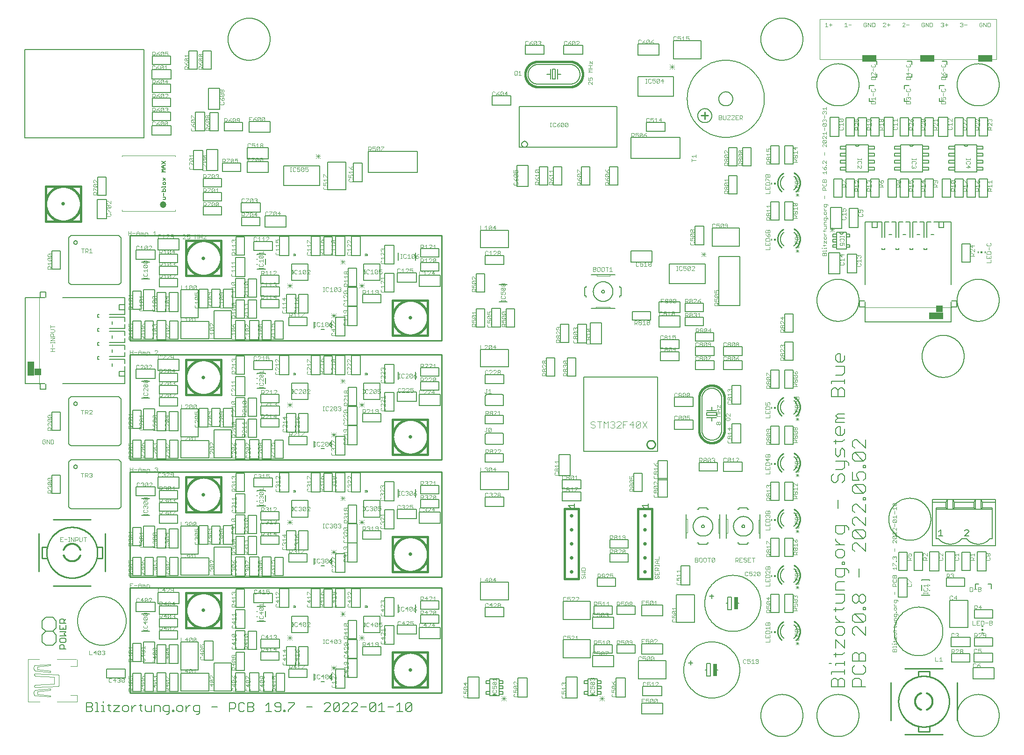
<source format=gbr>
G04 EAGLE Gerber RS-274X export*
G75*
%MOMM*%
%FSLAX34Y34*%
%LPD*%
%INSilkscreen Top*%
%IPPOS*%
%AMOC8*
5,1,8,0,0,1.08239X$1,22.5*%
G01*
%ADD10C,0.152400*%
%ADD11C,0.076200*%
%ADD12C,0.254000*%
%ADD13C,0.101600*%
%ADD14C,0.177800*%
%ADD15C,0.203200*%
%ADD16R,2.540000X1.270000*%
%ADD17C,0.127000*%
%ADD18C,0.050800*%
%ADD19R,1.270000X2.540000*%
%ADD20R,1.270000X1.270000*%
%ADD21C,0.000000*%
%ADD22C,0.304800*%
%ADD23C,0.406400*%
%ADD24C,0.635000*%
%ADD25R,0.150000X0.300000*%
%ADD26R,0.300000X0.300000*%
%ADD27R,0.300000X0.150000*%
%ADD28C,0.100000*%
%ADD29C,1.200000*%
%ADD30R,0.635000X2.286000*%


D10*
X86487Y45212D02*
X86487Y61482D01*
X94622Y61482D01*
X97334Y58770D01*
X97334Y56059D01*
X94622Y53347D01*
X97334Y50635D01*
X97334Y47924D01*
X94622Y45212D01*
X86487Y45212D01*
X86487Y53347D02*
X94622Y53347D01*
X102859Y61482D02*
X105570Y61482D01*
X105570Y45212D01*
X102859Y45212D02*
X108282Y45212D01*
X113773Y56059D02*
X116485Y56059D01*
X116485Y45212D01*
X119196Y45212D02*
X113773Y45212D01*
X116485Y61482D02*
X116485Y64194D01*
X127399Y58770D02*
X127399Y47924D01*
X130111Y45212D01*
X130111Y56059D02*
X124687Y56059D01*
X135602Y56059D02*
X146448Y56059D01*
X135602Y45212D01*
X146448Y45212D01*
X154685Y45212D02*
X160108Y45212D01*
X162820Y47924D01*
X162820Y53347D01*
X160108Y56059D01*
X154685Y56059D01*
X151973Y53347D01*
X151973Y47924D01*
X154685Y45212D01*
X168345Y45212D02*
X168345Y56059D01*
X173768Y56059D02*
X168345Y50635D01*
X173768Y56059D02*
X176480Y56059D01*
X184699Y58770D02*
X184699Y47924D01*
X187411Y45212D01*
X187411Y56059D02*
X181988Y56059D01*
X192902Y56059D02*
X192902Y47924D01*
X195614Y45212D01*
X203749Y45212D01*
X203749Y56059D01*
X209274Y56059D02*
X209274Y45212D01*
X209274Y56059D02*
X217409Y56059D01*
X220120Y53347D01*
X220120Y45212D01*
X231069Y39789D02*
X233780Y39789D01*
X236492Y42500D01*
X236492Y56059D01*
X228357Y56059D01*
X225645Y53347D01*
X225645Y47924D01*
X228357Y45212D01*
X236492Y45212D01*
X242017Y45212D02*
X242017Y47924D01*
X244728Y47924D01*
X244728Y45212D01*
X242017Y45212D01*
X252914Y45212D02*
X258338Y45212D01*
X261049Y47924D01*
X261049Y53347D01*
X258338Y56059D01*
X252914Y56059D01*
X250203Y53347D01*
X250203Y47924D01*
X252914Y45212D01*
X266574Y45212D02*
X266574Y56059D01*
X271997Y56059D02*
X266574Y50635D01*
X271997Y56059D02*
X274709Y56059D01*
X285640Y39789D02*
X288352Y39789D01*
X291064Y42500D01*
X291064Y56059D01*
X282929Y56059D01*
X280217Y53347D01*
X280217Y47924D01*
X282929Y45212D01*
X291064Y45212D01*
X312960Y53347D02*
X323807Y53347D01*
X345703Y45212D02*
X345703Y61482D01*
X353838Y61482D01*
X356550Y58770D01*
X356550Y53347D01*
X353838Y50635D01*
X345703Y50635D01*
X370210Y61482D02*
X372922Y58770D01*
X370210Y61482D02*
X364787Y61482D01*
X362075Y58770D01*
X362075Y47924D01*
X364787Y45212D01*
X370210Y45212D01*
X372922Y47924D01*
X378447Y45212D02*
X378447Y61482D01*
X386581Y61482D01*
X389293Y58770D01*
X389293Y56059D01*
X386581Y53347D01*
X389293Y50635D01*
X389293Y47924D01*
X386581Y45212D01*
X378447Y45212D01*
X378447Y53347D02*
X386581Y53347D01*
X411190Y56059D02*
X416613Y61482D01*
X416613Y45212D01*
X411190Y45212D02*
X422036Y45212D01*
X427561Y47924D02*
X430273Y45212D01*
X435696Y45212D01*
X438408Y47924D01*
X438408Y58770D01*
X435696Y61482D01*
X430273Y61482D01*
X427561Y58770D01*
X427561Y56059D01*
X430273Y53347D01*
X438408Y53347D01*
X443933Y47924D02*
X443933Y45212D01*
X443933Y47924D02*
X446644Y47924D01*
X446644Y45212D01*
X443933Y45212D01*
X452119Y61482D02*
X462965Y61482D01*
X462965Y58770D01*
X452119Y47924D01*
X452119Y45212D01*
X484862Y53347D02*
X495708Y53347D01*
X517605Y45212D02*
X528451Y45212D01*
X517605Y45212D02*
X528451Y56059D01*
X528451Y58770D01*
X525740Y61482D01*
X520316Y61482D01*
X517605Y58770D01*
X533976Y58770D02*
X533976Y47924D01*
X533976Y58770D02*
X536688Y61482D01*
X542111Y61482D01*
X544823Y58770D01*
X544823Y47924D01*
X542111Y45212D01*
X536688Y45212D01*
X533976Y47924D01*
X544823Y58770D01*
X550348Y45212D02*
X561195Y45212D01*
X550348Y45212D02*
X561195Y56059D01*
X561195Y58770D01*
X558483Y61482D01*
X553060Y61482D01*
X550348Y58770D01*
X566720Y45212D02*
X577566Y45212D01*
X566720Y45212D02*
X577566Y56059D01*
X577566Y58770D01*
X574854Y61482D01*
X569431Y61482D01*
X566720Y58770D01*
X583091Y53347D02*
X593938Y53347D01*
X599463Y47924D02*
X599463Y58770D01*
X602174Y61482D01*
X607598Y61482D01*
X610309Y58770D01*
X610309Y47924D01*
X607598Y45212D01*
X602174Y45212D01*
X599463Y47924D01*
X610309Y58770D01*
X615834Y56059D02*
X621257Y61482D01*
X621257Y45212D01*
X615834Y45212D02*
X626681Y45212D01*
X632206Y53347D02*
X643052Y53347D01*
X648577Y56059D02*
X654001Y61482D01*
X654001Y45212D01*
X659424Y45212D02*
X648577Y45212D01*
X664949Y47924D02*
X664949Y58770D01*
X667661Y61482D01*
X673084Y61482D01*
X675795Y58770D01*
X675795Y47924D01*
X673084Y45212D01*
X667661Y45212D01*
X664949Y47924D01*
X675795Y58770D01*
D11*
X162306Y908431D02*
X162306Y915803D01*
X162306Y912117D02*
X167221Y912117D01*
X167221Y915803D02*
X167221Y908431D01*
X169790Y912117D02*
X174705Y912117D01*
X177274Y913346D02*
X177274Y908431D01*
X177274Y913346D02*
X179732Y915803D01*
X182189Y913346D01*
X182189Y908431D01*
X182189Y912117D02*
X177274Y912117D01*
X184758Y913346D02*
X184758Y908431D01*
X184758Y913346D02*
X185987Y913346D01*
X187216Y912117D01*
X187216Y908431D01*
X187216Y912117D02*
X188445Y913346D01*
X189673Y912117D01*
X189673Y908431D01*
X192243Y905974D02*
X192243Y913346D01*
X195929Y913346D01*
X197157Y912117D01*
X197157Y909660D01*
X195929Y908431D01*
X192243Y908431D01*
X207211Y913346D02*
X209668Y915803D01*
X209668Y908431D01*
X207211Y908431D02*
X212126Y908431D01*
X165481Y699903D02*
X165481Y692531D01*
X165481Y696217D02*
X170396Y696217D01*
X170396Y699903D02*
X170396Y692531D01*
X172965Y696217D02*
X177880Y696217D01*
X180449Y697446D02*
X180449Y692531D01*
X180449Y697446D02*
X182907Y699903D01*
X185364Y697446D01*
X185364Y692531D01*
X185364Y696217D02*
X180449Y696217D01*
X187933Y697446D02*
X187933Y692531D01*
X187933Y697446D02*
X189162Y697446D01*
X190391Y696217D01*
X190391Y692531D01*
X190391Y696217D02*
X191620Y697446D01*
X192848Y696217D01*
X192848Y692531D01*
X195418Y690074D02*
X195418Y697446D01*
X199104Y697446D01*
X200332Y696217D01*
X200332Y693760D01*
X199104Y692531D01*
X195418Y692531D01*
X210386Y692531D02*
X215301Y692531D01*
X210386Y692531D02*
X215301Y697446D01*
X215301Y698675D01*
X214072Y699903D01*
X211615Y699903D01*
X210386Y698675D01*
X170396Y277628D02*
X165481Y277628D01*
X165481Y270256D01*
X170396Y270256D01*
X167938Y273942D02*
X165481Y273942D01*
X172965Y273942D02*
X177880Y273942D01*
X180449Y275171D02*
X180449Y270256D01*
X180449Y275171D02*
X182907Y277628D01*
X185364Y275171D01*
X185364Y270256D01*
X185364Y273942D02*
X180449Y273942D01*
X187933Y275171D02*
X187933Y270256D01*
X187933Y275171D02*
X189162Y275171D01*
X190391Y273942D01*
X190391Y270256D01*
X190391Y273942D02*
X191620Y275171D01*
X192848Y273942D01*
X192848Y270256D01*
X195418Y267799D02*
X195418Y275171D01*
X199104Y275171D01*
X200332Y273942D01*
X200332Y271485D01*
X199104Y270256D01*
X195418Y270256D01*
D12*
X165100Y717550D02*
X165100Y908050D01*
X730250Y908050D02*
X730250Y717550D01*
X165100Y717550D01*
X165100Y501650D02*
X730250Y501650D01*
X165100Y501650D02*
X165100Y692150D01*
X165100Y908050D02*
X730250Y908050D01*
X730250Y692150D02*
X165100Y692150D01*
X730250Y692150D02*
X730250Y501650D01*
X165100Y269875D02*
X165100Y79375D01*
X165100Y479425D02*
X730250Y479425D01*
X165100Y479425D02*
X165100Y288925D01*
X730250Y288925D01*
X730250Y269875D02*
X165100Y269875D01*
X165100Y79375D02*
X730250Y79375D01*
X730250Y288925D02*
X730250Y479425D01*
X730250Y269875D02*
X730250Y79375D01*
D11*
X165481Y479806D02*
X165481Y487178D01*
X165481Y483492D02*
X170396Y483492D01*
X170396Y487178D02*
X170396Y479806D01*
X172965Y483492D02*
X177880Y483492D01*
X180449Y484721D02*
X180449Y479806D01*
X180449Y484721D02*
X182907Y487178D01*
X185364Y484721D01*
X185364Y479806D01*
X185364Y483492D02*
X180449Y483492D01*
X187933Y484721D02*
X187933Y479806D01*
X187933Y484721D02*
X189162Y484721D01*
X190391Y483492D01*
X190391Y479806D01*
X190391Y483492D02*
X191620Y484721D01*
X192848Y483492D01*
X192848Y479806D01*
X195418Y477349D02*
X195418Y484721D01*
X199104Y484721D01*
X200332Y483492D01*
X200332Y481035D01*
X199104Y479806D01*
X195418Y479806D01*
X210386Y485950D02*
X211615Y487178D01*
X214072Y487178D01*
X215301Y485950D01*
X215301Y484721D01*
X214072Y483492D01*
X212843Y483492D01*
X214072Y483492D02*
X215301Y482263D01*
X215301Y481035D01*
X214072Y479806D01*
X211615Y479806D01*
X210386Y481035D01*
X11646Y536750D02*
X10417Y537978D01*
X7960Y537978D01*
X6731Y536750D01*
X6731Y531835D01*
X7960Y530606D01*
X10417Y530606D01*
X11646Y531835D01*
X11646Y534292D01*
X9188Y534292D01*
X14215Y530606D02*
X14215Y537978D01*
X19130Y530606D01*
X19130Y537978D01*
X21699Y537978D02*
X21699Y530606D01*
X25385Y530606D01*
X26614Y531835D01*
X26614Y536750D01*
X25385Y537978D01*
X21699Y537978D01*
D13*
X546608Y648428D02*
X554404Y640632D01*
X546608Y640632D02*
X554404Y648428D01*
X554404Y644530D02*
X546608Y644530D01*
X550506Y640632D02*
X550506Y648428D01*
X546608Y226153D02*
X554404Y218357D01*
X546608Y218357D02*
X554404Y226153D01*
X554404Y222255D02*
X546608Y222255D01*
X550506Y218357D02*
X550506Y226153D01*
X554404Y427907D02*
X546608Y435703D01*
X546608Y427907D02*
X554404Y435703D01*
X554404Y431805D02*
X546608Y431805D01*
X550506Y427907D02*
X550506Y435703D01*
X554404Y856532D02*
X546608Y864328D01*
X546608Y856532D02*
X554404Y864328D01*
X554404Y860430D02*
X546608Y860430D01*
X550506Y856532D02*
X550506Y864328D01*
D11*
X1371981Y171625D02*
X1376896Y166710D01*
X1371981Y166710D02*
X1376896Y171625D01*
X1376896Y169167D02*
X1371981Y169167D01*
X1374438Y166710D02*
X1374438Y171625D01*
X1376896Y268310D02*
X1371981Y273225D01*
X1371981Y268310D02*
X1376896Y273225D01*
X1376896Y270767D02*
X1371981Y270767D01*
X1374438Y268310D02*
X1374438Y273225D01*
X1376896Y369910D02*
X1371981Y374825D01*
X1371981Y369910D02*
X1376896Y374825D01*
X1376896Y372367D02*
X1371981Y372367D01*
X1374438Y369910D02*
X1374438Y374825D01*
X1376896Y471510D02*
X1371981Y476425D01*
X1371981Y471510D02*
X1376896Y476425D01*
X1376896Y473967D02*
X1371981Y473967D01*
X1374438Y471510D02*
X1374438Y476425D01*
X1376896Y573110D02*
X1371981Y578025D01*
X1371981Y573110D02*
X1376896Y578025D01*
X1376896Y575567D02*
X1371981Y575567D01*
X1374438Y573110D02*
X1374438Y578025D01*
X1376896Y877910D02*
X1371981Y882825D01*
X1371981Y877910D02*
X1376896Y882825D01*
X1376896Y880367D02*
X1371981Y880367D01*
X1374438Y877910D02*
X1374438Y882825D01*
X1376896Y979510D02*
X1371981Y984425D01*
X1371981Y979510D02*
X1376896Y984425D01*
X1376896Y981967D02*
X1371981Y981967D01*
X1374438Y979510D02*
X1374438Y984425D01*
D14*
X1308100Y1263650D02*
X1308111Y1264585D01*
X1308146Y1265519D01*
X1308203Y1266453D01*
X1308283Y1267384D01*
X1308387Y1268314D01*
X1308512Y1269240D01*
X1308661Y1270164D01*
X1308832Y1271083D01*
X1309026Y1271998D01*
X1309242Y1272908D01*
X1309480Y1273812D01*
X1309741Y1274710D01*
X1310023Y1275601D01*
X1310327Y1276486D01*
X1310653Y1277362D01*
X1311000Y1278230D01*
X1311369Y1279090D01*
X1311758Y1279940D01*
X1312168Y1280780D01*
X1312599Y1281610D01*
X1313050Y1282429D01*
X1313521Y1283237D01*
X1314011Y1284033D01*
X1314521Y1284817D01*
X1315050Y1285588D01*
X1315598Y1286346D01*
X1316164Y1287090D01*
X1316748Y1287820D01*
X1317350Y1288536D01*
X1317970Y1289236D01*
X1318606Y1289921D01*
X1319259Y1290591D01*
X1319929Y1291244D01*
X1320614Y1291880D01*
X1321314Y1292500D01*
X1322030Y1293102D01*
X1322760Y1293686D01*
X1323504Y1294252D01*
X1324262Y1294800D01*
X1325033Y1295329D01*
X1325817Y1295839D01*
X1326613Y1296329D01*
X1327421Y1296800D01*
X1328240Y1297251D01*
X1329070Y1297682D01*
X1329910Y1298092D01*
X1330760Y1298481D01*
X1331620Y1298850D01*
X1332488Y1299197D01*
X1333364Y1299523D01*
X1334249Y1299827D01*
X1335140Y1300109D01*
X1336038Y1300370D01*
X1336942Y1300608D01*
X1337852Y1300824D01*
X1338767Y1301018D01*
X1339686Y1301189D01*
X1340610Y1301338D01*
X1341536Y1301463D01*
X1342466Y1301567D01*
X1343397Y1301647D01*
X1344331Y1301704D01*
X1345265Y1301739D01*
X1346200Y1301750D01*
X1347135Y1301739D01*
X1348069Y1301704D01*
X1349003Y1301647D01*
X1349934Y1301567D01*
X1350864Y1301463D01*
X1351790Y1301338D01*
X1352714Y1301189D01*
X1353633Y1301018D01*
X1354548Y1300824D01*
X1355458Y1300608D01*
X1356362Y1300370D01*
X1357260Y1300109D01*
X1358151Y1299827D01*
X1359036Y1299523D01*
X1359912Y1299197D01*
X1360780Y1298850D01*
X1361640Y1298481D01*
X1362490Y1298092D01*
X1363330Y1297682D01*
X1364160Y1297251D01*
X1364979Y1296800D01*
X1365787Y1296329D01*
X1366583Y1295839D01*
X1367367Y1295329D01*
X1368138Y1294800D01*
X1368896Y1294252D01*
X1369640Y1293686D01*
X1370370Y1293102D01*
X1371086Y1292500D01*
X1371786Y1291880D01*
X1372471Y1291244D01*
X1373141Y1290591D01*
X1373794Y1289921D01*
X1374430Y1289236D01*
X1375050Y1288536D01*
X1375652Y1287820D01*
X1376236Y1287090D01*
X1376802Y1286346D01*
X1377350Y1285588D01*
X1377879Y1284817D01*
X1378389Y1284033D01*
X1378879Y1283237D01*
X1379350Y1282429D01*
X1379801Y1281610D01*
X1380232Y1280780D01*
X1380642Y1279940D01*
X1381031Y1279090D01*
X1381400Y1278230D01*
X1381747Y1277362D01*
X1382073Y1276486D01*
X1382377Y1275601D01*
X1382659Y1274710D01*
X1382920Y1273812D01*
X1383158Y1272908D01*
X1383374Y1271998D01*
X1383568Y1271083D01*
X1383739Y1270164D01*
X1383888Y1269240D01*
X1384013Y1268314D01*
X1384117Y1267384D01*
X1384197Y1266453D01*
X1384254Y1265519D01*
X1384289Y1264585D01*
X1384300Y1263650D01*
X1384289Y1262715D01*
X1384254Y1261781D01*
X1384197Y1260847D01*
X1384117Y1259916D01*
X1384013Y1258986D01*
X1383888Y1258060D01*
X1383739Y1257136D01*
X1383568Y1256217D01*
X1383374Y1255302D01*
X1383158Y1254392D01*
X1382920Y1253488D01*
X1382659Y1252590D01*
X1382377Y1251699D01*
X1382073Y1250814D01*
X1381747Y1249938D01*
X1381400Y1249070D01*
X1381031Y1248210D01*
X1380642Y1247360D01*
X1380232Y1246520D01*
X1379801Y1245690D01*
X1379350Y1244871D01*
X1378879Y1244063D01*
X1378389Y1243267D01*
X1377879Y1242483D01*
X1377350Y1241712D01*
X1376802Y1240954D01*
X1376236Y1240210D01*
X1375652Y1239480D01*
X1375050Y1238764D01*
X1374430Y1238064D01*
X1373794Y1237379D01*
X1373141Y1236709D01*
X1372471Y1236056D01*
X1371786Y1235420D01*
X1371086Y1234800D01*
X1370370Y1234198D01*
X1369640Y1233614D01*
X1368896Y1233048D01*
X1368138Y1232500D01*
X1367367Y1231971D01*
X1366583Y1231461D01*
X1365787Y1230971D01*
X1364979Y1230500D01*
X1364160Y1230049D01*
X1363330Y1229618D01*
X1362490Y1229208D01*
X1361640Y1228819D01*
X1360780Y1228450D01*
X1359912Y1228103D01*
X1359036Y1227777D01*
X1358151Y1227473D01*
X1357260Y1227191D01*
X1356362Y1226930D01*
X1355458Y1226692D01*
X1354548Y1226476D01*
X1353633Y1226282D01*
X1352714Y1226111D01*
X1351790Y1225962D01*
X1350864Y1225837D01*
X1349934Y1225733D01*
X1349003Y1225653D01*
X1348069Y1225596D01*
X1347135Y1225561D01*
X1346200Y1225550D01*
X1345265Y1225561D01*
X1344331Y1225596D01*
X1343397Y1225653D01*
X1342466Y1225733D01*
X1341536Y1225837D01*
X1340610Y1225962D01*
X1339686Y1226111D01*
X1338767Y1226282D01*
X1337852Y1226476D01*
X1336942Y1226692D01*
X1336038Y1226930D01*
X1335140Y1227191D01*
X1334249Y1227473D01*
X1333364Y1227777D01*
X1332488Y1228103D01*
X1331620Y1228450D01*
X1330760Y1228819D01*
X1329910Y1229208D01*
X1329070Y1229618D01*
X1328240Y1230049D01*
X1327421Y1230500D01*
X1326613Y1230971D01*
X1325817Y1231461D01*
X1325033Y1231971D01*
X1324262Y1232500D01*
X1323504Y1233048D01*
X1322760Y1233614D01*
X1322030Y1234198D01*
X1321314Y1234800D01*
X1320614Y1235420D01*
X1319929Y1236056D01*
X1319259Y1236709D01*
X1318606Y1237379D01*
X1317970Y1238064D01*
X1317350Y1238764D01*
X1316748Y1239480D01*
X1316164Y1240210D01*
X1315598Y1240954D01*
X1315050Y1241712D01*
X1314521Y1242483D01*
X1314011Y1243267D01*
X1313521Y1244063D01*
X1313050Y1244871D01*
X1312599Y1245690D01*
X1312168Y1246520D01*
X1311758Y1247360D01*
X1311369Y1248210D01*
X1311000Y1249070D01*
X1310653Y1249938D01*
X1310327Y1250814D01*
X1310023Y1251699D01*
X1309741Y1252590D01*
X1309480Y1253488D01*
X1309242Y1254392D01*
X1309026Y1255302D01*
X1308832Y1256217D01*
X1308661Y1257136D01*
X1308512Y1258060D01*
X1308387Y1258986D01*
X1308283Y1259916D01*
X1308203Y1260847D01*
X1308146Y1261781D01*
X1308111Y1262715D01*
X1308100Y1263650D01*
X1308100Y38100D02*
X1308111Y39035D01*
X1308146Y39969D01*
X1308203Y40903D01*
X1308283Y41834D01*
X1308387Y42764D01*
X1308512Y43690D01*
X1308661Y44614D01*
X1308832Y45533D01*
X1309026Y46448D01*
X1309242Y47358D01*
X1309480Y48262D01*
X1309741Y49160D01*
X1310023Y50051D01*
X1310327Y50936D01*
X1310653Y51812D01*
X1311000Y52680D01*
X1311369Y53540D01*
X1311758Y54390D01*
X1312168Y55230D01*
X1312599Y56060D01*
X1313050Y56879D01*
X1313521Y57687D01*
X1314011Y58483D01*
X1314521Y59267D01*
X1315050Y60038D01*
X1315598Y60796D01*
X1316164Y61540D01*
X1316748Y62270D01*
X1317350Y62986D01*
X1317970Y63686D01*
X1318606Y64371D01*
X1319259Y65041D01*
X1319929Y65694D01*
X1320614Y66330D01*
X1321314Y66950D01*
X1322030Y67552D01*
X1322760Y68136D01*
X1323504Y68702D01*
X1324262Y69250D01*
X1325033Y69779D01*
X1325817Y70289D01*
X1326613Y70779D01*
X1327421Y71250D01*
X1328240Y71701D01*
X1329070Y72132D01*
X1329910Y72542D01*
X1330760Y72931D01*
X1331620Y73300D01*
X1332488Y73647D01*
X1333364Y73973D01*
X1334249Y74277D01*
X1335140Y74559D01*
X1336038Y74820D01*
X1336942Y75058D01*
X1337852Y75274D01*
X1338767Y75468D01*
X1339686Y75639D01*
X1340610Y75788D01*
X1341536Y75913D01*
X1342466Y76017D01*
X1343397Y76097D01*
X1344331Y76154D01*
X1345265Y76189D01*
X1346200Y76200D01*
X1347135Y76189D01*
X1348069Y76154D01*
X1349003Y76097D01*
X1349934Y76017D01*
X1350864Y75913D01*
X1351790Y75788D01*
X1352714Y75639D01*
X1353633Y75468D01*
X1354548Y75274D01*
X1355458Y75058D01*
X1356362Y74820D01*
X1357260Y74559D01*
X1358151Y74277D01*
X1359036Y73973D01*
X1359912Y73647D01*
X1360780Y73300D01*
X1361640Y72931D01*
X1362490Y72542D01*
X1363330Y72132D01*
X1364160Y71701D01*
X1364979Y71250D01*
X1365787Y70779D01*
X1366583Y70289D01*
X1367367Y69779D01*
X1368138Y69250D01*
X1368896Y68702D01*
X1369640Y68136D01*
X1370370Y67552D01*
X1371086Y66950D01*
X1371786Y66330D01*
X1372471Y65694D01*
X1373141Y65041D01*
X1373794Y64371D01*
X1374430Y63686D01*
X1375050Y62986D01*
X1375652Y62270D01*
X1376236Y61540D01*
X1376802Y60796D01*
X1377350Y60038D01*
X1377879Y59267D01*
X1378389Y58483D01*
X1378879Y57687D01*
X1379350Y56879D01*
X1379801Y56060D01*
X1380232Y55230D01*
X1380642Y54390D01*
X1381031Y53540D01*
X1381400Y52680D01*
X1381747Y51812D01*
X1382073Y50936D01*
X1382377Y50051D01*
X1382659Y49160D01*
X1382920Y48262D01*
X1383158Y47358D01*
X1383374Y46448D01*
X1383568Y45533D01*
X1383739Y44614D01*
X1383888Y43690D01*
X1384013Y42764D01*
X1384117Y41834D01*
X1384197Y40903D01*
X1384254Y39969D01*
X1384289Y39035D01*
X1384300Y38100D01*
X1384289Y37165D01*
X1384254Y36231D01*
X1384197Y35297D01*
X1384117Y34366D01*
X1384013Y33436D01*
X1383888Y32510D01*
X1383739Y31586D01*
X1383568Y30667D01*
X1383374Y29752D01*
X1383158Y28842D01*
X1382920Y27938D01*
X1382659Y27040D01*
X1382377Y26149D01*
X1382073Y25264D01*
X1381747Y24388D01*
X1381400Y23520D01*
X1381031Y22660D01*
X1380642Y21810D01*
X1380232Y20970D01*
X1379801Y20140D01*
X1379350Y19321D01*
X1378879Y18513D01*
X1378389Y17717D01*
X1377879Y16933D01*
X1377350Y16162D01*
X1376802Y15404D01*
X1376236Y14660D01*
X1375652Y13930D01*
X1375050Y13214D01*
X1374430Y12514D01*
X1373794Y11829D01*
X1373141Y11159D01*
X1372471Y10506D01*
X1371786Y9870D01*
X1371086Y9250D01*
X1370370Y8648D01*
X1369640Y8064D01*
X1368896Y7498D01*
X1368138Y6950D01*
X1367367Y6421D01*
X1366583Y5911D01*
X1365787Y5421D01*
X1364979Y4950D01*
X1364160Y4499D01*
X1363330Y4068D01*
X1362490Y3658D01*
X1361640Y3269D01*
X1360780Y2900D01*
X1359912Y2553D01*
X1359036Y2227D01*
X1358151Y1923D01*
X1357260Y1641D01*
X1356362Y1380D01*
X1355458Y1142D01*
X1354548Y926D01*
X1353633Y732D01*
X1352714Y561D01*
X1351790Y412D01*
X1350864Y287D01*
X1349934Y183D01*
X1349003Y103D01*
X1348069Y46D01*
X1347135Y11D01*
X1346200Y0D01*
X1345265Y11D01*
X1344331Y46D01*
X1343397Y103D01*
X1342466Y183D01*
X1341536Y287D01*
X1340610Y412D01*
X1339686Y561D01*
X1338767Y732D01*
X1337852Y926D01*
X1336942Y1142D01*
X1336038Y1380D01*
X1335140Y1641D01*
X1334249Y1923D01*
X1333364Y2227D01*
X1332488Y2553D01*
X1331620Y2900D01*
X1330760Y3269D01*
X1329910Y3658D01*
X1329070Y4068D01*
X1328240Y4499D01*
X1327421Y4950D01*
X1326613Y5421D01*
X1325817Y5911D01*
X1325033Y6421D01*
X1324262Y6950D01*
X1323504Y7498D01*
X1322760Y8064D01*
X1322030Y8648D01*
X1321314Y9250D01*
X1320614Y9870D01*
X1319929Y10506D01*
X1319259Y11159D01*
X1318606Y11829D01*
X1317970Y12514D01*
X1317350Y13214D01*
X1316748Y13930D01*
X1316164Y14660D01*
X1315598Y15404D01*
X1315050Y16162D01*
X1314521Y16933D01*
X1314011Y17717D01*
X1313521Y18513D01*
X1313050Y19321D01*
X1312599Y20140D01*
X1312168Y20970D01*
X1311758Y21810D01*
X1311369Y22660D01*
X1311000Y23520D01*
X1310653Y24388D01*
X1310327Y25264D01*
X1310023Y26149D01*
X1309741Y27040D01*
X1309480Y27938D01*
X1309242Y28842D01*
X1309026Y29752D01*
X1308832Y30667D01*
X1308661Y31586D01*
X1308512Y32510D01*
X1308387Y33436D01*
X1308283Y34366D01*
X1308203Y35297D01*
X1308146Y36231D01*
X1308111Y37165D01*
X1308100Y38100D01*
X342900Y1263650D02*
X342911Y1264585D01*
X342946Y1265519D01*
X343003Y1266453D01*
X343083Y1267384D01*
X343187Y1268314D01*
X343312Y1269240D01*
X343461Y1270164D01*
X343632Y1271083D01*
X343826Y1271998D01*
X344042Y1272908D01*
X344280Y1273812D01*
X344541Y1274710D01*
X344823Y1275601D01*
X345127Y1276486D01*
X345453Y1277362D01*
X345800Y1278230D01*
X346169Y1279090D01*
X346558Y1279940D01*
X346968Y1280780D01*
X347399Y1281610D01*
X347850Y1282429D01*
X348321Y1283237D01*
X348811Y1284033D01*
X349321Y1284817D01*
X349850Y1285588D01*
X350398Y1286346D01*
X350964Y1287090D01*
X351548Y1287820D01*
X352150Y1288536D01*
X352770Y1289236D01*
X353406Y1289921D01*
X354059Y1290591D01*
X354729Y1291244D01*
X355414Y1291880D01*
X356114Y1292500D01*
X356830Y1293102D01*
X357560Y1293686D01*
X358304Y1294252D01*
X359062Y1294800D01*
X359833Y1295329D01*
X360617Y1295839D01*
X361413Y1296329D01*
X362221Y1296800D01*
X363040Y1297251D01*
X363870Y1297682D01*
X364710Y1298092D01*
X365560Y1298481D01*
X366420Y1298850D01*
X367288Y1299197D01*
X368164Y1299523D01*
X369049Y1299827D01*
X369940Y1300109D01*
X370838Y1300370D01*
X371742Y1300608D01*
X372652Y1300824D01*
X373567Y1301018D01*
X374486Y1301189D01*
X375410Y1301338D01*
X376336Y1301463D01*
X377266Y1301567D01*
X378197Y1301647D01*
X379131Y1301704D01*
X380065Y1301739D01*
X381000Y1301750D01*
X381935Y1301739D01*
X382869Y1301704D01*
X383803Y1301647D01*
X384734Y1301567D01*
X385664Y1301463D01*
X386590Y1301338D01*
X387514Y1301189D01*
X388433Y1301018D01*
X389348Y1300824D01*
X390258Y1300608D01*
X391162Y1300370D01*
X392060Y1300109D01*
X392951Y1299827D01*
X393836Y1299523D01*
X394712Y1299197D01*
X395580Y1298850D01*
X396440Y1298481D01*
X397290Y1298092D01*
X398130Y1297682D01*
X398960Y1297251D01*
X399779Y1296800D01*
X400587Y1296329D01*
X401383Y1295839D01*
X402167Y1295329D01*
X402938Y1294800D01*
X403696Y1294252D01*
X404440Y1293686D01*
X405170Y1293102D01*
X405886Y1292500D01*
X406586Y1291880D01*
X407271Y1291244D01*
X407941Y1290591D01*
X408594Y1289921D01*
X409230Y1289236D01*
X409850Y1288536D01*
X410452Y1287820D01*
X411036Y1287090D01*
X411602Y1286346D01*
X412150Y1285588D01*
X412679Y1284817D01*
X413189Y1284033D01*
X413679Y1283237D01*
X414150Y1282429D01*
X414601Y1281610D01*
X415032Y1280780D01*
X415442Y1279940D01*
X415831Y1279090D01*
X416200Y1278230D01*
X416547Y1277362D01*
X416873Y1276486D01*
X417177Y1275601D01*
X417459Y1274710D01*
X417720Y1273812D01*
X417958Y1272908D01*
X418174Y1271998D01*
X418368Y1271083D01*
X418539Y1270164D01*
X418688Y1269240D01*
X418813Y1268314D01*
X418917Y1267384D01*
X418997Y1266453D01*
X419054Y1265519D01*
X419089Y1264585D01*
X419100Y1263650D01*
X419089Y1262715D01*
X419054Y1261781D01*
X418997Y1260847D01*
X418917Y1259916D01*
X418813Y1258986D01*
X418688Y1258060D01*
X418539Y1257136D01*
X418368Y1256217D01*
X418174Y1255302D01*
X417958Y1254392D01*
X417720Y1253488D01*
X417459Y1252590D01*
X417177Y1251699D01*
X416873Y1250814D01*
X416547Y1249938D01*
X416200Y1249070D01*
X415831Y1248210D01*
X415442Y1247360D01*
X415032Y1246520D01*
X414601Y1245690D01*
X414150Y1244871D01*
X413679Y1244063D01*
X413189Y1243267D01*
X412679Y1242483D01*
X412150Y1241712D01*
X411602Y1240954D01*
X411036Y1240210D01*
X410452Y1239480D01*
X409850Y1238764D01*
X409230Y1238064D01*
X408594Y1237379D01*
X407941Y1236709D01*
X407271Y1236056D01*
X406586Y1235420D01*
X405886Y1234800D01*
X405170Y1234198D01*
X404440Y1233614D01*
X403696Y1233048D01*
X402938Y1232500D01*
X402167Y1231971D01*
X401383Y1231461D01*
X400587Y1230971D01*
X399779Y1230500D01*
X398960Y1230049D01*
X398130Y1229618D01*
X397290Y1229208D01*
X396440Y1228819D01*
X395580Y1228450D01*
X394712Y1228103D01*
X393836Y1227777D01*
X392951Y1227473D01*
X392060Y1227191D01*
X391162Y1226930D01*
X390258Y1226692D01*
X389348Y1226476D01*
X388433Y1226282D01*
X387514Y1226111D01*
X386590Y1225962D01*
X385664Y1225837D01*
X384734Y1225733D01*
X383803Y1225653D01*
X382869Y1225596D01*
X381935Y1225561D01*
X381000Y1225550D01*
X380065Y1225561D01*
X379131Y1225596D01*
X378197Y1225653D01*
X377266Y1225733D01*
X376336Y1225837D01*
X375410Y1225962D01*
X374486Y1226111D01*
X373567Y1226282D01*
X372652Y1226476D01*
X371742Y1226692D01*
X370838Y1226930D01*
X369940Y1227191D01*
X369049Y1227473D01*
X368164Y1227777D01*
X367288Y1228103D01*
X366420Y1228450D01*
X365560Y1228819D01*
X364710Y1229208D01*
X363870Y1229618D01*
X363040Y1230049D01*
X362221Y1230500D01*
X361413Y1230971D01*
X360617Y1231461D01*
X359833Y1231971D01*
X359062Y1232500D01*
X358304Y1233048D01*
X357560Y1233614D01*
X356830Y1234198D01*
X356114Y1234800D01*
X355414Y1235420D01*
X354729Y1236056D01*
X354059Y1236709D01*
X353406Y1237379D01*
X352770Y1238064D01*
X352150Y1238764D01*
X351548Y1239480D01*
X350964Y1240210D01*
X350398Y1240954D01*
X349850Y1241712D01*
X349321Y1242483D01*
X348811Y1243267D01*
X348321Y1244063D01*
X347850Y1244871D01*
X347399Y1245690D01*
X346968Y1246520D01*
X346558Y1247360D01*
X346169Y1248210D01*
X345800Y1249070D01*
X345453Y1249938D01*
X345127Y1250814D01*
X344823Y1251699D01*
X344541Y1252590D01*
X344280Y1253488D01*
X344042Y1254392D01*
X343826Y1255302D01*
X343632Y1256217D01*
X343461Y1257136D01*
X343312Y1258060D01*
X343187Y1258986D01*
X343083Y1259916D01*
X343003Y1260847D01*
X342946Y1261781D01*
X342911Y1262715D01*
X342900Y1263650D01*
D11*
X1546600Y153907D02*
X1553972Y153907D01*
X1546600Y153907D02*
X1546600Y157593D01*
X1547828Y158822D01*
X1549057Y158822D01*
X1550286Y157593D01*
X1551515Y158822D01*
X1552743Y158822D01*
X1553972Y157593D01*
X1553972Y153907D01*
X1550286Y153907D02*
X1550286Y157593D01*
X1546600Y161391D02*
X1546600Y162620D01*
X1553972Y162620D01*
X1553972Y163848D02*
X1553972Y161391D01*
X1549057Y166380D02*
X1549057Y167609D01*
X1553972Y167609D01*
X1553972Y166380D02*
X1553972Y168838D01*
X1546600Y167609D02*
X1545371Y167609D01*
X1547828Y172598D02*
X1552743Y172598D01*
X1553972Y173827D01*
X1549057Y173827D02*
X1549057Y171370D01*
X1549057Y176359D02*
X1549057Y181274D01*
X1553972Y176359D01*
X1553972Y181274D01*
X1553972Y185072D02*
X1553972Y187529D01*
X1552743Y188758D01*
X1550286Y188758D01*
X1549057Y187529D01*
X1549057Y185072D01*
X1550286Y183843D01*
X1552743Y183843D01*
X1553972Y185072D01*
X1553972Y191327D02*
X1549057Y191327D01*
X1551515Y191327D02*
X1549057Y193785D01*
X1549057Y195014D01*
X1547828Y198793D02*
X1552743Y198793D01*
X1553972Y200022D01*
X1549057Y200022D02*
X1549057Y197564D01*
X1549057Y202554D02*
X1552743Y202554D01*
X1553972Y203782D01*
X1553972Y207469D01*
X1549057Y207469D01*
X1549057Y210038D02*
X1553972Y210038D01*
X1549057Y210038D02*
X1549057Y213724D01*
X1550286Y214953D01*
X1553972Y214953D01*
X1556429Y219979D02*
X1556429Y221208D01*
X1555201Y222437D01*
X1549057Y222437D01*
X1549057Y218751D01*
X1550286Y217522D01*
X1552743Y217522D01*
X1553972Y218751D01*
X1553972Y222437D01*
X1553972Y225006D02*
X1552743Y225006D01*
X1552743Y226235D01*
X1553972Y226235D01*
X1553972Y225006D01*
X1553972Y229977D02*
X1553972Y232434D01*
X1552743Y233663D01*
X1550286Y233663D01*
X1549057Y232434D01*
X1549057Y229977D01*
X1550286Y228748D01*
X1552743Y228748D01*
X1553972Y229977D01*
X1553972Y236232D02*
X1549057Y236232D01*
X1551515Y236232D02*
X1549057Y238690D01*
X1549057Y239918D01*
X1556429Y244927D02*
X1556429Y246155D01*
X1555201Y247384D01*
X1549057Y247384D01*
X1549057Y243698D01*
X1550286Y242469D01*
X1552743Y242469D01*
X1553972Y243698D01*
X1553972Y247384D01*
X1550286Y257437D02*
X1550286Y262352D01*
X1553972Y272406D02*
X1546600Y272406D01*
X1546600Y276092D01*
X1547828Y277321D01*
X1550286Y277321D01*
X1551515Y276092D01*
X1551515Y272406D01*
X1546600Y283576D02*
X1547828Y284805D01*
X1546600Y283576D02*
X1546600Y281119D01*
X1547828Y279890D01*
X1552743Y279890D01*
X1553972Y281119D01*
X1553972Y283576D01*
X1552743Y284805D01*
X1553972Y287374D02*
X1546600Y287374D01*
X1546600Y291060D01*
X1547828Y292289D01*
X1549057Y292289D01*
X1550286Y291060D01*
X1551515Y292289D01*
X1552743Y292289D01*
X1553972Y291060D01*
X1553972Y287374D01*
X1550286Y287374D02*
X1550286Y291060D01*
X1549057Y302342D02*
X1546600Y304800D01*
X1553972Y304800D01*
X1553972Y307257D02*
X1553972Y302342D01*
X1546600Y309827D02*
X1546600Y314741D01*
X1547828Y314741D01*
X1552743Y309827D01*
X1553972Y309827D01*
X1553972Y317311D02*
X1552743Y317311D01*
X1552743Y318539D01*
X1553972Y318539D01*
X1553972Y317311D01*
X1547828Y321053D02*
X1546600Y322281D01*
X1546600Y324739D01*
X1547828Y325968D01*
X1549057Y325968D01*
X1550286Y324739D01*
X1550286Y323510D01*
X1550286Y324739D02*
X1551515Y325968D01*
X1552743Y325968D01*
X1553972Y324739D01*
X1553972Y322281D01*
X1552743Y321053D01*
X1550286Y336021D02*
X1550286Y340936D01*
X1553972Y350989D02*
X1553972Y355904D01*
X1553972Y350989D02*
X1549057Y355904D01*
X1547828Y355904D01*
X1546600Y354676D01*
X1546600Y352218D01*
X1547828Y350989D01*
X1547828Y358474D02*
X1552743Y358474D01*
X1547828Y358474D02*
X1546600Y359702D01*
X1546600Y362160D01*
X1547828Y363388D01*
X1552743Y363388D01*
X1553972Y362160D01*
X1553972Y359702D01*
X1552743Y358474D01*
X1547828Y363388D01*
X1553972Y365958D02*
X1553972Y370873D01*
X1553972Y365958D02*
X1549057Y370873D01*
X1547828Y370873D01*
X1546600Y369644D01*
X1546600Y367186D01*
X1547828Y365958D01*
X1553972Y373442D02*
X1553972Y378357D01*
X1553972Y373442D02*
X1549057Y378357D01*
X1547828Y378357D01*
X1546600Y377128D01*
X1546600Y374671D01*
X1547828Y373442D01*
X1550286Y380926D02*
X1550286Y385841D01*
X1552743Y388410D02*
X1547828Y388410D01*
X1546600Y389639D01*
X1546600Y392096D01*
X1547828Y393325D01*
X1552743Y393325D01*
X1553972Y392096D01*
X1553972Y389639D01*
X1552743Y388410D01*
X1547828Y393325D01*
X1549057Y395894D02*
X1546600Y398352D01*
X1553972Y398352D01*
X1553972Y400809D02*
X1553972Y395894D01*
X1550286Y403378D02*
X1550286Y408293D01*
X1549057Y410863D02*
X1546600Y413320D01*
X1553972Y413320D01*
X1553972Y410863D02*
X1553972Y415777D01*
X1552743Y418347D02*
X1547828Y418347D01*
X1546600Y419575D01*
X1546600Y422033D01*
X1547828Y423262D01*
X1552743Y423262D01*
X1553972Y422033D01*
X1553972Y419575D01*
X1552743Y418347D01*
X1547828Y423262D01*
D14*
X1539875Y393700D02*
X1539886Y394635D01*
X1539921Y395569D01*
X1539978Y396503D01*
X1540058Y397434D01*
X1540162Y398364D01*
X1540287Y399290D01*
X1540436Y400214D01*
X1540607Y401133D01*
X1540801Y402048D01*
X1541017Y402958D01*
X1541255Y403862D01*
X1541516Y404760D01*
X1541798Y405651D01*
X1542102Y406536D01*
X1542428Y407412D01*
X1542775Y408280D01*
X1543144Y409140D01*
X1543533Y409990D01*
X1543943Y410830D01*
X1544374Y411660D01*
X1544825Y412479D01*
X1545296Y413287D01*
X1545786Y414083D01*
X1546296Y414867D01*
X1546825Y415638D01*
X1547373Y416396D01*
X1547939Y417140D01*
X1548523Y417870D01*
X1549125Y418586D01*
X1549745Y419286D01*
X1550381Y419971D01*
X1551034Y420641D01*
X1551704Y421294D01*
X1552389Y421930D01*
X1553089Y422550D01*
X1553805Y423152D01*
X1554535Y423736D01*
X1555279Y424302D01*
X1556037Y424850D01*
X1556808Y425379D01*
X1557592Y425889D01*
X1558388Y426379D01*
X1559196Y426850D01*
X1560015Y427301D01*
X1560845Y427732D01*
X1561685Y428142D01*
X1562535Y428531D01*
X1563395Y428900D01*
X1564263Y429247D01*
X1565139Y429573D01*
X1566024Y429877D01*
X1566915Y430159D01*
X1567813Y430420D01*
X1568717Y430658D01*
X1569627Y430874D01*
X1570542Y431068D01*
X1571461Y431239D01*
X1572385Y431388D01*
X1573311Y431513D01*
X1574241Y431617D01*
X1575172Y431697D01*
X1576106Y431754D01*
X1577040Y431789D01*
X1577975Y431800D01*
X1578910Y431789D01*
X1579844Y431754D01*
X1580778Y431697D01*
X1581709Y431617D01*
X1582639Y431513D01*
X1583565Y431388D01*
X1584489Y431239D01*
X1585408Y431068D01*
X1586323Y430874D01*
X1587233Y430658D01*
X1588137Y430420D01*
X1589035Y430159D01*
X1589926Y429877D01*
X1590811Y429573D01*
X1591687Y429247D01*
X1592555Y428900D01*
X1593415Y428531D01*
X1594265Y428142D01*
X1595105Y427732D01*
X1595935Y427301D01*
X1596754Y426850D01*
X1597562Y426379D01*
X1598358Y425889D01*
X1599142Y425379D01*
X1599913Y424850D01*
X1600671Y424302D01*
X1601415Y423736D01*
X1602145Y423152D01*
X1602861Y422550D01*
X1603561Y421930D01*
X1604246Y421294D01*
X1604916Y420641D01*
X1605569Y419971D01*
X1606205Y419286D01*
X1606825Y418586D01*
X1607427Y417870D01*
X1608011Y417140D01*
X1608577Y416396D01*
X1609125Y415638D01*
X1609654Y414867D01*
X1610164Y414083D01*
X1610654Y413287D01*
X1611125Y412479D01*
X1611576Y411660D01*
X1612007Y410830D01*
X1612417Y409990D01*
X1612806Y409140D01*
X1613175Y408280D01*
X1613522Y407412D01*
X1613848Y406536D01*
X1614152Y405651D01*
X1614434Y404760D01*
X1614695Y403862D01*
X1614933Y402958D01*
X1615149Y402048D01*
X1615343Y401133D01*
X1615514Y400214D01*
X1615663Y399290D01*
X1615788Y398364D01*
X1615892Y397434D01*
X1615972Y396503D01*
X1616029Y395569D01*
X1616064Y394635D01*
X1616075Y393700D01*
X1616064Y392765D01*
X1616029Y391831D01*
X1615972Y390897D01*
X1615892Y389966D01*
X1615788Y389036D01*
X1615663Y388110D01*
X1615514Y387186D01*
X1615343Y386267D01*
X1615149Y385352D01*
X1614933Y384442D01*
X1614695Y383538D01*
X1614434Y382640D01*
X1614152Y381749D01*
X1613848Y380864D01*
X1613522Y379988D01*
X1613175Y379120D01*
X1612806Y378260D01*
X1612417Y377410D01*
X1612007Y376570D01*
X1611576Y375740D01*
X1611125Y374921D01*
X1610654Y374113D01*
X1610164Y373317D01*
X1609654Y372533D01*
X1609125Y371762D01*
X1608577Y371004D01*
X1608011Y370260D01*
X1607427Y369530D01*
X1606825Y368814D01*
X1606205Y368114D01*
X1605569Y367429D01*
X1604916Y366759D01*
X1604246Y366106D01*
X1603561Y365470D01*
X1602861Y364850D01*
X1602145Y364248D01*
X1601415Y363664D01*
X1600671Y363098D01*
X1599913Y362550D01*
X1599142Y362021D01*
X1598358Y361511D01*
X1597562Y361021D01*
X1596754Y360550D01*
X1595935Y360099D01*
X1595105Y359668D01*
X1594265Y359258D01*
X1593415Y358869D01*
X1592555Y358500D01*
X1591687Y358153D01*
X1590811Y357827D01*
X1589926Y357523D01*
X1589035Y357241D01*
X1588137Y356980D01*
X1587233Y356742D01*
X1586323Y356526D01*
X1585408Y356332D01*
X1584489Y356161D01*
X1583565Y356012D01*
X1582639Y355887D01*
X1581709Y355783D01*
X1580778Y355703D01*
X1579844Y355646D01*
X1578910Y355611D01*
X1577975Y355600D01*
X1577040Y355611D01*
X1576106Y355646D01*
X1575172Y355703D01*
X1574241Y355783D01*
X1573311Y355887D01*
X1572385Y356012D01*
X1571461Y356161D01*
X1570542Y356332D01*
X1569627Y356526D01*
X1568717Y356742D01*
X1567813Y356980D01*
X1566915Y357241D01*
X1566024Y357523D01*
X1565139Y357827D01*
X1564263Y358153D01*
X1563395Y358500D01*
X1562535Y358869D01*
X1561685Y359258D01*
X1560845Y359668D01*
X1560015Y360099D01*
X1559196Y360550D01*
X1558388Y361021D01*
X1557592Y361511D01*
X1556808Y362021D01*
X1556037Y362550D01*
X1555279Y363098D01*
X1554535Y363664D01*
X1553805Y364248D01*
X1553089Y364850D01*
X1552389Y365470D01*
X1551704Y366106D01*
X1551034Y366759D01*
X1550381Y367429D01*
X1549745Y368114D01*
X1549125Y368814D01*
X1548523Y369530D01*
X1547939Y370260D01*
X1547373Y371004D01*
X1546825Y371762D01*
X1546296Y372533D01*
X1545786Y373317D01*
X1545296Y374113D01*
X1544825Y374921D01*
X1544374Y375740D01*
X1543943Y376570D01*
X1543533Y377410D01*
X1543144Y378260D01*
X1542775Y379120D01*
X1542428Y379988D01*
X1542102Y380864D01*
X1541798Y381749D01*
X1541516Y382640D01*
X1541255Y383538D01*
X1541017Y384442D01*
X1540801Y385352D01*
X1540607Y386267D01*
X1540436Y387186D01*
X1540287Y388110D01*
X1540162Y389036D01*
X1540058Y389966D01*
X1539978Y390897D01*
X1539921Y391831D01*
X1539886Y392765D01*
X1539875Y393700D01*
X1409700Y38100D02*
X1409711Y39035D01*
X1409746Y39969D01*
X1409803Y40903D01*
X1409883Y41834D01*
X1409987Y42764D01*
X1410112Y43690D01*
X1410261Y44614D01*
X1410432Y45533D01*
X1410626Y46448D01*
X1410842Y47358D01*
X1411080Y48262D01*
X1411341Y49160D01*
X1411623Y50051D01*
X1411927Y50936D01*
X1412253Y51812D01*
X1412600Y52680D01*
X1412969Y53540D01*
X1413358Y54390D01*
X1413768Y55230D01*
X1414199Y56060D01*
X1414650Y56879D01*
X1415121Y57687D01*
X1415611Y58483D01*
X1416121Y59267D01*
X1416650Y60038D01*
X1417198Y60796D01*
X1417764Y61540D01*
X1418348Y62270D01*
X1418950Y62986D01*
X1419570Y63686D01*
X1420206Y64371D01*
X1420859Y65041D01*
X1421529Y65694D01*
X1422214Y66330D01*
X1422914Y66950D01*
X1423630Y67552D01*
X1424360Y68136D01*
X1425104Y68702D01*
X1425862Y69250D01*
X1426633Y69779D01*
X1427417Y70289D01*
X1428213Y70779D01*
X1429021Y71250D01*
X1429840Y71701D01*
X1430670Y72132D01*
X1431510Y72542D01*
X1432360Y72931D01*
X1433220Y73300D01*
X1434088Y73647D01*
X1434964Y73973D01*
X1435849Y74277D01*
X1436740Y74559D01*
X1437638Y74820D01*
X1438542Y75058D01*
X1439452Y75274D01*
X1440367Y75468D01*
X1441286Y75639D01*
X1442210Y75788D01*
X1443136Y75913D01*
X1444066Y76017D01*
X1444997Y76097D01*
X1445931Y76154D01*
X1446865Y76189D01*
X1447800Y76200D01*
X1448735Y76189D01*
X1449669Y76154D01*
X1450603Y76097D01*
X1451534Y76017D01*
X1452464Y75913D01*
X1453390Y75788D01*
X1454314Y75639D01*
X1455233Y75468D01*
X1456148Y75274D01*
X1457058Y75058D01*
X1457962Y74820D01*
X1458860Y74559D01*
X1459751Y74277D01*
X1460636Y73973D01*
X1461512Y73647D01*
X1462380Y73300D01*
X1463240Y72931D01*
X1464090Y72542D01*
X1464930Y72132D01*
X1465760Y71701D01*
X1466579Y71250D01*
X1467387Y70779D01*
X1468183Y70289D01*
X1468967Y69779D01*
X1469738Y69250D01*
X1470496Y68702D01*
X1471240Y68136D01*
X1471970Y67552D01*
X1472686Y66950D01*
X1473386Y66330D01*
X1474071Y65694D01*
X1474741Y65041D01*
X1475394Y64371D01*
X1476030Y63686D01*
X1476650Y62986D01*
X1477252Y62270D01*
X1477836Y61540D01*
X1478402Y60796D01*
X1478950Y60038D01*
X1479479Y59267D01*
X1479989Y58483D01*
X1480479Y57687D01*
X1480950Y56879D01*
X1481401Y56060D01*
X1481832Y55230D01*
X1482242Y54390D01*
X1482631Y53540D01*
X1483000Y52680D01*
X1483347Y51812D01*
X1483673Y50936D01*
X1483977Y50051D01*
X1484259Y49160D01*
X1484520Y48262D01*
X1484758Y47358D01*
X1484974Y46448D01*
X1485168Y45533D01*
X1485339Y44614D01*
X1485488Y43690D01*
X1485613Y42764D01*
X1485717Y41834D01*
X1485797Y40903D01*
X1485854Y39969D01*
X1485889Y39035D01*
X1485900Y38100D01*
X1485889Y37165D01*
X1485854Y36231D01*
X1485797Y35297D01*
X1485717Y34366D01*
X1485613Y33436D01*
X1485488Y32510D01*
X1485339Y31586D01*
X1485168Y30667D01*
X1484974Y29752D01*
X1484758Y28842D01*
X1484520Y27938D01*
X1484259Y27040D01*
X1483977Y26149D01*
X1483673Y25264D01*
X1483347Y24388D01*
X1483000Y23520D01*
X1482631Y22660D01*
X1482242Y21810D01*
X1481832Y20970D01*
X1481401Y20140D01*
X1480950Y19321D01*
X1480479Y18513D01*
X1479989Y17717D01*
X1479479Y16933D01*
X1478950Y16162D01*
X1478402Y15404D01*
X1477836Y14660D01*
X1477252Y13930D01*
X1476650Y13214D01*
X1476030Y12514D01*
X1475394Y11829D01*
X1474741Y11159D01*
X1474071Y10506D01*
X1473386Y9870D01*
X1472686Y9250D01*
X1471970Y8648D01*
X1471240Y8064D01*
X1470496Y7498D01*
X1469738Y6950D01*
X1468967Y6421D01*
X1468183Y5911D01*
X1467387Y5421D01*
X1466579Y4950D01*
X1465760Y4499D01*
X1464930Y4068D01*
X1464090Y3658D01*
X1463240Y3269D01*
X1462380Y2900D01*
X1461512Y2553D01*
X1460636Y2227D01*
X1459751Y1923D01*
X1458860Y1641D01*
X1457962Y1380D01*
X1457058Y1142D01*
X1456148Y926D01*
X1455233Y732D01*
X1454314Y561D01*
X1453390Y412D01*
X1452464Y287D01*
X1451534Y183D01*
X1450603Y103D01*
X1449669Y46D01*
X1448735Y11D01*
X1447800Y0D01*
X1446865Y11D01*
X1445931Y46D01*
X1444997Y103D01*
X1444066Y183D01*
X1443136Y287D01*
X1442210Y412D01*
X1441286Y561D01*
X1440367Y732D01*
X1439452Y926D01*
X1438542Y1142D01*
X1437638Y1380D01*
X1436740Y1641D01*
X1435849Y1923D01*
X1434964Y2227D01*
X1434088Y2553D01*
X1433220Y2900D01*
X1432360Y3269D01*
X1431510Y3658D01*
X1430670Y4068D01*
X1429840Y4499D01*
X1429021Y4950D01*
X1428213Y5421D01*
X1427417Y5911D01*
X1426633Y6421D01*
X1425862Y6950D01*
X1425104Y7498D01*
X1424360Y8064D01*
X1423630Y8648D01*
X1422914Y9250D01*
X1422214Y9870D01*
X1421529Y10506D01*
X1420859Y11159D01*
X1420206Y11829D01*
X1419570Y12514D01*
X1418950Y13214D01*
X1418348Y13930D01*
X1417764Y14660D01*
X1417198Y15404D01*
X1416650Y16162D01*
X1416121Y16933D01*
X1415611Y17717D01*
X1415121Y18513D01*
X1414650Y19321D01*
X1414199Y20140D01*
X1413768Y20970D01*
X1413358Y21810D01*
X1412969Y22660D01*
X1412600Y23520D01*
X1412253Y24388D01*
X1411927Y25264D01*
X1411623Y26149D01*
X1411341Y27040D01*
X1411080Y27938D01*
X1410842Y28842D01*
X1410626Y29752D01*
X1410432Y30667D01*
X1410261Y31586D01*
X1410112Y32510D01*
X1409987Y33436D01*
X1409883Y34366D01*
X1409803Y35297D01*
X1409746Y36231D01*
X1409711Y37165D01*
X1409700Y38100D01*
D11*
X1419600Y871457D02*
X1426972Y871457D01*
X1419600Y871457D02*
X1419600Y875143D01*
X1420828Y876372D01*
X1422057Y876372D01*
X1423286Y875143D01*
X1424515Y876372D01*
X1425743Y876372D01*
X1426972Y875143D01*
X1426972Y871457D01*
X1423286Y871457D02*
X1423286Y875143D01*
X1419600Y878941D02*
X1419600Y880170D01*
X1426972Y880170D01*
X1426972Y881398D02*
X1426972Y878941D01*
X1422057Y883930D02*
X1422057Y885159D01*
X1426972Y885159D01*
X1426972Y883930D02*
X1426972Y886388D01*
X1419600Y885159D02*
X1418371Y885159D01*
X1420828Y890148D02*
X1425743Y890148D01*
X1426972Y891377D01*
X1422057Y891377D02*
X1422057Y888920D01*
X1422057Y893909D02*
X1422057Y898824D01*
X1426972Y893909D01*
X1426972Y898824D01*
X1426972Y902622D02*
X1426972Y905079D01*
X1425743Y906308D01*
X1423286Y906308D01*
X1422057Y905079D01*
X1422057Y902622D01*
X1423286Y901393D01*
X1425743Y901393D01*
X1426972Y902622D01*
X1426972Y908877D02*
X1422057Y908877D01*
X1424515Y908877D02*
X1422057Y911335D01*
X1422057Y912564D01*
X1420828Y916343D02*
X1425743Y916343D01*
X1426972Y917572D01*
X1422057Y917572D02*
X1422057Y915114D01*
X1422057Y920104D02*
X1425743Y920104D01*
X1426972Y921332D01*
X1426972Y925019D01*
X1422057Y925019D01*
X1422057Y927588D02*
X1426972Y927588D01*
X1422057Y927588D02*
X1422057Y931274D01*
X1423286Y932503D01*
X1426972Y932503D01*
X1429429Y937529D02*
X1429429Y938758D01*
X1428201Y939987D01*
X1422057Y939987D01*
X1422057Y936301D01*
X1423286Y935072D01*
X1425743Y935072D01*
X1426972Y936301D01*
X1426972Y939987D01*
X1426972Y942556D02*
X1425743Y942556D01*
X1425743Y943785D01*
X1426972Y943785D01*
X1426972Y942556D01*
X1426972Y947527D02*
X1426972Y949984D01*
X1425743Y951213D01*
X1423286Y951213D01*
X1422057Y949984D01*
X1422057Y947527D01*
X1423286Y946298D01*
X1425743Y946298D01*
X1426972Y947527D01*
X1426972Y953782D02*
X1422057Y953782D01*
X1424515Y953782D02*
X1422057Y956240D01*
X1422057Y957468D01*
X1429429Y962477D02*
X1429429Y963705D01*
X1428201Y964934D01*
X1422057Y964934D01*
X1422057Y961248D01*
X1423286Y960019D01*
X1425743Y960019D01*
X1426972Y961248D01*
X1426972Y964934D01*
X1423286Y974987D02*
X1423286Y979902D01*
X1426972Y989956D02*
X1419600Y989956D01*
X1419600Y993642D01*
X1420828Y994871D01*
X1423286Y994871D01*
X1424515Y993642D01*
X1424515Y989956D01*
X1419600Y1001126D02*
X1420828Y1002355D01*
X1419600Y1001126D02*
X1419600Y998669D01*
X1420828Y997440D01*
X1425743Y997440D01*
X1426972Y998669D01*
X1426972Y1001126D01*
X1425743Y1002355D01*
X1426972Y1004924D02*
X1419600Y1004924D01*
X1419600Y1008610D01*
X1420828Y1009839D01*
X1422057Y1009839D01*
X1423286Y1008610D01*
X1424515Y1009839D01*
X1425743Y1009839D01*
X1426972Y1008610D01*
X1426972Y1004924D01*
X1423286Y1004924D02*
X1423286Y1008610D01*
X1422057Y1019892D02*
X1419600Y1022350D01*
X1426972Y1022350D01*
X1426972Y1024807D02*
X1426972Y1019892D01*
X1420828Y1029834D02*
X1419600Y1032291D01*
X1420828Y1029834D02*
X1423286Y1027377D01*
X1425743Y1027377D01*
X1426972Y1028605D01*
X1426972Y1031063D01*
X1425743Y1032291D01*
X1424515Y1032291D01*
X1423286Y1031063D01*
X1423286Y1027377D01*
X1425743Y1034861D02*
X1426972Y1034861D01*
X1425743Y1034861D02*
X1425743Y1036089D01*
X1426972Y1036089D01*
X1426972Y1034861D01*
X1426972Y1038603D02*
X1426972Y1043518D01*
X1426972Y1038603D02*
X1422057Y1043518D01*
X1420828Y1043518D01*
X1419600Y1042289D01*
X1419600Y1039831D01*
X1420828Y1038603D01*
X1423286Y1053571D02*
X1423286Y1058486D01*
X1426972Y1068539D02*
X1426972Y1073454D01*
X1426972Y1068539D02*
X1422057Y1073454D01*
X1420828Y1073454D01*
X1419600Y1072226D01*
X1419600Y1069768D01*
X1420828Y1068539D01*
X1420828Y1076024D02*
X1425743Y1076024D01*
X1420828Y1076024D02*
X1419600Y1077252D01*
X1419600Y1079710D01*
X1420828Y1080938D01*
X1425743Y1080938D01*
X1426972Y1079710D01*
X1426972Y1077252D01*
X1425743Y1076024D01*
X1420828Y1080938D01*
X1426972Y1083508D02*
X1426972Y1088423D01*
X1426972Y1083508D02*
X1422057Y1088423D01*
X1420828Y1088423D01*
X1419600Y1087194D01*
X1419600Y1084736D01*
X1420828Y1083508D01*
X1422057Y1090992D02*
X1419600Y1093449D01*
X1426972Y1093449D01*
X1426972Y1090992D02*
X1426972Y1095907D01*
X1423286Y1098476D02*
X1423286Y1103391D01*
X1425743Y1105960D02*
X1420828Y1105960D01*
X1419600Y1107189D01*
X1419600Y1109646D01*
X1420828Y1110875D01*
X1425743Y1110875D01*
X1426972Y1109646D01*
X1426972Y1107189D01*
X1425743Y1105960D01*
X1420828Y1110875D01*
X1420828Y1113444D02*
X1419600Y1114673D01*
X1419600Y1117130D01*
X1420828Y1118359D01*
X1422057Y1118359D01*
X1423286Y1117130D01*
X1423286Y1115902D01*
X1423286Y1117130D02*
X1424515Y1118359D01*
X1425743Y1118359D01*
X1426972Y1117130D01*
X1426972Y1114673D01*
X1425743Y1113444D01*
X1423286Y1120928D02*
X1423286Y1125843D01*
X1420828Y1128413D02*
X1419600Y1129641D01*
X1419600Y1132099D01*
X1420828Y1133327D01*
X1422057Y1133327D01*
X1423286Y1132099D01*
X1423286Y1130870D01*
X1423286Y1132099D02*
X1424515Y1133327D01*
X1425743Y1133327D01*
X1426972Y1132099D01*
X1426972Y1129641D01*
X1425743Y1128413D01*
X1422057Y1135897D02*
X1419600Y1138354D01*
X1426972Y1138354D01*
X1426972Y1135897D02*
X1426972Y1140812D01*
D14*
X1409700Y1181100D02*
X1409711Y1182035D01*
X1409746Y1182969D01*
X1409803Y1183903D01*
X1409883Y1184834D01*
X1409987Y1185764D01*
X1410112Y1186690D01*
X1410261Y1187614D01*
X1410432Y1188533D01*
X1410626Y1189448D01*
X1410842Y1190358D01*
X1411080Y1191262D01*
X1411341Y1192160D01*
X1411623Y1193051D01*
X1411927Y1193936D01*
X1412253Y1194812D01*
X1412600Y1195680D01*
X1412969Y1196540D01*
X1413358Y1197390D01*
X1413768Y1198230D01*
X1414199Y1199060D01*
X1414650Y1199879D01*
X1415121Y1200687D01*
X1415611Y1201483D01*
X1416121Y1202267D01*
X1416650Y1203038D01*
X1417198Y1203796D01*
X1417764Y1204540D01*
X1418348Y1205270D01*
X1418950Y1205986D01*
X1419570Y1206686D01*
X1420206Y1207371D01*
X1420859Y1208041D01*
X1421529Y1208694D01*
X1422214Y1209330D01*
X1422914Y1209950D01*
X1423630Y1210552D01*
X1424360Y1211136D01*
X1425104Y1211702D01*
X1425862Y1212250D01*
X1426633Y1212779D01*
X1427417Y1213289D01*
X1428213Y1213779D01*
X1429021Y1214250D01*
X1429840Y1214701D01*
X1430670Y1215132D01*
X1431510Y1215542D01*
X1432360Y1215931D01*
X1433220Y1216300D01*
X1434088Y1216647D01*
X1434964Y1216973D01*
X1435849Y1217277D01*
X1436740Y1217559D01*
X1437638Y1217820D01*
X1438542Y1218058D01*
X1439452Y1218274D01*
X1440367Y1218468D01*
X1441286Y1218639D01*
X1442210Y1218788D01*
X1443136Y1218913D01*
X1444066Y1219017D01*
X1444997Y1219097D01*
X1445931Y1219154D01*
X1446865Y1219189D01*
X1447800Y1219200D01*
X1448735Y1219189D01*
X1449669Y1219154D01*
X1450603Y1219097D01*
X1451534Y1219017D01*
X1452464Y1218913D01*
X1453390Y1218788D01*
X1454314Y1218639D01*
X1455233Y1218468D01*
X1456148Y1218274D01*
X1457058Y1218058D01*
X1457962Y1217820D01*
X1458860Y1217559D01*
X1459751Y1217277D01*
X1460636Y1216973D01*
X1461512Y1216647D01*
X1462380Y1216300D01*
X1463240Y1215931D01*
X1464090Y1215542D01*
X1464930Y1215132D01*
X1465760Y1214701D01*
X1466579Y1214250D01*
X1467387Y1213779D01*
X1468183Y1213289D01*
X1468967Y1212779D01*
X1469738Y1212250D01*
X1470496Y1211702D01*
X1471240Y1211136D01*
X1471970Y1210552D01*
X1472686Y1209950D01*
X1473386Y1209330D01*
X1474071Y1208694D01*
X1474741Y1208041D01*
X1475394Y1207371D01*
X1476030Y1206686D01*
X1476650Y1205986D01*
X1477252Y1205270D01*
X1477836Y1204540D01*
X1478402Y1203796D01*
X1478950Y1203038D01*
X1479479Y1202267D01*
X1479989Y1201483D01*
X1480479Y1200687D01*
X1480950Y1199879D01*
X1481401Y1199060D01*
X1481832Y1198230D01*
X1482242Y1197390D01*
X1482631Y1196540D01*
X1483000Y1195680D01*
X1483347Y1194812D01*
X1483673Y1193936D01*
X1483977Y1193051D01*
X1484259Y1192160D01*
X1484520Y1191262D01*
X1484758Y1190358D01*
X1484974Y1189448D01*
X1485168Y1188533D01*
X1485339Y1187614D01*
X1485488Y1186690D01*
X1485613Y1185764D01*
X1485717Y1184834D01*
X1485797Y1183903D01*
X1485854Y1182969D01*
X1485889Y1182035D01*
X1485900Y1181100D01*
X1485889Y1180165D01*
X1485854Y1179231D01*
X1485797Y1178297D01*
X1485717Y1177366D01*
X1485613Y1176436D01*
X1485488Y1175510D01*
X1485339Y1174586D01*
X1485168Y1173667D01*
X1484974Y1172752D01*
X1484758Y1171842D01*
X1484520Y1170938D01*
X1484259Y1170040D01*
X1483977Y1169149D01*
X1483673Y1168264D01*
X1483347Y1167388D01*
X1483000Y1166520D01*
X1482631Y1165660D01*
X1482242Y1164810D01*
X1481832Y1163970D01*
X1481401Y1163140D01*
X1480950Y1162321D01*
X1480479Y1161513D01*
X1479989Y1160717D01*
X1479479Y1159933D01*
X1478950Y1159162D01*
X1478402Y1158404D01*
X1477836Y1157660D01*
X1477252Y1156930D01*
X1476650Y1156214D01*
X1476030Y1155514D01*
X1475394Y1154829D01*
X1474741Y1154159D01*
X1474071Y1153506D01*
X1473386Y1152870D01*
X1472686Y1152250D01*
X1471970Y1151648D01*
X1471240Y1151064D01*
X1470496Y1150498D01*
X1469738Y1149950D01*
X1468967Y1149421D01*
X1468183Y1148911D01*
X1467387Y1148421D01*
X1466579Y1147950D01*
X1465760Y1147499D01*
X1464930Y1147068D01*
X1464090Y1146658D01*
X1463240Y1146269D01*
X1462380Y1145900D01*
X1461512Y1145553D01*
X1460636Y1145227D01*
X1459751Y1144923D01*
X1458860Y1144641D01*
X1457962Y1144380D01*
X1457058Y1144142D01*
X1456148Y1143926D01*
X1455233Y1143732D01*
X1454314Y1143561D01*
X1453390Y1143412D01*
X1452464Y1143287D01*
X1451534Y1143183D01*
X1450603Y1143103D01*
X1449669Y1143046D01*
X1448735Y1143011D01*
X1447800Y1143000D01*
X1446865Y1143011D01*
X1445931Y1143046D01*
X1444997Y1143103D01*
X1444066Y1143183D01*
X1443136Y1143287D01*
X1442210Y1143412D01*
X1441286Y1143561D01*
X1440367Y1143732D01*
X1439452Y1143926D01*
X1438542Y1144142D01*
X1437638Y1144380D01*
X1436740Y1144641D01*
X1435849Y1144923D01*
X1434964Y1145227D01*
X1434088Y1145553D01*
X1433220Y1145900D01*
X1432360Y1146269D01*
X1431510Y1146658D01*
X1430670Y1147068D01*
X1429840Y1147499D01*
X1429021Y1147950D01*
X1428213Y1148421D01*
X1427417Y1148911D01*
X1426633Y1149421D01*
X1425862Y1149950D01*
X1425104Y1150498D01*
X1424360Y1151064D01*
X1423630Y1151648D01*
X1422914Y1152250D01*
X1422214Y1152870D01*
X1421529Y1153506D01*
X1420859Y1154159D01*
X1420206Y1154829D01*
X1419570Y1155514D01*
X1418950Y1156214D01*
X1418348Y1156930D01*
X1417764Y1157660D01*
X1417198Y1158404D01*
X1416650Y1159162D01*
X1416121Y1159933D01*
X1415611Y1160717D01*
X1415121Y1161513D01*
X1414650Y1162321D01*
X1414199Y1163140D01*
X1413768Y1163970D01*
X1413358Y1164810D01*
X1412969Y1165660D01*
X1412600Y1166520D01*
X1412253Y1167388D01*
X1411927Y1168264D01*
X1411623Y1169149D01*
X1411341Y1170040D01*
X1411080Y1170938D01*
X1410842Y1171842D01*
X1410626Y1172752D01*
X1410432Y1173667D01*
X1410261Y1174586D01*
X1410112Y1175510D01*
X1409987Y1176436D01*
X1409883Y1177366D01*
X1409803Y1178297D01*
X1409746Y1179231D01*
X1409711Y1180165D01*
X1409700Y1181100D01*
X1663700Y1181100D02*
X1663711Y1182035D01*
X1663746Y1182969D01*
X1663803Y1183903D01*
X1663883Y1184834D01*
X1663987Y1185764D01*
X1664112Y1186690D01*
X1664261Y1187614D01*
X1664432Y1188533D01*
X1664626Y1189448D01*
X1664842Y1190358D01*
X1665080Y1191262D01*
X1665341Y1192160D01*
X1665623Y1193051D01*
X1665927Y1193936D01*
X1666253Y1194812D01*
X1666600Y1195680D01*
X1666969Y1196540D01*
X1667358Y1197390D01*
X1667768Y1198230D01*
X1668199Y1199060D01*
X1668650Y1199879D01*
X1669121Y1200687D01*
X1669611Y1201483D01*
X1670121Y1202267D01*
X1670650Y1203038D01*
X1671198Y1203796D01*
X1671764Y1204540D01*
X1672348Y1205270D01*
X1672950Y1205986D01*
X1673570Y1206686D01*
X1674206Y1207371D01*
X1674859Y1208041D01*
X1675529Y1208694D01*
X1676214Y1209330D01*
X1676914Y1209950D01*
X1677630Y1210552D01*
X1678360Y1211136D01*
X1679104Y1211702D01*
X1679862Y1212250D01*
X1680633Y1212779D01*
X1681417Y1213289D01*
X1682213Y1213779D01*
X1683021Y1214250D01*
X1683840Y1214701D01*
X1684670Y1215132D01*
X1685510Y1215542D01*
X1686360Y1215931D01*
X1687220Y1216300D01*
X1688088Y1216647D01*
X1688964Y1216973D01*
X1689849Y1217277D01*
X1690740Y1217559D01*
X1691638Y1217820D01*
X1692542Y1218058D01*
X1693452Y1218274D01*
X1694367Y1218468D01*
X1695286Y1218639D01*
X1696210Y1218788D01*
X1697136Y1218913D01*
X1698066Y1219017D01*
X1698997Y1219097D01*
X1699931Y1219154D01*
X1700865Y1219189D01*
X1701800Y1219200D01*
X1702735Y1219189D01*
X1703669Y1219154D01*
X1704603Y1219097D01*
X1705534Y1219017D01*
X1706464Y1218913D01*
X1707390Y1218788D01*
X1708314Y1218639D01*
X1709233Y1218468D01*
X1710148Y1218274D01*
X1711058Y1218058D01*
X1711962Y1217820D01*
X1712860Y1217559D01*
X1713751Y1217277D01*
X1714636Y1216973D01*
X1715512Y1216647D01*
X1716380Y1216300D01*
X1717240Y1215931D01*
X1718090Y1215542D01*
X1718930Y1215132D01*
X1719760Y1214701D01*
X1720579Y1214250D01*
X1721387Y1213779D01*
X1722183Y1213289D01*
X1722967Y1212779D01*
X1723738Y1212250D01*
X1724496Y1211702D01*
X1725240Y1211136D01*
X1725970Y1210552D01*
X1726686Y1209950D01*
X1727386Y1209330D01*
X1728071Y1208694D01*
X1728741Y1208041D01*
X1729394Y1207371D01*
X1730030Y1206686D01*
X1730650Y1205986D01*
X1731252Y1205270D01*
X1731836Y1204540D01*
X1732402Y1203796D01*
X1732950Y1203038D01*
X1733479Y1202267D01*
X1733989Y1201483D01*
X1734479Y1200687D01*
X1734950Y1199879D01*
X1735401Y1199060D01*
X1735832Y1198230D01*
X1736242Y1197390D01*
X1736631Y1196540D01*
X1737000Y1195680D01*
X1737347Y1194812D01*
X1737673Y1193936D01*
X1737977Y1193051D01*
X1738259Y1192160D01*
X1738520Y1191262D01*
X1738758Y1190358D01*
X1738974Y1189448D01*
X1739168Y1188533D01*
X1739339Y1187614D01*
X1739488Y1186690D01*
X1739613Y1185764D01*
X1739717Y1184834D01*
X1739797Y1183903D01*
X1739854Y1182969D01*
X1739889Y1182035D01*
X1739900Y1181100D01*
X1739889Y1180165D01*
X1739854Y1179231D01*
X1739797Y1178297D01*
X1739717Y1177366D01*
X1739613Y1176436D01*
X1739488Y1175510D01*
X1739339Y1174586D01*
X1739168Y1173667D01*
X1738974Y1172752D01*
X1738758Y1171842D01*
X1738520Y1170938D01*
X1738259Y1170040D01*
X1737977Y1169149D01*
X1737673Y1168264D01*
X1737347Y1167388D01*
X1737000Y1166520D01*
X1736631Y1165660D01*
X1736242Y1164810D01*
X1735832Y1163970D01*
X1735401Y1163140D01*
X1734950Y1162321D01*
X1734479Y1161513D01*
X1733989Y1160717D01*
X1733479Y1159933D01*
X1732950Y1159162D01*
X1732402Y1158404D01*
X1731836Y1157660D01*
X1731252Y1156930D01*
X1730650Y1156214D01*
X1730030Y1155514D01*
X1729394Y1154829D01*
X1728741Y1154159D01*
X1728071Y1153506D01*
X1727386Y1152870D01*
X1726686Y1152250D01*
X1725970Y1151648D01*
X1725240Y1151064D01*
X1724496Y1150498D01*
X1723738Y1149950D01*
X1722967Y1149421D01*
X1722183Y1148911D01*
X1721387Y1148421D01*
X1720579Y1147950D01*
X1719760Y1147499D01*
X1718930Y1147068D01*
X1718090Y1146658D01*
X1717240Y1146269D01*
X1716380Y1145900D01*
X1715512Y1145553D01*
X1714636Y1145227D01*
X1713751Y1144923D01*
X1712860Y1144641D01*
X1711962Y1144380D01*
X1711058Y1144142D01*
X1710148Y1143926D01*
X1709233Y1143732D01*
X1708314Y1143561D01*
X1707390Y1143412D01*
X1706464Y1143287D01*
X1705534Y1143183D01*
X1704603Y1143103D01*
X1703669Y1143046D01*
X1702735Y1143011D01*
X1701800Y1143000D01*
X1700865Y1143011D01*
X1699931Y1143046D01*
X1698997Y1143103D01*
X1698066Y1143183D01*
X1697136Y1143287D01*
X1696210Y1143412D01*
X1695286Y1143561D01*
X1694367Y1143732D01*
X1693452Y1143926D01*
X1692542Y1144142D01*
X1691638Y1144380D01*
X1690740Y1144641D01*
X1689849Y1144923D01*
X1688964Y1145227D01*
X1688088Y1145553D01*
X1687220Y1145900D01*
X1686360Y1146269D01*
X1685510Y1146658D01*
X1684670Y1147068D01*
X1683840Y1147499D01*
X1683021Y1147950D01*
X1682213Y1148421D01*
X1681417Y1148911D01*
X1680633Y1149421D01*
X1679862Y1149950D01*
X1679104Y1150498D01*
X1678360Y1151064D01*
X1677630Y1151648D01*
X1676914Y1152250D01*
X1676214Y1152870D01*
X1675529Y1153506D01*
X1674859Y1154159D01*
X1674206Y1154829D01*
X1673570Y1155514D01*
X1672950Y1156214D01*
X1672348Y1156930D01*
X1671764Y1157660D01*
X1671198Y1158404D01*
X1670650Y1159162D01*
X1670121Y1159933D01*
X1669611Y1160717D01*
X1669121Y1161513D01*
X1668650Y1162321D01*
X1668199Y1163140D01*
X1667768Y1163970D01*
X1667358Y1164810D01*
X1666969Y1165660D01*
X1666600Y1166520D01*
X1666253Y1167388D01*
X1665927Y1168264D01*
X1665623Y1169149D01*
X1665341Y1170040D01*
X1665080Y1170938D01*
X1664842Y1171842D01*
X1664626Y1172752D01*
X1664432Y1173667D01*
X1664261Y1174586D01*
X1664112Y1175510D01*
X1663987Y1176436D01*
X1663883Y1177366D01*
X1663803Y1178297D01*
X1663746Y1179231D01*
X1663711Y1180165D01*
X1663700Y1181100D01*
X1663700Y790575D02*
X1663711Y791510D01*
X1663746Y792444D01*
X1663803Y793378D01*
X1663883Y794309D01*
X1663987Y795239D01*
X1664112Y796165D01*
X1664261Y797089D01*
X1664432Y798008D01*
X1664626Y798923D01*
X1664842Y799833D01*
X1665080Y800737D01*
X1665341Y801635D01*
X1665623Y802526D01*
X1665927Y803411D01*
X1666253Y804287D01*
X1666600Y805155D01*
X1666969Y806015D01*
X1667358Y806865D01*
X1667768Y807705D01*
X1668199Y808535D01*
X1668650Y809354D01*
X1669121Y810162D01*
X1669611Y810958D01*
X1670121Y811742D01*
X1670650Y812513D01*
X1671198Y813271D01*
X1671764Y814015D01*
X1672348Y814745D01*
X1672950Y815461D01*
X1673570Y816161D01*
X1674206Y816846D01*
X1674859Y817516D01*
X1675529Y818169D01*
X1676214Y818805D01*
X1676914Y819425D01*
X1677630Y820027D01*
X1678360Y820611D01*
X1679104Y821177D01*
X1679862Y821725D01*
X1680633Y822254D01*
X1681417Y822764D01*
X1682213Y823254D01*
X1683021Y823725D01*
X1683840Y824176D01*
X1684670Y824607D01*
X1685510Y825017D01*
X1686360Y825406D01*
X1687220Y825775D01*
X1688088Y826122D01*
X1688964Y826448D01*
X1689849Y826752D01*
X1690740Y827034D01*
X1691638Y827295D01*
X1692542Y827533D01*
X1693452Y827749D01*
X1694367Y827943D01*
X1695286Y828114D01*
X1696210Y828263D01*
X1697136Y828388D01*
X1698066Y828492D01*
X1698997Y828572D01*
X1699931Y828629D01*
X1700865Y828664D01*
X1701800Y828675D01*
X1702735Y828664D01*
X1703669Y828629D01*
X1704603Y828572D01*
X1705534Y828492D01*
X1706464Y828388D01*
X1707390Y828263D01*
X1708314Y828114D01*
X1709233Y827943D01*
X1710148Y827749D01*
X1711058Y827533D01*
X1711962Y827295D01*
X1712860Y827034D01*
X1713751Y826752D01*
X1714636Y826448D01*
X1715512Y826122D01*
X1716380Y825775D01*
X1717240Y825406D01*
X1718090Y825017D01*
X1718930Y824607D01*
X1719760Y824176D01*
X1720579Y823725D01*
X1721387Y823254D01*
X1722183Y822764D01*
X1722967Y822254D01*
X1723738Y821725D01*
X1724496Y821177D01*
X1725240Y820611D01*
X1725970Y820027D01*
X1726686Y819425D01*
X1727386Y818805D01*
X1728071Y818169D01*
X1728741Y817516D01*
X1729394Y816846D01*
X1730030Y816161D01*
X1730650Y815461D01*
X1731252Y814745D01*
X1731836Y814015D01*
X1732402Y813271D01*
X1732950Y812513D01*
X1733479Y811742D01*
X1733989Y810958D01*
X1734479Y810162D01*
X1734950Y809354D01*
X1735401Y808535D01*
X1735832Y807705D01*
X1736242Y806865D01*
X1736631Y806015D01*
X1737000Y805155D01*
X1737347Y804287D01*
X1737673Y803411D01*
X1737977Y802526D01*
X1738259Y801635D01*
X1738520Y800737D01*
X1738758Y799833D01*
X1738974Y798923D01*
X1739168Y798008D01*
X1739339Y797089D01*
X1739488Y796165D01*
X1739613Y795239D01*
X1739717Y794309D01*
X1739797Y793378D01*
X1739854Y792444D01*
X1739889Y791510D01*
X1739900Y790575D01*
X1739889Y789640D01*
X1739854Y788706D01*
X1739797Y787772D01*
X1739717Y786841D01*
X1739613Y785911D01*
X1739488Y784985D01*
X1739339Y784061D01*
X1739168Y783142D01*
X1738974Y782227D01*
X1738758Y781317D01*
X1738520Y780413D01*
X1738259Y779515D01*
X1737977Y778624D01*
X1737673Y777739D01*
X1737347Y776863D01*
X1737000Y775995D01*
X1736631Y775135D01*
X1736242Y774285D01*
X1735832Y773445D01*
X1735401Y772615D01*
X1734950Y771796D01*
X1734479Y770988D01*
X1733989Y770192D01*
X1733479Y769408D01*
X1732950Y768637D01*
X1732402Y767879D01*
X1731836Y767135D01*
X1731252Y766405D01*
X1730650Y765689D01*
X1730030Y764989D01*
X1729394Y764304D01*
X1728741Y763634D01*
X1728071Y762981D01*
X1727386Y762345D01*
X1726686Y761725D01*
X1725970Y761123D01*
X1725240Y760539D01*
X1724496Y759973D01*
X1723738Y759425D01*
X1722967Y758896D01*
X1722183Y758386D01*
X1721387Y757896D01*
X1720579Y757425D01*
X1719760Y756974D01*
X1718930Y756543D01*
X1718090Y756133D01*
X1717240Y755744D01*
X1716380Y755375D01*
X1715512Y755028D01*
X1714636Y754702D01*
X1713751Y754398D01*
X1712860Y754116D01*
X1711962Y753855D01*
X1711058Y753617D01*
X1710148Y753401D01*
X1709233Y753207D01*
X1708314Y753036D01*
X1707390Y752887D01*
X1706464Y752762D01*
X1705534Y752658D01*
X1704603Y752578D01*
X1703669Y752521D01*
X1702735Y752486D01*
X1701800Y752475D01*
X1700865Y752486D01*
X1699931Y752521D01*
X1698997Y752578D01*
X1698066Y752658D01*
X1697136Y752762D01*
X1696210Y752887D01*
X1695286Y753036D01*
X1694367Y753207D01*
X1693452Y753401D01*
X1692542Y753617D01*
X1691638Y753855D01*
X1690740Y754116D01*
X1689849Y754398D01*
X1688964Y754702D01*
X1688088Y755028D01*
X1687220Y755375D01*
X1686360Y755744D01*
X1685510Y756133D01*
X1684670Y756543D01*
X1683840Y756974D01*
X1683021Y757425D01*
X1682213Y757896D01*
X1681417Y758386D01*
X1680633Y758896D01*
X1679862Y759425D01*
X1679104Y759973D01*
X1678360Y760539D01*
X1677630Y761123D01*
X1676914Y761725D01*
X1676214Y762345D01*
X1675529Y762981D01*
X1674859Y763634D01*
X1674206Y764304D01*
X1673570Y764989D01*
X1672950Y765689D01*
X1672348Y766405D01*
X1671764Y767135D01*
X1671198Y767879D01*
X1670650Y768637D01*
X1670121Y769408D01*
X1669611Y770192D01*
X1669121Y770988D01*
X1668650Y771796D01*
X1668199Y772615D01*
X1667768Y773445D01*
X1667358Y774285D01*
X1666969Y775135D01*
X1666600Y775995D01*
X1666253Y776863D01*
X1665927Y777739D01*
X1665623Y778624D01*
X1665341Y779515D01*
X1665080Y780413D01*
X1664842Y781317D01*
X1664626Y782227D01*
X1664432Y783142D01*
X1664261Y784061D01*
X1664112Y784985D01*
X1663987Y785911D01*
X1663883Y786841D01*
X1663803Y787772D01*
X1663746Y788706D01*
X1663711Y789640D01*
X1663700Y790575D01*
X1409700Y790575D02*
X1409711Y791510D01*
X1409746Y792444D01*
X1409803Y793378D01*
X1409883Y794309D01*
X1409987Y795239D01*
X1410112Y796165D01*
X1410261Y797089D01*
X1410432Y798008D01*
X1410626Y798923D01*
X1410842Y799833D01*
X1411080Y800737D01*
X1411341Y801635D01*
X1411623Y802526D01*
X1411927Y803411D01*
X1412253Y804287D01*
X1412600Y805155D01*
X1412969Y806015D01*
X1413358Y806865D01*
X1413768Y807705D01*
X1414199Y808535D01*
X1414650Y809354D01*
X1415121Y810162D01*
X1415611Y810958D01*
X1416121Y811742D01*
X1416650Y812513D01*
X1417198Y813271D01*
X1417764Y814015D01*
X1418348Y814745D01*
X1418950Y815461D01*
X1419570Y816161D01*
X1420206Y816846D01*
X1420859Y817516D01*
X1421529Y818169D01*
X1422214Y818805D01*
X1422914Y819425D01*
X1423630Y820027D01*
X1424360Y820611D01*
X1425104Y821177D01*
X1425862Y821725D01*
X1426633Y822254D01*
X1427417Y822764D01*
X1428213Y823254D01*
X1429021Y823725D01*
X1429840Y824176D01*
X1430670Y824607D01*
X1431510Y825017D01*
X1432360Y825406D01*
X1433220Y825775D01*
X1434088Y826122D01*
X1434964Y826448D01*
X1435849Y826752D01*
X1436740Y827034D01*
X1437638Y827295D01*
X1438542Y827533D01*
X1439452Y827749D01*
X1440367Y827943D01*
X1441286Y828114D01*
X1442210Y828263D01*
X1443136Y828388D01*
X1444066Y828492D01*
X1444997Y828572D01*
X1445931Y828629D01*
X1446865Y828664D01*
X1447800Y828675D01*
X1448735Y828664D01*
X1449669Y828629D01*
X1450603Y828572D01*
X1451534Y828492D01*
X1452464Y828388D01*
X1453390Y828263D01*
X1454314Y828114D01*
X1455233Y827943D01*
X1456148Y827749D01*
X1457058Y827533D01*
X1457962Y827295D01*
X1458860Y827034D01*
X1459751Y826752D01*
X1460636Y826448D01*
X1461512Y826122D01*
X1462380Y825775D01*
X1463240Y825406D01*
X1464090Y825017D01*
X1464930Y824607D01*
X1465760Y824176D01*
X1466579Y823725D01*
X1467387Y823254D01*
X1468183Y822764D01*
X1468967Y822254D01*
X1469738Y821725D01*
X1470496Y821177D01*
X1471240Y820611D01*
X1471970Y820027D01*
X1472686Y819425D01*
X1473386Y818805D01*
X1474071Y818169D01*
X1474741Y817516D01*
X1475394Y816846D01*
X1476030Y816161D01*
X1476650Y815461D01*
X1477252Y814745D01*
X1477836Y814015D01*
X1478402Y813271D01*
X1478950Y812513D01*
X1479479Y811742D01*
X1479989Y810958D01*
X1480479Y810162D01*
X1480950Y809354D01*
X1481401Y808535D01*
X1481832Y807705D01*
X1482242Y806865D01*
X1482631Y806015D01*
X1483000Y805155D01*
X1483347Y804287D01*
X1483673Y803411D01*
X1483977Y802526D01*
X1484259Y801635D01*
X1484520Y800737D01*
X1484758Y799833D01*
X1484974Y798923D01*
X1485168Y798008D01*
X1485339Y797089D01*
X1485488Y796165D01*
X1485613Y795239D01*
X1485717Y794309D01*
X1485797Y793378D01*
X1485854Y792444D01*
X1485889Y791510D01*
X1485900Y790575D01*
X1485889Y789640D01*
X1485854Y788706D01*
X1485797Y787772D01*
X1485717Y786841D01*
X1485613Y785911D01*
X1485488Y784985D01*
X1485339Y784061D01*
X1485168Y783142D01*
X1484974Y782227D01*
X1484758Y781317D01*
X1484520Y780413D01*
X1484259Y779515D01*
X1483977Y778624D01*
X1483673Y777739D01*
X1483347Y776863D01*
X1483000Y775995D01*
X1482631Y775135D01*
X1482242Y774285D01*
X1481832Y773445D01*
X1481401Y772615D01*
X1480950Y771796D01*
X1480479Y770988D01*
X1479989Y770192D01*
X1479479Y769408D01*
X1478950Y768637D01*
X1478402Y767879D01*
X1477836Y767135D01*
X1477252Y766405D01*
X1476650Y765689D01*
X1476030Y764989D01*
X1475394Y764304D01*
X1474741Y763634D01*
X1474071Y762981D01*
X1473386Y762345D01*
X1472686Y761725D01*
X1471970Y761123D01*
X1471240Y760539D01*
X1470496Y759973D01*
X1469738Y759425D01*
X1468967Y758896D01*
X1468183Y758386D01*
X1467387Y757896D01*
X1466579Y757425D01*
X1465760Y756974D01*
X1464930Y756543D01*
X1464090Y756133D01*
X1463240Y755744D01*
X1462380Y755375D01*
X1461512Y755028D01*
X1460636Y754702D01*
X1459751Y754398D01*
X1458860Y754116D01*
X1457962Y753855D01*
X1457058Y753617D01*
X1456148Y753401D01*
X1455233Y753207D01*
X1454314Y753036D01*
X1453390Y752887D01*
X1452464Y752762D01*
X1451534Y752658D01*
X1450603Y752578D01*
X1449669Y752521D01*
X1448735Y752486D01*
X1447800Y752475D01*
X1446865Y752486D01*
X1445931Y752521D01*
X1444997Y752578D01*
X1444066Y752658D01*
X1443136Y752762D01*
X1442210Y752887D01*
X1441286Y753036D01*
X1440367Y753207D01*
X1439452Y753401D01*
X1438542Y753617D01*
X1437638Y753855D01*
X1436740Y754116D01*
X1435849Y754398D01*
X1434964Y754702D01*
X1434088Y755028D01*
X1433220Y755375D01*
X1432360Y755744D01*
X1431510Y756133D01*
X1430670Y756543D01*
X1429840Y756974D01*
X1429021Y757425D01*
X1428213Y757896D01*
X1427417Y758386D01*
X1426633Y758896D01*
X1425862Y759425D01*
X1425104Y759973D01*
X1424360Y760539D01*
X1423630Y761123D01*
X1422914Y761725D01*
X1422214Y762345D01*
X1421529Y762981D01*
X1420859Y763634D01*
X1420206Y764304D01*
X1419570Y764989D01*
X1418950Y765689D01*
X1418348Y766405D01*
X1417764Y767135D01*
X1417198Y767879D01*
X1416650Y768637D01*
X1416121Y769408D01*
X1415611Y770192D01*
X1415121Y770988D01*
X1414650Y771796D01*
X1414199Y772615D01*
X1413768Y773445D01*
X1413358Y774285D01*
X1412969Y775135D01*
X1412600Y775995D01*
X1412253Y776863D01*
X1411927Y777739D01*
X1411623Y778624D01*
X1411341Y779515D01*
X1411080Y780413D01*
X1410842Y781317D01*
X1410626Y782227D01*
X1410432Y783142D01*
X1410261Y784061D01*
X1410112Y784985D01*
X1409987Y785911D01*
X1409883Y786841D01*
X1409803Y787772D01*
X1409746Y788706D01*
X1409711Y789640D01*
X1409700Y790575D01*
D15*
X1436096Y89916D02*
X1459484Y89916D01*
X1436096Y89916D02*
X1436096Y101610D01*
X1439994Y105508D01*
X1443892Y105508D01*
X1447790Y101610D01*
X1451688Y105508D01*
X1455586Y105508D01*
X1459484Y101610D01*
X1459484Y89916D01*
X1447790Y89916D02*
X1447790Y101610D01*
X1436096Y113304D02*
X1436096Y117202D01*
X1459484Y117202D01*
X1459484Y113304D02*
X1459484Y121100D01*
X1443892Y128896D02*
X1443892Y132794D01*
X1459484Y132794D01*
X1459484Y128896D02*
X1459484Y136692D01*
X1436096Y132794D02*
X1432198Y132794D01*
X1439994Y148386D02*
X1455586Y148386D01*
X1459484Y152284D01*
X1443892Y152284D02*
X1443892Y144488D01*
X1443892Y160080D02*
X1443892Y175672D01*
X1459484Y160080D01*
X1459484Y175672D01*
X1459484Y187366D02*
X1459484Y195162D01*
X1455586Y199060D01*
X1447790Y199060D01*
X1443892Y195162D01*
X1443892Y187366D01*
X1447790Y183468D01*
X1455586Y183468D01*
X1459484Y187366D01*
X1459484Y206856D02*
X1443892Y206856D01*
X1451688Y206856D02*
X1443892Y214652D01*
X1443892Y218550D01*
X1439994Y230244D02*
X1455586Y230244D01*
X1459484Y234142D01*
X1443892Y234142D02*
X1443892Y226346D01*
X1443892Y241938D02*
X1455586Y241938D01*
X1459484Y245836D01*
X1459484Y257530D01*
X1443892Y257530D01*
X1443892Y265326D02*
X1459484Y265326D01*
X1443892Y265326D02*
X1443892Y277020D01*
X1447790Y280918D01*
X1459484Y280918D01*
X1467280Y296510D02*
X1467280Y300408D01*
X1463382Y304306D01*
X1443892Y304306D01*
X1443892Y292612D01*
X1447790Y288714D01*
X1455586Y288714D01*
X1459484Y292612D01*
X1459484Y304306D01*
X1459484Y312102D02*
X1455586Y312102D01*
X1455586Y316000D01*
X1459484Y316000D01*
X1459484Y312102D01*
X1459484Y327694D02*
X1459484Y335490D01*
X1455586Y339388D01*
X1447790Y339388D01*
X1443892Y335490D01*
X1443892Y327694D01*
X1447790Y323796D01*
X1455586Y323796D01*
X1459484Y327694D01*
X1459484Y347184D02*
X1443892Y347184D01*
X1451688Y347184D02*
X1443892Y354980D01*
X1443892Y358878D01*
X1467280Y374470D02*
X1467280Y378368D01*
X1463382Y382266D01*
X1443892Y382266D01*
X1443892Y370572D01*
X1447790Y366674D01*
X1455586Y366674D01*
X1459484Y370572D01*
X1459484Y382266D01*
X1447790Y413450D02*
X1447790Y429041D01*
X1436096Y471919D02*
X1439994Y475817D01*
X1436096Y471919D02*
X1436096Y464123D01*
X1439994Y460225D01*
X1443892Y460225D01*
X1447790Y464123D01*
X1447790Y471919D01*
X1451688Y475817D01*
X1455586Y475817D01*
X1459484Y471919D01*
X1459484Y464123D01*
X1455586Y460225D01*
X1455586Y483613D02*
X1443892Y483613D01*
X1455586Y483613D02*
X1459484Y487511D01*
X1459484Y499205D01*
X1463382Y499205D02*
X1443892Y499205D01*
X1463382Y499205D02*
X1467280Y495307D01*
X1467280Y491409D01*
X1459484Y507001D02*
X1459484Y518695D01*
X1455586Y522593D01*
X1451688Y518695D01*
X1451688Y510899D01*
X1447790Y507001D01*
X1443892Y510899D01*
X1443892Y522593D01*
X1439994Y534287D02*
X1455586Y534287D01*
X1459484Y538185D01*
X1443892Y538185D02*
X1443892Y530389D01*
X1459484Y549879D02*
X1459484Y557675D01*
X1459484Y549879D02*
X1455586Y545981D01*
X1447790Y545981D01*
X1443892Y549879D01*
X1443892Y557675D01*
X1447790Y561573D01*
X1451688Y561573D01*
X1451688Y545981D01*
X1459484Y569369D02*
X1443892Y569369D01*
X1443892Y573267D01*
X1447790Y577165D01*
X1459484Y577165D01*
X1447790Y577165D02*
X1443892Y581063D01*
X1447790Y584961D01*
X1459484Y584961D01*
X1459484Y616145D02*
X1436096Y616145D01*
X1436096Y627839D01*
X1439994Y631737D01*
X1443892Y631737D01*
X1447790Y627839D01*
X1451688Y631737D01*
X1455586Y631737D01*
X1459484Y627839D01*
X1459484Y616145D01*
X1447790Y616145D02*
X1447790Y627839D01*
X1436096Y639533D02*
X1436096Y643431D01*
X1459484Y643431D01*
X1459484Y639533D02*
X1459484Y647329D01*
X1455586Y655125D02*
X1443892Y655125D01*
X1455586Y655125D02*
X1459484Y659023D01*
X1459484Y670717D01*
X1443892Y670717D01*
X1459484Y682411D02*
X1459484Y690207D01*
X1459484Y682411D02*
X1455586Y678513D01*
X1447790Y678513D01*
X1443892Y682411D01*
X1443892Y690207D01*
X1447790Y694105D01*
X1451688Y694105D01*
X1451688Y678513D01*
X1474196Y89916D02*
X1497584Y89916D01*
X1474196Y89916D02*
X1474196Y101610D01*
X1478094Y105508D01*
X1485890Y105508D01*
X1489788Y101610D01*
X1489788Y89916D01*
X1474196Y124998D02*
X1478094Y128896D01*
X1474196Y124998D02*
X1474196Y117202D01*
X1478094Y113304D01*
X1493686Y113304D01*
X1497584Y117202D01*
X1497584Y124998D01*
X1493686Y128896D01*
X1497584Y136692D02*
X1474196Y136692D01*
X1474196Y148386D01*
X1478094Y152284D01*
X1481992Y152284D01*
X1485890Y148386D01*
X1489788Y152284D01*
X1493686Y152284D01*
X1497584Y148386D01*
X1497584Y136692D01*
X1485890Y136692D02*
X1485890Y148386D01*
X1497584Y183468D02*
X1497584Y199060D01*
X1497584Y183468D02*
X1481992Y199060D01*
X1478094Y199060D01*
X1474196Y195162D01*
X1474196Y187366D01*
X1478094Y183468D01*
X1478094Y206856D02*
X1493686Y206856D01*
X1478094Y206856D02*
X1474196Y210754D01*
X1474196Y218550D01*
X1478094Y222448D01*
X1493686Y222448D01*
X1497584Y218550D01*
X1497584Y210754D01*
X1493686Y206856D01*
X1478094Y222448D01*
X1493686Y230244D02*
X1497584Y230244D01*
X1493686Y230244D02*
X1493686Y234142D01*
X1497584Y234142D01*
X1497584Y230244D01*
X1478094Y241938D02*
X1474196Y245836D01*
X1474196Y253632D01*
X1478094Y257530D01*
X1481992Y257530D01*
X1485890Y253632D01*
X1489788Y257530D01*
X1493686Y257530D01*
X1497584Y253632D01*
X1497584Y245836D01*
X1493686Y241938D01*
X1489788Y241938D01*
X1485890Y245836D01*
X1481992Y241938D01*
X1478094Y241938D01*
X1485890Y245836D02*
X1485890Y253632D01*
X1485890Y288714D02*
X1485890Y304306D01*
X1497584Y335490D02*
X1497584Y351082D01*
X1497584Y335490D02*
X1481992Y351082D01*
X1478094Y351082D01*
X1474196Y347184D01*
X1474196Y339388D01*
X1478094Y335490D01*
X1478094Y358878D02*
X1493686Y358878D01*
X1478094Y358878D02*
X1474196Y362776D01*
X1474196Y370572D01*
X1478094Y374470D01*
X1493686Y374470D01*
X1497584Y370572D01*
X1497584Y362776D01*
X1493686Y358878D01*
X1478094Y374470D01*
X1497584Y382266D02*
X1497584Y397858D01*
X1497584Y382266D02*
X1481992Y397858D01*
X1478094Y397858D01*
X1474196Y393960D01*
X1474196Y386164D01*
X1478094Y382266D01*
X1497584Y405654D02*
X1497584Y421246D01*
X1497584Y405654D02*
X1481992Y421246D01*
X1478094Y421246D01*
X1474196Y417348D01*
X1474196Y409552D01*
X1478094Y405654D01*
X1493686Y429042D02*
X1497584Y429042D01*
X1493686Y429042D02*
X1493686Y432940D01*
X1497584Y432940D01*
X1497584Y429042D01*
X1493686Y440736D02*
X1478094Y440736D01*
X1474196Y444633D01*
X1474196Y452429D01*
X1478094Y456327D01*
X1493686Y456327D01*
X1497584Y452429D01*
X1497584Y444633D01*
X1493686Y440736D01*
X1478094Y456327D01*
X1474196Y464123D02*
X1474196Y479715D01*
X1474196Y464123D02*
X1485890Y464123D01*
X1481992Y471919D01*
X1481992Y475817D01*
X1485890Y479715D01*
X1493686Y479715D01*
X1497584Y475817D01*
X1497584Y468021D01*
X1493686Y464123D01*
X1493686Y487511D02*
X1497584Y487511D01*
X1493686Y487511D02*
X1493686Y491409D01*
X1497584Y491409D01*
X1497584Y487511D01*
X1493686Y499205D02*
X1478094Y499205D01*
X1474196Y503103D01*
X1474196Y510899D01*
X1478094Y514797D01*
X1493686Y514797D01*
X1497584Y510899D01*
X1497584Y503103D01*
X1493686Y499205D01*
X1478094Y514797D01*
X1497584Y522593D02*
X1497584Y538185D01*
X1497584Y522593D02*
X1481992Y538185D01*
X1478094Y538185D01*
X1474196Y534287D01*
X1474196Y526491D01*
X1478094Y522593D01*
D14*
X1600200Y688975D02*
X1600211Y689910D01*
X1600246Y690844D01*
X1600303Y691778D01*
X1600383Y692709D01*
X1600487Y693639D01*
X1600612Y694565D01*
X1600761Y695489D01*
X1600932Y696408D01*
X1601126Y697323D01*
X1601342Y698233D01*
X1601580Y699137D01*
X1601841Y700035D01*
X1602123Y700926D01*
X1602427Y701811D01*
X1602753Y702687D01*
X1603100Y703555D01*
X1603469Y704415D01*
X1603858Y705265D01*
X1604268Y706105D01*
X1604699Y706935D01*
X1605150Y707754D01*
X1605621Y708562D01*
X1606111Y709358D01*
X1606621Y710142D01*
X1607150Y710913D01*
X1607698Y711671D01*
X1608264Y712415D01*
X1608848Y713145D01*
X1609450Y713861D01*
X1610070Y714561D01*
X1610706Y715246D01*
X1611359Y715916D01*
X1612029Y716569D01*
X1612714Y717205D01*
X1613414Y717825D01*
X1614130Y718427D01*
X1614860Y719011D01*
X1615604Y719577D01*
X1616362Y720125D01*
X1617133Y720654D01*
X1617917Y721164D01*
X1618713Y721654D01*
X1619521Y722125D01*
X1620340Y722576D01*
X1621170Y723007D01*
X1622010Y723417D01*
X1622860Y723806D01*
X1623720Y724175D01*
X1624588Y724522D01*
X1625464Y724848D01*
X1626349Y725152D01*
X1627240Y725434D01*
X1628138Y725695D01*
X1629042Y725933D01*
X1629952Y726149D01*
X1630867Y726343D01*
X1631786Y726514D01*
X1632710Y726663D01*
X1633636Y726788D01*
X1634566Y726892D01*
X1635497Y726972D01*
X1636431Y727029D01*
X1637365Y727064D01*
X1638300Y727075D01*
X1639235Y727064D01*
X1640169Y727029D01*
X1641103Y726972D01*
X1642034Y726892D01*
X1642964Y726788D01*
X1643890Y726663D01*
X1644814Y726514D01*
X1645733Y726343D01*
X1646648Y726149D01*
X1647558Y725933D01*
X1648462Y725695D01*
X1649360Y725434D01*
X1650251Y725152D01*
X1651136Y724848D01*
X1652012Y724522D01*
X1652880Y724175D01*
X1653740Y723806D01*
X1654590Y723417D01*
X1655430Y723007D01*
X1656260Y722576D01*
X1657079Y722125D01*
X1657887Y721654D01*
X1658683Y721164D01*
X1659467Y720654D01*
X1660238Y720125D01*
X1660996Y719577D01*
X1661740Y719011D01*
X1662470Y718427D01*
X1663186Y717825D01*
X1663886Y717205D01*
X1664571Y716569D01*
X1665241Y715916D01*
X1665894Y715246D01*
X1666530Y714561D01*
X1667150Y713861D01*
X1667752Y713145D01*
X1668336Y712415D01*
X1668902Y711671D01*
X1669450Y710913D01*
X1669979Y710142D01*
X1670489Y709358D01*
X1670979Y708562D01*
X1671450Y707754D01*
X1671901Y706935D01*
X1672332Y706105D01*
X1672742Y705265D01*
X1673131Y704415D01*
X1673500Y703555D01*
X1673847Y702687D01*
X1674173Y701811D01*
X1674477Y700926D01*
X1674759Y700035D01*
X1675020Y699137D01*
X1675258Y698233D01*
X1675474Y697323D01*
X1675668Y696408D01*
X1675839Y695489D01*
X1675988Y694565D01*
X1676113Y693639D01*
X1676217Y692709D01*
X1676297Y691778D01*
X1676354Y690844D01*
X1676389Y689910D01*
X1676400Y688975D01*
X1676389Y688040D01*
X1676354Y687106D01*
X1676297Y686172D01*
X1676217Y685241D01*
X1676113Y684311D01*
X1675988Y683385D01*
X1675839Y682461D01*
X1675668Y681542D01*
X1675474Y680627D01*
X1675258Y679717D01*
X1675020Y678813D01*
X1674759Y677915D01*
X1674477Y677024D01*
X1674173Y676139D01*
X1673847Y675263D01*
X1673500Y674395D01*
X1673131Y673535D01*
X1672742Y672685D01*
X1672332Y671845D01*
X1671901Y671015D01*
X1671450Y670196D01*
X1670979Y669388D01*
X1670489Y668592D01*
X1669979Y667808D01*
X1669450Y667037D01*
X1668902Y666279D01*
X1668336Y665535D01*
X1667752Y664805D01*
X1667150Y664089D01*
X1666530Y663389D01*
X1665894Y662704D01*
X1665241Y662034D01*
X1664571Y661381D01*
X1663886Y660745D01*
X1663186Y660125D01*
X1662470Y659523D01*
X1661740Y658939D01*
X1660996Y658373D01*
X1660238Y657825D01*
X1659467Y657296D01*
X1658683Y656786D01*
X1657887Y656296D01*
X1657079Y655825D01*
X1656260Y655374D01*
X1655430Y654943D01*
X1654590Y654533D01*
X1653740Y654144D01*
X1652880Y653775D01*
X1652012Y653428D01*
X1651136Y653102D01*
X1650251Y652798D01*
X1649360Y652516D01*
X1648462Y652255D01*
X1647558Y652017D01*
X1646648Y651801D01*
X1645733Y651607D01*
X1644814Y651436D01*
X1643890Y651287D01*
X1642964Y651162D01*
X1642034Y651058D01*
X1641103Y650978D01*
X1640169Y650921D01*
X1639235Y650886D01*
X1638300Y650875D01*
X1637365Y650886D01*
X1636431Y650921D01*
X1635497Y650978D01*
X1634566Y651058D01*
X1633636Y651162D01*
X1632710Y651287D01*
X1631786Y651436D01*
X1630867Y651607D01*
X1629952Y651801D01*
X1629042Y652017D01*
X1628138Y652255D01*
X1627240Y652516D01*
X1626349Y652798D01*
X1625464Y653102D01*
X1624588Y653428D01*
X1623720Y653775D01*
X1622860Y654144D01*
X1622010Y654533D01*
X1621170Y654943D01*
X1620340Y655374D01*
X1619521Y655825D01*
X1618713Y656296D01*
X1617917Y656786D01*
X1617133Y657296D01*
X1616362Y657825D01*
X1615604Y658373D01*
X1614860Y658939D01*
X1614130Y659523D01*
X1613414Y660125D01*
X1612714Y660745D01*
X1612029Y661381D01*
X1611359Y662034D01*
X1610706Y662704D01*
X1610070Y663389D01*
X1609450Y664089D01*
X1608848Y664805D01*
X1608264Y665535D01*
X1607698Y666279D01*
X1607150Y667037D01*
X1606621Y667808D01*
X1606111Y668592D01*
X1605621Y669388D01*
X1605150Y670196D01*
X1604699Y671015D01*
X1604268Y671845D01*
X1603858Y672685D01*
X1603469Y673535D01*
X1603100Y674395D01*
X1602753Y675263D01*
X1602427Y676139D01*
X1602123Y677024D01*
X1601841Y677915D01*
X1601580Y678813D01*
X1601342Y679717D01*
X1601126Y680627D01*
X1600932Y681542D01*
X1600761Y682461D01*
X1600612Y683385D01*
X1600487Y684311D01*
X1600383Y685241D01*
X1600303Y686172D01*
X1600246Y687106D01*
X1600211Y688040D01*
X1600200Y688975D01*
X1663700Y38100D02*
X1663711Y39035D01*
X1663746Y39969D01*
X1663803Y40903D01*
X1663883Y41834D01*
X1663987Y42764D01*
X1664112Y43690D01*
X1664261Y44614D01*
X1664432Y45533D01*
X1664626Y46448D01*
X1664842Y47358D01*
X1665080Y48262D01*
X1665341Y49160D01*
X1665623Y50051D01*
X1665927Y50936D01*
X1666253Y51812D01*
X1666600Y52680D01*
X1666969Y53540D01*
X1667358Y54390D01*
X1667768Y55230D01*
X1668199Y56060D01*
X1668650Y56879D01*
X1669121Y57687D01*
X1669611Y58483D01*
X1670121Y59267D01*
X1670650Y60038D01*
X1671198Y60796D01*
X1671764Y61540D01*
X1672348Y62270D01*
X1672950Y62986D01*
X1673570Y63686D01*
X1674206Y64371D01*
X1674859Y65041D01*
X1675529Y65694D01*
X1676214Y66330D01*
X1676914Y66950D01*
X1677630Y67552D01*
X1678360Y68136D01*
X1679104Y68702D01*
X1679862Y69250D01*
X1680633Y69779D01*
X1681417Y70289D01*
X1682213Y70779D01*
X1683021Y71250D01*
X1683840Y71701D01*
X1684670Y72132D01*
X1685510Y72542D01*
X1686360Y72931D01*
X1687220Y73300D01*
X1688088Y73647D01*
X1688964Y73973D01*
X1689849Y74277D01*
X1690740Y74559D01*
X1691638Y74820D01*
X1692542Y75058D01*
X1693452Y75274D01*
X1694367Y75468D01*
X1695286Y75639D01*
X1696210Y75788D01*
X1697136Y75913D01*
X1698066Y76017D01*
X1698997Y76097D01*
X1699931Y76154D01*
X1700865Y76189D01*
X1701800Y76200D01*
X1702735Y76189D01*
X1703669Y76154D01*
X1704603Y76097D01*
X1705534Y76017D01*
X1706464Y75913D01*
X1707390Y75788D01*
X1708314Y75639D01*
X1709233Y75468D01*
X1710148Y75274D01*
X1711058Y75058D01*
X1711962Y74820D01*
X1712860Y74559D01*
X1713751Y74277D01*
X1714636Y73973D01*
X1715512Y73647D01*
X1716380Y73300D01*
X1717240Y72931D01*
X1718090Y72542D01*
X1718930Y72132D01*
X1719760Y71701D01*
X1720579Y71250D01*
X1721387Y70779D01*
X1722183Y70289D01*
X1722967Y69779D01*
X1723738Y69250D01*
X1724496Y68702D01*
X1725240Y68136D01*
X1725970Y67552D01*
X1726686Y66950D01*
X1727386Y66330D01*
X1728071Y65694D01*
X1728741Y65041D01*
X1729394Y64371D01*
X1730030Y63686D01*
X1730650Y62986D01*
X1731252Y62270D01*
X1731836Y61540D01*
X1732402Y60796D01*
X1732950Y60038D01*
X1733479Y59267D01*
X1733989Y58483D01*
X1734479Y57687D01*
X1734950Y56879D01*
X1735401Y56060D01*
X1735832Y55230D01*
X1736242Y54390D01*
X1736631Y53540D01*
X1737000Y52680D01*
X1737347Y51812D01*
X1737673Y50936D01*
X1737977Y50051D01*
X1738259Y49160D01*
X1738520Y48262D01*
X1738758Y47358D01*
X1738974Y46448D01*
X1739168Y45533D01*
X1739339Y44614D01*
X1739488Y43690D01*
X1739613Y42764D01*
X1739717Y41834D01*
X1739797Y40903D01*
X1739854Y39969D01*
X1739889Y39035D01*
X1739900Y38100D01*
X1739889Y37165D01*
X1739854Y36231D01*
X1739797Y35297D01*
X1739717Y34366D01*
X1739613Y33436D01*
X1739488Y32510D01*
X1739339Y31586D01*
X1739168Y30667D01*
X1738974Y29752D01*
X1738758Y28842D01*
X1738520Y27938D01*
X1738259Y27040D01*
X1737977Y26149D01*
X1737673Y25264D01*
X1737347Y24388D01*
X1737000Y23520D01*
X1736631Y22660D01*
X1736242Y21810D01*
X1735832Y20970D01*
X1735401Y20140D01*
X1734950Y19321D01*
X1734479Y18513D01*
X1733989Y17717D01*
X1733479Y16933D01*
X1732950Y16162D01*
X1732402Y15404D01*
X1731836Y14660D01*
X1731252Y13930D01*
X1730650Y13214D01*
X1730030Y12514D01*
X1729394Y11829D01*
X1728741Y11159D01*
X1728071Y10506D01*
X1727386Y9870D01*
X1726686Y9250D01*
X1725970Y8648D01*
X1725240Y8064D01*
X1724496Y7498D01*
X1723738Y6950D01*
X1722967Y6421D01*
X1722183Y5911D01*
X1721387Y5421D01*
X1720579Y4950D01*
X1719760Y4499D01*
X1718930Y4068D01*
X1718090Y3658D01*
X1717240Y3269D01*
X1716380Y2900D01*
X1715512Y2553D01*
X1714636Y2227D01*
X1713751Y1923D01*
X1712860Y1641D01*
X1711962Y1380D01*
X1711058Y1142D01*
X1710148Y926D01*
X1709233Y732D01*
X1708314Y561D01*
X1707390Y412D01*
X1706464Y287D01*
X1705534Y183D01*
X1704603Y103D01*
X1703669Y46D01*
X1702735Y11D01*
X1701800Y0D01*
X1700865Y11D01*
X1699931Y46D01*
X1698997Y103D01*
X1698066Y183D01*
X1697136Y287D01*
X1696210Y412D01*
X1695286Y561D01*
X1694367Y732D01*
X1693452Y926D01*
X1692542Y1142D01*
X1691638Y1380D01*
X1690740Y1641D01*
X1689849Y1923D01*
X1688964Y2227D01*
X1688088Y2553D01*
X1687220Y2900D01*
X1686360Y3269D01*
X1685510Y3658D01*
X1684670Y4068D01*
X1683840Y4499D01*
X1683021Y4950D01*
X1682213Y5421D01*
X1681417Y5911D01*
X1680633Y6421D01*
X1679862Y6950D01*
X1679104Y7498D01*
X1678360Y8064D01*
X1677630Y8648D01*
X1676914Y9250D01*
X1676214Y9870D01*
X1675529Y10506D01*
X1674859Y11159D01*
X1674206Y11829D01*
X1673570Y12514D01*
X1672950Y13214D01*
X1672348Y13930D01*
X1671764Y14660D01*
X1671198Y15404D01*
X1670650Y16162D01*
X1670121Y16933D01*
X1669611Y17717D01*
X1669121Y18513D01*
X1668650Y19321D01*
X1668199Y20140D01*
X1667768Y20970D01*
X1667358Y21810D01*
X1666969Y22660D01*
X1666600Y23520D01*
X1666253Y24388D01*
X1665927Y25264D01*
X1665623Y26149D01*
X1665341Y27040D01*
X1665080Y27938D01*
X1664842Y28842D01*
X1664626Y29752D01*
X1664432Y30667D01*
X1664261Y31586D01*
X1664112Y32510D01*
X1663987Y33436D01*
X1663883Y34366D01*
X1663803Y35297D01*
X1663746Y36231D01*
X1663711Y37165D01*
X1663700Y38100D01*
D11*
X1228550Y565531D02*
X1227322Y566760D01*
X1227322Y569217D01*
X1228550Y570446D01*
X1229779Y570446D01*
X1231008Y569217D01*
X1232237Y570446D01*
X1233465Y570446D01*
X1234694Y569217D01*
X1234694Y566760D01*
X1233465Y565531D01*
X1232237Y565531D01*
X1231008Y566760D01*
X1229779Y565531D01*
X1228550Y565531D01*
X1231008Y566760D02*
X1231008Y569217D01*
X1234694Y580499D02*
X1227322Y580499D01*
X1229779Y582957D01*
X1227322Y585414D01*
X1234694Y585414D01*
X1234694Y587983D02*
X1227322Y587983D01*
X1231008Y587983D02*
X1231008Y592898D01*
X1227322Y592898D02*
X1234694Y592898D01*
X1229779Y595468D02*
X1229779Y600382D01*
X1234694Y595468D01*
X1234694Y600382D01*
X265646Y902081D02*
X260731Y902081D01*
X265646Y906996D01*
X265646Y908225D01*
X264417Y909453D01*
X261960Y909453D01*
X260731Y908225D01*
X268215Y909453D02*
X273130Y909453D01*
X268215Y909453D02*
X268215Y905767D01*
X270673Y906996D01*
X271901Y906996D01*
X273130Y905767D01*
X273130Y903310D01*
X271901Y902081D01*
X269444Y902081D01*
X268215Y903310D01*
X283183Y902081D02*
X283183Y909453D01*
X285641Y906996D01*
X288098Y909453D01*
X288098Y902081D01*
X290668Y902081D02*
X290668Y909453D01*
X290668Y905767D02*
X295582Y905767D01*
X295582Y909453D02*
X295582Y902081D01*
X298152Y906996D02*
X303067Y906996D01*
X298152Y902081D01*
X303067Y902081D01*
X1002919Y1181481D02*
X1002919Y1186396D01*
X1002919Y1181481D02*
X998004Y1186396D01*
X996775Y1186396D01*
X995547Y1185167D01*
X995547Y1182710D01*
X996775Y1181481D01*
X995547Y1188965D02*
X995547Y1193880D01*
X995547Y1188965D02*
X999233Y1188965D01*
X998004Y1191423D01*
X998004Y1192651D01*
X999233Y1193880D01*
X1001690Y1193880D01*
X1002919Y1192651D01*
X1002919Y1190194D01*
X1001690Y1188965D01*
X1002919Y1203933D02*
X995547Y1203933D01*
X998004Y1206391D01*
X995547Y1208848D01*
X1002919Y1208848D01*
X1002919Y1211418D02*
X995547Y1211418D01*
X999233Y1211418D02*
X999233Y1216332D01*
X995547Y1216332D02*
X1002919Y1216332D01*
X998004Y1218902D02*
X998004Y1223817D01*
X1002919Y1218902D01*
X1002919Y1223817D01*
D16*
X1714500Y1228725D03*
X1609725Y1228725D03*
X1504950Y1228725D03*
D17*
X156845Y122555D02*
X122555Y122555D01*
X156845Y122555D02*
X156845Y106045D01*
X122555Y106045D01*
X122555Y122555D01*
D11*
X130976Y105670D02*
X132204Y104442D01*
X130976Y105670D02*
X128518Y105670D01*
X127289Y104442D01*
X127289Y99527D01*
X128518Y98298D01*
X130976Y98298D01*
X132204Y99527D01*
X138460Y98298D02*
X138460Y105670D01*
X134774Y101984D01*
X139688Y101984D01*
X142258Y104442D02*
X143486Y105670D01*
X145944Y105670D01*
X147173Y104442D01*
X147173Y103213D01*
X145944Y101984D01*
X144715Y101984D01*
X145944Y101984D02*
X147173Y100755D01*
X147173Y99527D01*
X145944Y98298D01*
X143486Y98298D01*
X142258Y99527D01*
X149742Y99527D02*
X149742Y104442D01*
X150971Y105670D01*
X153428Y105670D01*
X154657Y104442D01*
X154657Y99527D01*
X153428Y98298D01*
X150971Y98298D01*
X149742Y99527D01*
X154657Y104442D01*
D17*
X170180Y114935D02*
X170180Y81915D01*
X170180Y114935D02*
X185420Y114935D01*
X185420Y81915D01*
X170180Y81915D01*
D11*
X169799Y82296D02*
X162427Y82296D01*
X162427Y85982D01*
X163655Y87211D01*
X166113Y87211D01*
X167342Y85982D01*
X167342Y82296D01*
X167342Y84753D02*
X169799Y87211D01*
X169799Y93466D02*
X162427Y93466D01*
X166113Y89780D01*
X166113Y94695D01*
X168570Y97264D02*
X163655Y97264D01*
X162427Y98493D01*
X162427Y100950D01*
X163655Y102179D01*
X168570Y102179D01*
X169799Y100950D01*
X169799Y98493D01*
X168570Y97264D01*
X163655Y102179D01*
X162427Y104748D02*
X162427Y109663D01*
X162427Y104748D02*
X166113Y104748D01*
X164884Y107206D01*
X164884Y108435D01*
X166113Y109663D01*
X168570Y109663D01*
X169799Y108435D01*
X169799Y105977D01*
X168570Y104748D01*
D17*
X142875Y908050D02*
X60325Y908050D01*
X60167Y908048D01*
X60008Y908042D01*
X59850Y908032D01*
X59693Y908018D01*
X59535Y908001D01*
X59379Y907979D01*
X59222Y907954D01*
X59067Y907924D01*
X58912Y907891D01*
X58758Y907854D01*
X58605Y907813D01*
X58453Y907768D01*
X58303Y907719D01*
X58153Y907667D01*
X58005Y907611D01*
X57858Y907551D01*
X57713Y907488D01*
X57570Y907421D01*
X57428Y907351D01*
X57288Y907277D01*
X57150Y907199D01*
X57014Y907118D01*
X56880Y907034D01*
X56748Y906947D01*
X56618Y906856D01*
X56491Y906762D01*
X56366Y906665D01*
X56243Y906564D01*
X56123Y906461D01*
X56006Y906355D01*
X55891Y906246D01*
X55779Y906134D01*
X55670Y906019D01*
X55564Y905902D01*
X55461Y905782D01*
X55360Y905659D01*
X55263Y905534D01*
X55169Y905407D01*
X55078Y905277D01*
X54991Y905145D01*
X54907Y905011D01*
X54826Y904875D01*
X54748Y904737D01*
X54674Y904597D01*
X54604Y904455D01*
X54537Y904312D01*
X54474Y904167D01*
X54414Y904020D01*
X54358Y903872D01*
X54306Y903722D01*
X54257Y903572D01*
X54212Y903420D01*
X54171Y903267D01*
X54134Y903113D01*
X54101Y902958D01*
X54071Y902803D01*
X54046Y902646D01*
X54024Y902490D01*
X54007Y902332D01*
X53993Y902175D01*
X53983Y902017D01*
X53977Y901858D01*
X53975Y901700D01*
X53975Y825500D01*
X53977Y825342D01*
X53983Y825183D01*
X53993Y825025D01*
X54007Y824868D01*
X54024Y824710D01*
X54046Y824554D01*
X54071Y824397D01*
X54101Y824242D01*
X54134Y824087D01*
X54171Y823933D01*
X54212Y823780D01*
X54257Y823628D01*
X54306Y823478D01*
X54358Y823328D01*
X54414Y823180D01*
X54474Y823033D01*
X54537Y822888D01*
X54604Y822745D01*
X54674Y822603D01*
X54748Y822463D01*
X54826Y822325D01*
X54907Y822189D01*
X54991Y822055D01*
X55078Y821923D01*
X55169Y821793D01*
X55263Y821666D01*
X55360Y821541D01*
X55461Y821418D01*
X55564Y821298D01*
X55670Y821181D01*
X55779Y821066D01*
X55891Y820954D01*
X56006Y820845D01*
X56123Y820739D01*
X56243Y820636D01*
X56366Y820535D01*
X56491Y820438D01*
X56618Y820344D01*
X56748Y820253D01*
X56880Y820166D01*
X57014Y820082D01*
X57150Y820001D01*
X57288Y819923D01*
X57428Y819849D01*
X57570Y819779D01*
X57713Y819712D01*
X57858Y819649D01*
X58005Y819589D01*
X58153Y819533D01*
X58303Y819481D01*
X58453Y819432D01*
X58605Y819387D01*
X58758Y819346D01*
X58912Y819309D01*
X59067Y819276D01*
X59222Y819246D01*
X59379Y819221D01*
X59535Y819199D01*
X59693Y819182D01*
X59850Y819168D01*
X60008Y819158D01*
X60167Y819152D01*
X60325Y819150D01*
X142875Y819150D01*
X143033Y819152D01*
X143192Y819158D01*
X143350Y819168D01*
X143507Y819182D01*
X143665Y819199D01*
X143821Y819221D01*
X143978Y819246D01*
X144133Y819276D01*
X144288Y819309D01*
X144442Y819346D01*
X144595Y819387D01*
X144747Y819432D01*
X144897Y819481D01*
X145047Y819533D01*
X145195Y819589D01*
X145342Y819649D01*
X145487Y819712D01*
X145630Y819779D01*
X145772Y819849D01*
X145912Y819923D01*
X146050Y820001D01*
X146186Y820082D01*
X146320Y820166D01*
X146452Y820253D01*
X146582Y820344D01*
X146709Y820438D01*
X146834Y820535D01*
X146957Y820636D01*
X147077Y820739D01*
X147194Y820845D01*
X147309Y820954D01*
X147421Y821066D01*
X147530Y821181D01*
X147636Y821298D01*
X147739Y821418D01*
X147840Y821541D01*
X147937Y821666D01*
X148031Y821793D01*
X148122Y821923D01*
X148209Y822055D01*
X148293Y822189D01*
X148374Y822325D01*
X148452Y822463D01*
X148526Y822603D01*
X148596Y822745D01*
X148663Y822888D01*
X148726Y823033D01*
X148786Y823180D01*
X148842Y823328D01*
X148894Y823478D01*
X148943Y823628D01*
X148988Y823780D01*
X149029Y823933D01*
X149066Y824087D01*
X149099Y824242D01*
X149129Y824397D01*
X149154Y824554D01*
X149176Y824710D01*
X149193Y824868D01*
X149207Y825025D01*
X149217Y825183D01*
X149223Y825342D01*
X149225Y825500D01*
X149225Y901700D01*
X149223Y901858D01*
X149217Y902017D01*
X149207Y902175D01*
X149194Y902332D01*
X149176Y902490D01*
X149154Y902646D01*
X149129Y902803D01*
X149099Y902958D01*
X149066Y903113D01*
X149029Y903267D01*
X148988Y903420D01*
X148943Y903572D01*
X148895Y903723D01*
X148842Y903872D01*
X148786Y904020D01*
X148727Y904167D01*
X148663Y904312D01*
X148596Y904455D01*
X148526Y904597D01*
X148452Y904737D01*
X148375Y904875D01*
X148294Y905011D01*
X148209Y905145D01*
X148122Y905277D01*
X148031Y905407D01*
X147937Y905534D01*
X147840Y905659D01*
X147740Y905782D01*
X147636Y905902D01*
X147530Y906019D01*
X147421Y906134D01*
X147309Y906246D01*
X147194Y906355D01*
X147077Y906461D01*
X146957Y906565D01*
X146834Y906665D01*
X146709Y906762D01*
X146582Y906856D01*
X146452Y906947D01*
X146320Y907034D01*
X146186Y907119D01*
X146050Y907200D01*
X145912Y907277D01*
X145772Y907351D01*
X145630Y907421D01*
X145487Y907488D01*
X145342Y907552D01*
X145195Y907611D01*
X145047Y907667D01*
X144898Y907720D01*
X144747Y907768D01*
X144595Y907813D01*
X144442Y907854D01*
X144288Y907891D01*
X144133Y907924D01*
X143978Y907954D01*
X143821Y907979D01*
X143665Y908001D01*
X143507Y908019D01*
X143350Y908032D01*
X143192Y908042D01*
X143033Y908048D01*
X142875Y908050D01*
X63500Y895350D02*
X63502Y895462D01*
X63508Y895574D01*
X63518Y895686D01*
X63532Y895797D01*
X63549Y895907D01*
X63571Y896017D01*
X63596Y896127D01*
X63626Y896235D01*
X63659Y896342D01*
X63696Y896448D01*
X63736Y896552D01*
X63781Y896655D01*
X63828Y896756D01*
X63880Y896856D01*
X63935Y896954D01*
X63993Y897049D01*
X64055Y897143D01*
X64120Y897234D01*
X64188Y897323D01*
X64259Y897410D01*
X64333Y897494D01*
X64410Y897575D01*
X64490Y897654D01*
X64573Y897729D01*
X64658Y897802D01*
X64746Y897872D01*
X64836Y897938D01*
X64929Y898002D01*
X65023Y898062D01*
X65120Y898118D01*
X65219Y898171D01*
X65319Y898221D01*
X65421Y898267D01*
X65525Y898309D01*
X65630Y898348D01*
X65737Y898383D01*
X65844Y898414D01*
X65953Y898442D01*
X66062Y898465D01*
X66173Y898485D01*
X66284Y898501D01*
X66395Y898513D01*
X66507Y898521D01*
X66619Y898525D01*
X66731Y898525D01*
X66843Y898521D01*
X66955Y898513D01*
X67066Y898501D01*
X67177Y898485D01*
X67288Y898465D01*
X67397Y898442D01*
X67506Y898414D01*
X67613Y898383D01*
X67720Y898348D01*
X67825Y898309D01*
X67929Y898267D01*
X68031Y898221D01*
X68131Y898171D01*
X68230Y898118D01*
X68327Y898062D01*
X68421Y898002D01*
X68514Y897938D01*
X68604Y897872D01*
X68692Y897802D01*
X68777Y897729D01*
X68860Y897654D01*
X68940Y897575D01*
X69017Y897494D01*
X69091Y897410D01*
X69162Y897323D01*
X69230Y897234D01*
X69295Y897143D01*
X69357Y897049D01*
X69415Y896954D01*
X69470Y896856D01*
X69522Y896756D01*
X69569Y896655D01*
X69614Y896552D01*
X69654Y896448D01*
X69691Y896342D01*
X69724Y896235D01*
X69754Y896127D01*
X69779Y896017D01*
X69801Y895907D01*
X69818Y895797D01*
X69832Y895686D01*
X69842Y895574D01*
X69848Y895462D01*
X69850Y895350D01*
X69848Y895238D01*
X69842Y895126D01*
X69832Y895014D01*
X69818Y894903D01*
X69801Y894793D01*
X69779Y894683D01*
X69754Y894573D01*
X69724Y894465D01*
X69691Y894358D01*
X69654Y894252D01*
X69614Y894148D01*
X69569Y894045D01*
X69522Y893944D01*
X69470Y893844D01*
X69415Y893746D01*
X69357Y893651D01*
X69295Y893557D01*
X69230Y893466D01*
X69162Y893377D01*
X69091Y893290D01*
X69017Y893206D01*
X68940Y893125D01*
X68860Y893046D01*
X68777Y892971D01*
X68692Y892898D01*
X68604Y892828D01*
X68514Y892762D01*
X68421Y892698D01*
X68327Y892638D01*
X68230Y892582D01*
X68131Y892529D01*
X68031Y892479D01*
X67929Y892433D01*
X67825Y892391D01*
X67720Y892352D01*
X67613Y892317D01*
X67506Y892286D01*
X67397Y892258D01*
X67288Y892235D01*
X67177Y892215D01*
X67066Y892199D01*
X66955Y892187D01*
X66843Y892179D01*
X66731Y892175D01*
X66619Y892175D01*
X66507Y892179D01*
X66395Y892187D01*
X66284Y892199D01*
X66173Y892215D01*
X66062Y892235D01*
X65953Y892258D01*
X65844Y892286D01*
X65737Y892317D01*
X65630Y892352D01*
X65525Y892391D01*
X65421Y892433D01*
X65319Y892479D01*
X65219Y892529D01*
X65120Y892582D01*
X65023Y892638D01*
X64929Y892698D01*
X64836Y892762D01*
X64746Y892828D01*
X64658Y892898D01*
X64573Y892971D01*
X64490Y893046D01*
X64410Y893125D01*
X64333Y893206D01*
X64259Y893290D01*
X64188Y893377D01*
X64120Y893466D01*
X64055Y893557D01*
X63993Y893651D01*
X63935Y893746D01*
X63880Y893844D01*
X63828Y893944D01*
X63781Y894045D01*
X63736Y894148D01*
X63696Y894252D01*
X63659Y894358D01*
X63626Y894465D01*
X63596Y894573D01*
X63571Y894683D01*
X63549Y894793D01*
X63532Y894903D01*
X63518Y895014D01*
X63508Y895126D01*
X63502Y895238D01*
X63500Y895350D01*
D11*
X79356Y884053D02*
X79356Y876681D01*
X76899Y884053D02*
X81813Y884053D01*
X84383Y884053D02*
X84383Y876681D01*
X84383Y884053D02*
X88069Y884053D01*
X89298Y882825D01*
X89298Y880367D01*
X88069Y879138D01*
X84383Y879138D01*
X86840Y879138D02*
X89298Y876681D01*
X91867Y881596D02*
X94324Y884053D01*
X94324Y876681D01*
X91867Y876681D02*
X96782Y876681D01*
D17*
X60325Y615950D02*
X142875Y615950D01*
X60325Y615950D02*
X60167Y615948D01*
X60008Y615942D01*
X59850Y615932D01*
X59693Y615918D01*
X59535Y615901D01*
X59379Y615879D01*
X59222Y615854D01*
X59067Y615824D01*
X58912Y615791D01*
X58758Y615754D01*
X58605Y615713D01*
X58453Y615668D01*
X58303Y615619D01*
X58153Y615567D01*
X58005Y615511D01*
X57858Y615451D01*
X57713Y615388D01*
X57570Y615321D01*
X57428Y615251D01*
X57288Y615177D01*
X57150Y615099D01*
X57014Y615018D01*
X56880Y614934D01*
X56748Y614847D01*
X56618Y614756D01*
X56491Y614662D01*
X56366Y614565D01*
X56243Y614464D01*
X56123Y614361D01*
X56006Y614255D01*
X55891Y614146D01*
X55779Y614034D01*
X55670Y613919D01*
X55564Y613802D01*
X55461Y613682D01*
X55360Y613559D01*
X55263Y613434D01*
X55169Y613307D01*
X55078Y613177D01*
X54991Y613045D01*
X54907Y612911D01*
X54826Y612775D01*
X54748Y612637D01*
X54674Y612497D01*
X54604Y612355D01*
X54537Y612212D01*
X54474Y612067D01*
X54414Y611920D01*
X54358Y611772D01*
X54306Y611622D01*
X54257Y611472D01*
X54212Y611320D01*
X54171Y611167D01*
X54134Y611013D01*
X54101Y610858D01*
X54071Y610703D01*
X54046Y610546D01*
X54024Y610390D01*
X54007Y610232D01*
X53993Y610075D01*
X53983Y609917D01*
X53977Y609758D01*
X53975Y609600D01*
X53975Y533400D01*
X53977Y533242D01*
X53983Y533083D01*
X53993Y532925D01*
X54007Y532768D01*
X54024Y532610D01*
X54046Y532454D01*
X54071Y532297D01*
X54101Y532142D01*
X54134Y531987D01*
X54171Y531833D01*
X54212Y531680D01*
X54257Y531528D01*
X54306Y531378D01*
X54358Y531228D01*
X54414Y531080D01*
X54474Y530933D01*
X54537Y530788D01*
X54604Y530645D01*
X54674Y530503D01*
X54748Y530363D01*
X54826Y530225D01*
X54907Y530089D01*
X54991Y529955D01*
X55078Y529823D01*
X55169Y529693D01*
X55263Y529566D01*
X55360Y529441D01*
X55461Y529318D01*
X55564Y529198D01*
X55670Y529081D01*
X55779Y528966D01*
X55891Y528854D01*
X56006Y528745D01*
X56123Y528639D01*
X56243Y528536D01*
X56366Y528435D01*
X56491Y528338D01*
X56618Y528244D01*
X56748Y528153D01*
X56880Y528066D01*
X57014Y527982D01*
X57150Y527901D01*
X57288Y527823D01*
X57428Y527749D01*
X57570Y527679D01*
X57713Y527612D01*
X57858Y527549D01*
X58005Y527489D01*
X58153Y527433D01*
X58303Y527381D01*
X58453Y527332D01*
X58605Y527287D01*
X58758Y527246D01*
X58912Y527209D01*
X59067Y527176D01*
X59222Y527146D01*
X59379Y527121D01*
X59535Y527099D01*
X59693Y527082D01*
X59850Y527068D01*
X60008Y527058D01*
X60167Y527052D01*
X60325Y527050D01*
X142875Y527050D01*
X143033Y527052D01*
X143192Y527058D01*
X143350Y527068D01*
X143507Y527082D01*
X143665Y527099D01*
X143821Y527121D01*
X143978Y527146D01*
X144133Y527176D01*
X144288Y527209D01*
X144442Y527246D01*
X144595Y527287D01*
X144747Y527332D01*
X144897Y527381D01*
X145047Y527433D01*
X145195Y527489D01*
X145342Y527549D01*
X145487Y527612D01*
X145630Y527679D01*
X145772Y527749D01*
X145912Y527823D01*
X146050Y527901D01*
X146186Y527982D01*
X146320Y528066D01*
X146452Y528153D01*
X146582Y528244D01*
X146709Y528338D01*
X146834Y528435D01*
X146957Y528536D01*
X147077Y528639D01*
X147194Y528745D01*
X147309Y528854D01*
X147421Y528966D01*
X147530Y529081D01*
X147636Y529198D01*
X147739Y529318D01*
X147840Y529441D01*
X147937Y529566D01*
X148031Y529693D01*
X148122Y529823D01*
X148209Y529955D01*
X148293Y530089D01*
X148374Y530225D01*
X148452Y530363D01*
X148526Y530503D01*
X148596Y530645D01*
X148663Y530788D01*
X148726Y530933D01*
X148786Y531080D01*
X148842Y531228D01*
X148894Y531378D01*
X148943Y531528D01*
X148988Y531680D01*
X149029Y531833D01*
X149066Y531987D01*
X149099Y532142D01*
X149129Y532297D01*
X149154Y532454D01*
X149176Y532610D01*
X149193Y532768D01*
X149207Y532925D01*
X149217Y533083D01*
X149223Y533242D01*
X149225Y533400D01*
X149225Y609600D01*
X149223Y609758D01*
X149217Y609917D01*
X149207Y610075D01*
X149194Y610232D01*
X149176Y610390D01*
X149154Y610546D01*
X149129Y610703D01*
X149099Y610858D01*
X149066Y611013D01*
X149029Y611167D01*
X148988Y611320D01*
X148943Y611472D01*
X148895Y611623D01*
X148842Y611772D01*
X148786Y611920D01*
X148727Y612067D01*
X148663Y612212D01*
X148596Y612355D01*
X148526Y612497D01*
X148452Y612637D01*
X148375Y612775D01*
X148294Y612911D01*
X148209Y613045D01*
X148122Y613177D01*
X148031Y613307D01*
X147937Y613434D01*
X147840Y613559D01*
X147740Y613682D01*
X147636Y613802D01*
X147530Y613919D01*
X147421Y614034D01*
X147309Y614146D01*
X147194Y614255D01*
X147077Y614361D01*
X146957Y614465D01*
X146834Y614565D01*
X146709Y614662D01*
X146582Y614756D01*
X146452Y614847D01*
X146320Y614934D01*
X146186Y615019D01*
X146050Y615100D01*
X145912Y615177D01*
X145772Y615251D01*
X145630Y615321D01*
X145487Y615388D01*
X145342Y615452D01*
X145195Y615511D01*
X145047Y615567D01*
X144898Y615620D01*
X144747Y615668D01*
X144595Y615713D01*
X144442Y615754D01*
X144288Y615791D01*
X144133Y615824D01*
X143978Y615854D01*
X143821Y615879D01*
X143665Y615901D01*
X143507Y615919D01*
X143350Y615932D01*
X143192Y615942D01*
X143033Y615948D01*
X142875Y615950D01*
X63500Y603250D02*
X63502Y603362D01*
X63508Y603474D01*
X63518Y603586D01*
X63532Y603697D01*
X63549Y603807D01*
X63571Y603917D01*
X63596Y604027D01*
X63626Y604135D01*
X63659Y604242D01*
X63696Y604348D01*
X63736Y604452D01*
X63781Y604555D01*
X63828Y604656D01*
X63880Y604756D01*
X63935Y604854D01*
X63993Y604949D01*
X64055Y605043D01*
X64120Y605134D01*
X64188Y605223D01*
X64259Y605310D01*
X64333Y605394D01*
X64410Y605475D01*
X64490Y605554D01*
X64573Y605629D01*
X64658Y605702D01*
X64746Y605772D01*
X64836Y605838D01*
X64929Y605902D01*
X65023Y605962D01*
X65120Y606018D01*
X65219Y606071D01*
X65319Y606121D01*
X65421Y606167D01*
X65525Y606209D01*
X65630Y606248D01*
X65737Y606283D01*
X65844Y606314D01*
X65953Y606342D01*
X66062Y606365D01*
X66173Y606385D01*
X66284Y606401D01*
X66395Y606413D01*
X66507Y606421D01*
X66619Y606425D01*
X66731Y606425D01*
X66843Y606421D01*
X66955Y606413D01*
X67066Y606401D01*
X67177Y606385D01*
X67288Y606365D01*
X67397Y606342D01*
X67506Y606314D01*
X67613Y606283D01*
X67720Y606248D01*
X67825Y606209D01*
X67929Y606167D01*
X68031Y606121D01*
X68131Y606071D01*
X68230Y606018D01*
X68327Y605962D01*
X68421Y605902D01*
X68514Y605838D01*
X68604Y605772D01*
X68692Y605702D01*
X68777Y605629D01*
X68860Y605554D01*
X68940Y605475D01*
X69017Y605394D01*
X69091Y605310D01*
X69162Y605223D01*
X69230Y605134D01*
X69295Y605043D01*
X69357Y604949D01*
X69415Y604854D01*
X69470Y604756D01*
X69522Y604656D01*
X69569Y604555D01*
X69614Y604452D01*
X69654Y604348D01*
X69691Y604242D01*
X69724Y604135D01*
X69754Y604027D01*
X69779Y603917D01*
X69801Y603807D01*
X69818Y603697D01*
X69832Y603586D01*
X69842Y603474D01*
X69848Y603362D01*
X69850Y603250D01*
X69848Y603138D01*
X69842Y603026D01*
X69832Y602914D01*
X69818Y602803D01*
X69801Y602693D01*
X69779Y602583D01*
X69754Y602473D01*
X69724Y602365D01*
X69691Y602258D01*
X69654Y602152D01*
X69614Y602048D01*
X69569Y601945D01*
X69522Y601844D01*
X69470Y601744D01*
X69415Y601646D01*
X69357Y601551D01*
X69295Y601457D01*
X69230Y601366D01*
X69162Y601277D01*
X69091Y601190D01*
X69017Y601106D01*
X68940Y601025D01*
X68860Y600946D01*
X68777Y600871D01*
X68692Y600798D01*
X68604Y600728D01*
X68514Y600662D01*
X68421Y600598D01*
X68327Y600538D01*
X68230Y600482D01*
X68131Y600429D01*
X68031Y600379D01*
X67929Y600333D01*
X67825Y600291D01*
X67720Y600252D01*
X67613Y600217D01*
X67506Y600186D01*
X67397Y600158D01*
X67288Y600135D01*
X67177Y600115D01*
X67066Y600099D01*
X66955Y600087D01*
X66843Y600079D01*
X66731Y600075D01*
X66619Y600075D01*
X66507Y600079D01*
X66395Y600087D01*
X66284Y600099D01*
X66173Y600115D01*
X66062Y600135D01*
X65953Y600158D01*
X65844Y600186D01*
X65737Y600217D01*
X65630Y600252D01*
X65525Y600291D01*
X65421Y600333D01*
X65319Y600379D01*
X65219Y600429D01*
X65120Y600482D01*
X65023Y600538D01*
X64929Y600598D01*
X64836Y600662D01*
X64746Y600728D01*
X64658Y600798D01*
X64573Y600871D01*
X64490Y600946D01*
X64410Y601025D01*
X64333Y601106D01*
X64259Y601190D01*
X64188Y601277D01*
X64120Y601366D01*
X64055Y601457D01*
X63993Y601551D01*
X63935Y601646D01*
X63880Y601744D01*
X63828Y601844D01*
X63781Y601945D01*
X63736Y602048D01*
X63696Y602152D01*
X63659Y602258D01*
X63626Y602365D01*
X63596Y602473D01*
X63571Y602583D01*
X63549Y602693D01*
X63532Y602803D01*
X63518Y602914D01*
X63508Y603026D01*
X63502Y603138D01*
X63500Y603250D01*
D11*
X79038Y591636D02*
X79038Y584264D01*
X76581Y591636D02*
X81496Y591636D01*
X84065Y591636D02*
X84065Y584264D01*
X84065Y591636D02*
X87751Y591636D01*
X88980Y590407D01*
X88980Y587950D01*
X87751Y586721D01*
X84065Y586721D01*
X86523Y586721D02*
X88980Y584264D01*
X91549Y584264D02*
X96464Y584264D01*
X96464Y589178D02*
X91549Y584264D01*
X96464Y589178D02*
X96464Y590407D01*
X95235Y591636D01*
X92778Y591636D01*
X91549Y590407D01*
D17*
X60325Y501650D02*
X142875Y501650D01*
X60325Y501650D02*
X60167Y501648D01*
X60008Y501642D01*
X59850Y501632D01*
X59693Y501618D01*
X59535Y501601D01*
X59379Y501579D01*
X59222Y501554D01*
X59067Y501524D01*
X58912Y501491D01*
X58758Y501454D01*
X58605Y501413D01*
X58453Y501368D01*
X58303Y501319D01*
X58153Y501267D01*
X58005Y501211D01*
X57858Y501151D01*
X57713Y501088D01*
X57570Y501021D01*
X57428Y500951D01*
X57288Y500877D01*
X57150Y500799D01*
X57014Y500718D01*
X56880Y500634D01*
X56748Y500547D01*
X56618Y500456D01*
X56491Y500362D01*
X56366Y500265D01*
X56243Y500164D01*
X56123Y500061D01*
X56006Y499955D01*
X55891Y499846D01*
X55779Y499734D01*
X55670Y499619D01*
X55564Y499502D01*
X55461Y499382D01*
X55360Y499259D01*
X55263Y499134D01*
X55169Y499007D01*
X55078Y498877D01*
X54991Y498745D01*
X54907Y498611D01*
X54826Y498475D01*
X54748Y498337D01*
X54674Y498197D01*
X54604Y498055D01*
X54537Y497912D01*
X54474Y497767D01*
X54414Y497620D01*
X54358Y497472D01*
X54306Y497322D01*
X54257Y497172D01*
X54212Y497020D01*
X54171Y496867D01*
X54134Y496713D01*
X54101Y496558D01*
X54071Y496403D01*
X54046Y496246D01*
X54024Y496090D01*
X54007Y495932D01*
X53993Y495775D01*
X53983Y495617D01*
X53977Y495458D01*
X53975Y495300D01*
X53975Y419100D01*
X53977Y418942D01*
X53983Y418783D01*
X53993Y418625D01*
X54007Y418468D01*
X54024Y418310D01*
X54046Y418154D01*
X54071Y417997D01*
X54101Y417842D01*
X54134Y417687D01*
X54171Y417533D01*
X54212Y417380D01*
X54257Y417228D01*
X54306Y417078D01*
X54358Y416928D01*
X54414Y416780D01*
X54474Y416633D01*
X54537Y416488D01*
X54604Y416345D01*
X54674Y416203D01*
X54748Y416063D01*
X54826Y415925D01*
X54907Y415789D01*
X54991Y415655D01*
X55078Y415523D01*
X55169Y415393D01*
X55263Y415266D01*
X55360Y415141D01*
X55461Y415018D01*
X55564Y414898D01*
X55670Y414781D01*
X55779Y414666D01*
X55891Y414554D01*
X56006Y414445D01*
X56123Y414339D01*
X56243Y414236D01*
X56366Y414135D01*
X56491Y414038D01*
X56618Y413944D01*
X56748Y413853D01*
X56880Y413766D01*
X57014Y413682D01*
X57150Y413601D01*
X57288Y413523D01*
X57428Y413449D01*
X57570Y413379D01*
X57713Y413312D01*
X57858Y413249D01*
X58005Y413189D01*
X58153Y413133D01*
X58303Y413081D01*
X58453Y413032D01*
X58605Y412987D01*
X58758Y412946D01*
X58912Y412909D01*
X59067Y412876D01*
X59222Y412846D01*
X59379Y412821D01*
X59535Y412799D01*
X59693Y412782D01*
X59850Y412768D01*
X60008Y412758D01*
X60167Y412752D01*
X60325Y412750D01*
X142875Y412750D01*
X143033Y412752D01*
X143192Y412758D01*
X143350Y412768D01*
X143507Y412782D01*
X143665Y412799D01*
X143821Y412821D01*
X143978Y412846D01*
X144133Y412876D01*
X144288Y412909D01*
X144442Y412946D01*
X144595Y412987D01*
X144747Y413032D01*
X144897Y413081D01*
X145047Y413133D01*
X145195Y413189D01*
X145342Y413249D01*
X145487Y413312D01*
X145630Y413379D01*
X145772Y413449D01*
X145912Y413523D01*
X146050Y413601D01*
X146186Y413682D01*
X146320Y413766D01*
X146452Y413853D01*
X146582Y413944D01*
X146709Y414038D01*
X146834Y414135D01*
X146957Y414236D01*
X147077Y414339D01*
X147194Y414445D01*
X147309Y414554D01*
X147421Y414666D01*
X147530Y414781D01*
X147636Y414898D01*
X147739Y415018D01*
X147840Y415141D01*
X147937Y415266D01*
X148031Y415393D01*
X148122Y415523D01*
X148209Y415655D01*
X148293Y415789D01*
X148374Y415925D01*
X148452Y416063D01*
X148526Y416203D01*
X148596Y416345D01*
X148663Y416488D01*
X148726Y416633D01*
X148786Y416780D01*
X148842Y416928D01*
X148894Y417078D01*
X148943Y417228D01*
X148988Y417380D01*
X149029Y417533D01*
X149066Y417687D01*
X149099Y417842D01*
X149129Y417997D01*
X149154Y418154D01*
X149176Y418310D01*
X149193Y418468D01*
X149207Y418625D01*
X149217Y418783D01*
X149223Y418942D01*
X149225Y419100D01*
X149225Y495300D01*
X149223Y495458D01*
X149217Y495617D01*
X149207Y495775D01*
X149194Y495932D01*
X149176Y496090D01*
X149154Y496246D01*
X149129Y496403D01*
X149099Y496558D01*
X149066Y496713D01*
X149029Y496867D01*
X148988Y497020D01*
X148943Y497172D01*
X148895Y497323D01*
X148842Y497472D01*
X148786Y497620D01*
X148727Y497767D01*
X148663Y497912D01*
X148596Y498055D01*
X148526Y498197D01*
X148452Y498337D01*
X148375Y498475D01*
X148294Y498611D01*
X148209Y498745D01*
X148122Y498877D01*
X148031Y499007D01*
X147937Y499134D01*
X147840Y499259D01*
X147740Y499382D01*
X147636Y499502D01*
X147530Y499619D01*
X147421Y499734D01*
X147309Y499846D01*
X147194Y499955D01*
X147077Y500061D01*
X146957Y500165D01*
X146834Y500265D01*
X146709Y500362D01*
X146582Y500456D01*
X146452Y500547D01*
X146320Y500634D01*
X146186Y500719D01*
X146050Y500800D01*
X145912Y500877D01*
X145772Y500951D01*
X145630Y501021D01*
X145487Y501088D01*
X145342Y501152D01*
X145195Y501211D01*
X145047Y501267D01*
X144898Y501320D01*
X144747Y501368D01*
X144595Y501413D01*
X144442Y501454D01*
X144288Y501491D01*
X144133Y501524D01*
X143978Y501554D01*
X143821Y501579D01*
X143665Y501601D01*
X143507Y501619D01*
X143350Y501632D01*
X143192Y501642D01*
X143033Y501648D01*
X142875Y501650D01*
X63500Y488950D02*
X63502Y489062D01*
X63508Y489174D01*
X63518Y489286D01*
X63532Y489397D01*
X63549Y489507D01*
X63571Y489617D01*
X63596Y489727D01*
X63626Y489835D01*
X63659Y489942D01*
X63696Y490048D01*
X63736Y490152D01*
X63781Y490255D01*
X63828Y490356D01*
X63880Y490456D01*
X63935Y490554D01*
X63993Y490649D01*
X64055Y490743D01*
X64120Y490834D01*
X64188Y490923D01*
X64259Y491010D01*
X64333Y491094D01*
X64410Y491175D01*
X64490Y491254D01*
X64573Y491329D01*
X64658Y491402D01*
X64746Y491472D01*
X64836Y491538D01*
X64929Y491602D01*
X65023Y491662D01*
X65120Y491718D01*
X65219Y491771D01*
X65319Y491821D01*
X65421Y491867D01*
X65525Y491909D01*
X65630Y491948D01*
X65737Y491983D01*
X65844Y492014D01*
X65953Y492042D01*
X66062Y492065D01*
X66173Y492085D01*
X66284Y492101D01*
X66395Y492113D01*
X66507Y492121D01*
X66619Y492125D01*
X66731Y492125D01*
X66843Y492121D01*
X66955Y492113D01*
X67066Y492101D01*
X67177Y492085D01*
X67288Y492065D01*
X67397Y492042D01*
X67506Y492014D01*
X67613Y491983D01*
X67720Y491948D01*
X67825Y491909D01*
X67929Y491867D01*
X68031Y491821D01*
X68131Y491771D01*
X68230Y491718D01*
X68327Y491662D01*
X68421Y491602D01*
X68514Y491538D01*
X68604Y491472D01*
X68692Y491402D01*
X68777Y491329D01*
X68860Y491254D01*
X68940Y491175D01*
X69017Y491094D01*
X69091Y491010D01*
X69162Y490923D01*
X69230Y490834D01*
X69295Y490743D01*
X69357Y490649D01*
X69415Y490554D01*
X69470Y490456D01*
X69522Y490356D01*
X69569Y490255D01*
X69614Y490152D01*
X69654Y490048D01*
X69691Y489942D01*
X69724Y489835D01*
X69754Y489727D01*
X69779Y489617D01*
X69801Y489507D01*
X69818Y489397D01*
X69832Y489286D01*
X69842Y489174D01*
X69848Y489062D01*
X69850Y488950D01*
X69848Y488838D01*
X69842Y488726D01*
X69832Y488614D01*
X69818Y488503D01*
X69801Y488393D01*
X69779Y488283D01*
X69754Y488173D01*
X69724Y488065D01*
X69691Y487958D01*
X69654Y487852D01*
X69614Y487748D01*
X69569Y487645D01*
X69522Y487544D01*
X69470Y487444D01*
X69415Y487346D01*
X69357Y487251D01*
X69295Y487157D01*
X69230Y487066D01*
X69162Y486977D01*
X69091Y486890D01*
X69017Y486806D01*
X68940Y486725D01*
X68860Y486646D01*
X68777Y486571D01*
X68692Y486498D01*
X68604Y486428D01*
X68514Y486362D01*
X68421Y486298D01*
X68327Y486238D01*
X68230Y486182D01*
X68131Y486129D01*
X68031Y486079D01*
X67929Y486033D01*
X67825Y485991D01*
X67720Y485952D01*
X67613Y485917D01*
X67506Y485886D01*
X67397Y485858D01*
X67288Y485835D01*
X67177Y485815D01*
X67066Y485799D01*
X66955Y485787D01*
X66843Y485779D01*
X66731Y485775D01*
X66619Y485775D01*
X66507Y485779D01*
X66395Y485787D01*
X66284Y485799D01*
X66173Y485815D01*
X66062Y485835D01*
X65953Y485858D01*
X65844Y485886D01*
X65737Y485917D01*
X65630Y485952D01*
X65525Y485991D01*
X65421Y486033D01*
X65319Y486079D01*
X65219Y486129D01*
X65120Y486182D01*
X65023Y486238D01*
X64929Y486298D01*
X64836Y486362D01*
X64746Y486428D01*
X64658Y486498D01*
X64573Y486571D01*
X64490Y486646D01*
X64410Y486725D01*
X64333Y486806D01*
X64259Y486890D01*
X64188Y486977D01*
X64120Y487066D01*
X64055Y487157D01*
X63993Y487251D01*
X63935Y487346D01*
X63880Y487444D01*
X63828Y487544D01*
X63781Y487645D01*
X63736Y487748D01*
X63696Y487852D01*
X63659Y487958D01*
X63626Y488065D01*
X63596Y488173D01*
X63571Y488283D01*
X63549Y488393D01*
X63532Y488503D01*
X63518Y488614D01*
X63508Y488726D01*
X63502Y488838D01*
X63500Y488950D01*
D11*
X79038Y477336D02*
X79038Y469964D01*
X76581Y477336D02*
X81496Y477336D01*
X84065Y477336D02*
X84065Y469964D01*
X84065Y477336D02*
X87751Y477336D01*
X88980Y476107D01*
X88980Y473650D01*
X87751Y472421D01*
X84065Y472421D01*
X86523Y472421D02*
X88980Y469964D01*
X91549Y476107D02*
X92778Y477336D01*
X95235Y477336D01*
X96464Y476107D01*
X96464Y474878D01*
X95235Y473650D01*
X94007Y473650D01*
X95235Y473650D02*
X96464Y472421D01*
X96464Y471192D01*
X95235Y469964D01*
X92778Y469964D01*
X91549Y471192D01*
D15*
X-24548Y639340D02*
X-24548Y795760D01*
X11113Y795760D01*
X42863Y795760D02*
X155993Y795760D01*
X155993Y764540D01*
X155993Y759460D02*
X155993Y751840D01*
X155893Y746760D02*
X155893Y739140D01*
X155893Y734060D02*
X155893Y726440D01*
X155893Y721360D02*
X155893Y713740D01*
X155893Y708660D02*
X155893Y701040D01*
X155893Y695960D02*
X155893Y688340D01*
X108903Y683260D02*
X106363Y683260D01*
X127953Y683260D02*
X155993Y683260D01*
X155993Y675640D01*
X155993Y670560D02*
X155993Y639340D01*
X42863Y639340D01*
X11113Y639340D02*
X-24548Y639340D01*
X2253Y638860D02*
X2253Y629560D01*
X12833Y629560D01*
X12833Y638850D01*
X2253Y795990D02*
X2253Y805540D01*
X12833Y805540D01*
X12833Y796000D01*
X106363Y688340D02*
X106363Y683260D01*
X106363Y688340D02*
X108903Y688340D01*
X127953Y688340D02*
X155893Y688340D01*
X133033Y695960D02*
X133033Y701040D01*
X133033Y721360D02*
X133033Y726440D01*
X133033Y746760D02*
X133033Y751840D01*
X145733Y782320D02*
X155893Y782320D01*
X145733Y782320D02*
X145733Y773430D01*
X155893Y773430D01*
X155893Y652780D02*
X145733Y652780D01*
X145733Y661670D01*
X155893Y661670D01*
X108903Y708660D02*
X106363Y708660D01*
X127953Y708660D02*
X155993Y708660D01*
X106363Y708660D02*
X106363Y713740D01*
X108903Y713740D01*
X127953Y713740D02*
X155893Y713740D01*
X108903Y734060D02*
X106363Y734060D01*
X127953Y734060D02*
X155993Y734060D01*
X106363Y734060D02*
X106363Y739140D01*
X108903Y739140D01*
X127953Y739140D02*
X155893Y739140D01*
D18*
X1207Y796290D02*
X1207Y638810D01*
D15*
X133033Y670560D02*
X133033Y675640D01*
X108903Y759460D02*
X106363Y759460D01*
X127953Y759460D02*
X155993Y759460D01*
X106363Y759460D02*
X106363Y764540D01*
X108903Y764540D01*
X127953Y764540D02*
X155893Y764540D01*
D19*
X-14288Y666750D03*
D20*
X-1588Y660400D03*
D11*
X21139Y697929D02*
X28512Y697929D01*
X24825Y697929D02*
X24825Y702843D01*
X21139Y702843D02*
X28512Y702843D01*
X24825Y705413D02*
X24825Y710328D01*
X28512Y712897D02*
X28512Y715354D01*
X28512Y714126D02*
X21139Y714126D01*
X21139Y715354D02*
X21139Y712897D01*
X21139Y717886D02*
X28512Y717886D01*
X28512Y722801D02*
X21139Y717886D01*
X21139Y722801D02*
X28512Y722801D01*
X28512Y725370D02*
X21139Y725370D01*
X21139Y729057D01*
X22368Y730285D01*
X24825Y730285D01*
X26054Y729057D01*
X26054Y725370D01*
X27283Y732855D02*
X21139Y732855D01*
X27283Y732855D02*
X28512Y734083D01*
X28512Y736541D01*
X27283Y737769D01*
X21139Y737769D01*
X21139Y742796D02*
X28512Y742796D01*
X21139Y740339D02*
X21139Y745254D01*
D17*
X24130Y847090D02*
X24130Y880110D01*
X39370Y880110D01*
X39370Y847090D01*
X24130Y847090D01*
D11*
X23749Y847471D02*
X16377Y847471D01*
X16377Y851157D01*
X17605Y852386D01*
X20063Y852386D01*
X21292Y851157D01*
X21292Y847471D01*
X21292Y849928D02*
X23749Y852386D01*
X18834Y854955D02*
X16377Y857413D01*
X23749Y857413D01*
X23749Y859870D02*
X23749Y854955D01*
X22520Y862439D02*
X17605Y862439D01*
X16377Y863668D01*
X16377Y866125D01*
X17605Y867354D01*
X22520Y867354D01*
X23749Y866125D01*
X23749Y863668D01*
X22520Y862439D01*
X17605Y867354D01*
X17605Y869923D02*
X22520Y869923D01*
X17605Y869923D02*
X16377Y871152D01*
X16377Y873610D01*
X17605Y874838D01*
X22520Y874838D01*
X23749Y873610D01*
X23749Y871152D01*
X22520Y869923D01*
X17605Y874838D01*
D17*
X24130Y588010D02*
X24130Y554990D01*
X24130Y588010D02*
X39370Y588010D01*
X39370Y554990D01*
X24130Y554990D01*
D11*
X23749Y555371D02*
X16377Y555371D01*
X16377Y559057D01*
X17605Y560286D01*
X20063Y560286D01*
X21292Y559057D01*
X21292Y555371D01*
X21292Y557828D02*
X23749Y560286D01*
X23749Y562855D02*
X23749Y567770D01*
X23749Y562855D02*
X18834Y567770D01*
X17605Y567770D01*
X16377Y566541D01*
X16377Y564084D01*
X17605Y562855D01*
X17605Y570339D02*
X22520Y570339D01*
X17605Y570339D02*
X16377Y571568D01*
X16377Y574025D01*
X17605Y575254D01*
X22520Y575254D01*
X23749Y574025D01*
X23749Y571568D01*
X22520Y570339D01*
X17605Y575254D01*
X17605Y577823D02*
X22520Y577823D01*
X17605Y577823D02*
X16377Y579052D01*
X16377Y581510D01*
X17605Y582738D01*
X22520Y582738D01*
X23749Y581510D01*
X23749Y579052D01*
X22520Y577823D01*
X17605Y582738D01*
D17*
X24130Y473710D02*
X24130Y440690D01*
X24130Y473710D02*
X39370Y473710D01*
X39370Y440690D01*
X24130Y440690D01*
D11*
X23749Y441389D02*
X16377Y441389D01*
X16377Y445075D01*
X17605Y446303D01*
X20063Y446303D01*
X21292Y445075D01*
X21292Y441389D01*
X21292Y443846D02*
X23749Y446303D01*
X17605Y448873D02*
X16377Y450101D01*
X16377Y452559D01*
X17605Y453788D01*
X18834Y453788D01*
X20063Y452559D01*
X20063Y451330D01*
X20063Y452559D02*
X21292Y453788D01*
X22520Y453788D01*
X23749Y452559D01*
X23749Y450101D01*
X22520Y448873D01*
X22520Y456357D02*
X17605Y456357D01*
X16377Y457586D01*
X16377Y460043D01*
X17605Y461272D01*
X22520Y461272D01*
X23749Y460043D01*
X23749Y457586D01*
X22520Y456357D01*
X17605Y461272D01*
X17605Y463841D02*
X22520Y463841D01*
X17605Y463841D02*
X16377Y465070D01*
X16377Y467527D01*
X17605Y468756D01*
X22520Y468756D01*
X23749Y467527D01*
X23749Y465070D01*
X22520Y463841D01*
X17605Y468756D01*
D17*
X185420Y720090D02*
X185420Y753110D01*
X185420Y720090D02*
X170180Y720090D01*
X170180Y753110D01*
X185420Y753110D01*
D11*
X169799Y720471D02*
X162427Y720471D01*
X162427Y724157D01*
X163655Y725386D01*
X166113Y725386D01*
X167342Y724157D01*
X167342Y720471D01*
X167342Y722928D02*
X169799Y725386D01*
X164884Y727955D02*
X162427Y730413D01*
X169799Y730413D01*
X169799Y732870D02*
X169799Y727955D01*
X168570Y735439D02*
X163655Y735439D01*
X162427Y736668D01*
X162427Y739125D01*
X163655Y740354D01*
X168570Y740354D01*
X169799Y739125D01*
X169799Y736668D01*
X168570Y735439D01*
X163655Y740354D01*
X162427Y742923D02*
X162427Y747838D01*
X162427Y742923D02*
X166113Y742923D01*
X164884Y745381D01*
X164884Y746610D01*
X166113Y747838D01*
X168570Y747838D01*
X169799Y746610D01*
X169799Y744152D01*
X168570Y742923D01*
D17*
X185420Y537210D02*
X185420Y504190D01*
X170180Y504190D01*
X170180Y537210D01*
X185420Y537210D01*
D11*
X169799Y504254D02*
X162427Y504254D01*
X162427Y507940D01*
X163655Y509168D01*
X166113Y509168D01*
X167342Y507940D01*
X167342Y504254D01*
X167342Y506711D02*
X169799Y509168D01*
X169799Y511738D02*
X169799Y516653D01*
X169799Y511738D02*
X164884Y516653D01*
X163655Y516653D01*
X162427Y515424D01*
X162427Y512966D01*
X163655Y511738D01*
X163655Y519222D02*
X168570Y519222D01*
X163655Y519222D02*
X162427Y520451D01*
X162427Y522908D01*
X163655Y524137D01*
X168570Y524137D01*
X169799Y522908D01*
X169799Y520451D01*
X168570Y519222D01*
X163655Y524137D01*
X162427Y526706D02*
X162427Y531621D01*
X162427Y526706D02*
X166113Y526706D01*
X164884Y529163D01*
X164884Y530392D01*
X166113Y531621D01*
X168570Y531621D01*
X169799Y530392D01*
X169799Y527935D01*
X168570Y526706D01*
D17*
X185420Y324485D02*
X185420Y291465D01*
X170180Y291465D01*
X170180Y324485D01*
X185420Y324485D01*
D11*
X169799Y291846D02*
X162427Y291846D01*
X162427Y295532D01*
X163655Y296761D01*
X166113Y296761D01*
X167342Y295532D01*
X167342Y291846D01*
X167342Y294303D02*
X169799Y296761D01*
X163655Y299330D02*
X162427Y300559D01*
X162427Y303016D01*
X163655Y304245D01*
X164884Y304245D01*
X166113Y303016D01*
X166113Y301788D01*
X166113Y303016D02*
X167342Y304245D01*
X168570Y304245D01*
X169799Y303016D01*
X169799Y300559D01*
X168570Y299330D01*
X168570Y306814D02*
X163655Y306814D01*
X162427Y308043D01*
X162427Y310500D01*
X163655Y311729D01*
X168570Y311729D01*
X169799Y310500D01*
X169799Y308043D01*
X168570Y306814D01*
X163655Y311729D01*
X162427Y314298D02*
X162427Y319213D01*
X162427Y314298D02*
X166113Y314298D01*
X164884Y316756D01*
X164884Y317985D01*
X166113Y319213D01*
X168570Y319213D01*
X169799Y317985D01*
X169799Y315527D01*
X168570Y314298D01*
D17*
X192405Y720090D02*
X192405Y753110D01*
X207645Y753110D01*
X207645Y720090D01*
X192405Y720090D01*
D11*
X192024Y720471D02*
X184652Y720471D01*
X184652Y724157D01*
X185880Y725386D01*
X188338Y725386D01*
X189567Y724157D01*
X189567Y720471D01*
X189567Y722928D02*
X192024Y725386D01*
X187109Y727955D02*
X184652Y730413D01*
X192024Y730413D01*
X192024Y732870D02*
X192024Y727955D01*
X190795Y735439D02*
X185880Y735439D01*
X184652Y736668D01*
X184652Y739125D01*
X185880Y740354D01*
X190795Y740354D01*
X192024Y739125D01*
X192024Y736668D01*
X190795Y735439D01*
X185880Y740354D01*
X185880Y745381D02*
X184652Y747838D01*
X185880Y745381D02*
X188338Y742923D01*
X190795Y742923D01*
X192024Y744152D01*
X192024Y746610D01*
X190795Y747838D01*
X189567Y747838D01*
X188338Y746610D01*
X188338Y742923D01*
D17*
X252730Y770255D02*
X252730Y804545D01*
X252730Y770255D02*
X236220Y770255D01*
X236220Y804545D01*
X252730Y804545D01*
D11*
X229518Y775711D02*
X228289Y774482D01*
X228289Y772025D01*
X229518Y770796D01*
X234433Y770796D01*
X235662Y772025D01*
X235662Y774482D01*
X234433Y775711D01*
X230747Y778280D02*
X228289Y780738D01*
X235662Y780738D01*
X235662Y783195D02*
X235662Y778280D01*
X234433Y785764D02*
X229518Y785764D01*
X228289Y786993D01*
X228289Y789450D01*
X229518Y790679D01*
X234433Y790679D01*
X235662Y789450D01*
X235662Y786993D01*
X234433Y785764D01*
X229518Y790679D01*
X228289Y796935D02*
X235662Y796935D01*
X231975Y793248D02*
X228289Y796935D01*
X231975Y798163D02*
X231975Y793248D01*
D17*
X306705Y776605D02*
X306705Y810895D01*
X306705Y776605D02*
X290195Y776605D01*
X290195Y810895D01*
X306705Y810895D01*
D11*
X283810Y782061D02*
X282582Y780832D01*
X282582Y778375D01*
X283810Y777146D01*
X288725Y777146D01*
X289954Y778375D01*
X289954Y780832D01*
X288725Y782061D01*
X285039Y784630D02*
X282582Y787088D01*
X289954Y787088D01*
X289954Y789545D02*
X289954Y784630D01*
X288725Y792114D02*
X283810Y792114D01*
X282582Y793343D01*
X282582Y795800D01*
X283810Y797029D01*
X288725Y797029D01*
X289954Y795800D01*
X289954Y793343D01*
X288725Y792114D01*
X283810Y797029D01*
X282582Y799598D02*
X282582Y804513D01*
X282582Y799598D02*
X286268Y799598D01*
X285039Y802056D01*
X285039Y803285D01*
X286268Y804513D01*
X288725Y804513D01*
X289954Y803285D01*
X289954Y800827D01*
X288725Y799598D01*
D17*
X382270Y753745D02*
X382270Y719455D01*
X382270Y753745D02*
X398780Y753745D01*
X398780Y719455D01*
X382270Y719455D01*
D11*
X375568Y724911D02*
X374339Y723682D01*
X374339Y721225D01*
X375568Y719996D01*
X380483Y719996D01*
X381712Y721225D01*
X381712Y723682D01*
X380483Y724911D01*
X376797Y727480D02*
X374339Y729938D01*
X381712Y729938D01*
X381712Y732395D02*
X381712Y727480D01*
X380483Y734964D02*
X375568Y734964D01*
X374339Y736193D01*
X374339Y738650D01*
X375568Y739879D01*
X380483Y739879D01*
X381712Y738650D01*
X381712Y736193D01*
X380483Y734964D01*
X375568Y739879D01*
X374339Y742448D02*
X374339Y747363D01*
X375568Y747363D01*
X380483Y742448D01*
X381712Y742448D01*
D17*
X401955Y814705D02*
X436245Y814705D01*
X436245Y798195D01*
X401955Y798195D01*
X401955Y814705D01*
D11*
X407411Y821090D02*
X406182Y822318D01*
X403725Y822318D01*
X402496Y821090D01*
X402496Y816175D01*
X403725Y814946D01*
X406182Y814946D01*
X407411Y816175D01*
X409980Y819861D02*
X412438Y822318D01*
X412438Y814946D01*
X414895Y814946D02*
X409980Y814946D01*
X417464Y819861D02*
X419922Y822318D01*
X419922Y814946D01*
X422379Y814946D02*
X417464Y814946D01*
X424948Y821090D02*
X426177Y822318D01*
X428635Y822318D01*
X429863Y821090D01*
X429863Y819861D01*
X428635Y818632D01*
X427406Y818632D01*
X428635Y818632D02*
X429863Y817403D01*
X429863Y816175D01*
X428635Y814946D01*
X426177Y814946D01*
X424948Y816175D01*
D17*
X435610Y791845D02*
X402590Y791845D01*
X435610Y791845D02*
X435610Y776605D01*
X402590Y776605D01*
X402590Y791845D01*
D11*
X402971Y792226D02*
X402971Y799598D01*
X406657Y799598D01*
X407886Y798370D01*
X407886Y795912D01*
X406657Y794683D01*
X402971Y794683D01*
X405428Y794683D02*
X407886Y792226D01*
X410455Y797141D02*
X412913Y799598D01*
X412913Y792226D01*
X415370Y792226D02*
X410455Y792226D01*
X417939Y797141D02*
X420397Y799598D01*
X420397Y792226D01*
X422854Y792226D02*
X417939Y792226D01*
X429110Y792226D02*
X429110Y799598D01*
X425423Y795912D01*
X430338Y795912D01*
D10*
X820420Y104140D02*
X830580Y104140D01*
X816864Y92202D02*
X816864Y85598D01*
X820420Y73660D02*
X822452Y73660D01*
X828548Y73660D01*
X830580Y73660D01*
X828548Y73660D02*
X828546Y73769D01*
X828540Y73877D01*
X828531Y73986D01*
X828517Y74094D01*
X828500Y74201D01*
X828478Y74308D01*
X828453Y74414D01*
X828425Y74519D01*
X828392Y74623D01*
X828356Y74725D01*
X828316Y74826D01*
X828273Y74926D01*
X828226Y75024D01*
X828175Y75121D01*
X828121Y75215D01*
X828064Y75308D01*
X828004Y75398D01*
X827940Y75487D01*
X827873Y75573D01*
X827804Y75656D01*
X827731Y75737D01*
X827655Y75815D01*
X827577Y75891D01*
X827496Y75964D01*
X827413Y76033D01*
X827327Y76100D01*
X827238Y76164D01*
X827148Y76224D01*
X827055Y76281D01*
X826961Y76335D01*
X826864Y76386D01*
X826766Y76433D01*
X826666Y76476D01*
X826565Y76516D01*
X826463Y76552D01*
X826359Y76585D01*
X826254Y76613D01*
X826148Y76638D01*
X826041Y76660D01*
X825934Y76677D01*
X825826Y76691D01*
X825717Y76700D01*
X825609Y76706D01*
X825500Y76708D01*
X825391Y76706D01*
X825283Y76700D01*
X825174Y76691D01*
X825066Y76677D01*
X824959Y76660D01*
X824852Y76638D01*
X824746Y76613D01*
X824641Y76585D01*
X824537Y76552D01*
X824435Y76516D01*
X824334Y76476D01*
X824234Y76433D01*
X824136Y76386D01*
X824039Y76335D01*
X823945Y76281D01*
X823852Y76224D01*
X823762Y76164D01*
X823673Y76100D01*
X823587Y76033D01*
X823504Y75964D01*
X823423Y75891D01*
X823345Y75815D01*
X823269Y75737D01*
X823196Y75656D01*
X823127Y75573D01*
X823060Y75487D01*
X822996Y75398D01*
X822936Y75308D01*
X822879Y75215D01*
X822825Y75121D01*
X822774Y75024D01*
X822727Y74926D01*
X822684Y74826D01*
X822644Y74725D01*
X822608Y74623D01*
X822575Y74519D01*
X822547Y74414D01*
X822522Y74308D01*
X822500Y74201D01*
X822483Y74094D01*
X822469Y73986D01*
X822460Y73877D01*
X822454Y73769D01*
X822452Y73660D01*
D11*
X838490Y72812D02*
X846455Y64846D01*
X838490Y64846D02*
X846455Y72812D01*
X846455Y68829D02*
X838490Y68829D01*
X842472Y72812D02*
X842472Y64846D01*
D17*
X834136Y104140D02*
X816864Y104140D01*
X816864Y100838D01*
X816864Y96012D01*
X816864Y81788D01*
X816864Y73660D02*
X822452Y73660D01*
D21*
X828548Y73660D01*
D17*
X834136Y73660D01*
X834136Y76962D01*
X834136Y81788D01*
X834136Y86360D01*
X834136Y91440D01*
X834136Y96012D01*
X834136Y76962D02*
X840740Y76962D01*
X840740Y81788D01*
X834136Y81788D01*
X834136Y86360D02*
X840740Y86360D01*
X840740Y91440D01*
X834136Y91440D01*
X834136Y100838D02*
X834136Y104140D01*
X834136Y100838D02*
X834136Y96012D01*
X840740Y96012D01*
X840740Y100838D01*
X834136Y100838D01*
X816864Y100838D02*
X810260Y100838D01*
X810260Y96012D01*
X816864Y96012D01*
X816864Y76962D02*
X816864Y73660D01*
X816864Y76962D02*
X816864Y81788D01*
X810260Y81788D01*
X810260Y76962D01*
X816864Y76962D01*
D11*
X829247Y76562D02*
X829247Y74105D01*
X829247Y75333D02*
X821874Y75333D01*
X821874Y74105D02*
X821874Y76562D01*
X821874Y82780D02*
X823103Y84009D01*
X821874Y82780D02*
X821874Y80323D01*
X823103Y79094D01*
X828018Y79094D01*
X829247Y80323D01*
X829247Y82780D01*
X828018Y84009D01*
X821874Y86578D02*
X821874Y91493D01*
X821874Y86578D02*
X825560Y86578D01*
X824332Y89036D01*
X824332Y90264D01*
X825560Y91493D01*
X828018Y91493D01*
X829247Y90264D01*
X829247Y87807D01*
X828018Y86578D01*
X828018Y94062D02*
X823103Y94062D01*
X821874Y95291D01*
X821874Y97748D01*
X823103Y98977D01*
X828018Y98977D01*
X829247Y97748D01*
X829247Y95291D01*
X828018Y94062D01*
X823103Y98977D01*
X824332Y101546D02*
X821874Y104004D01*
X829247Y104004D01*
X829247Y106461D02*
X829247Y101546D01*
D17*
X1188085Y207010D02*
X1188085Y256540D01*
X1188085Y207010D02*
X1155065Y207010D01*
X1155065Y256540D01*
X1188085Y256540D01*
D11*
X1148680Y212466D02*
X1147452Y211237D01*
X1147452Y208780D01*
X1148680Y207551D01*
X1153595Y207551D01*
X1154824Y208780D01*
X1154824Y211237D01*
X1153595Y212466D01*
X1147452Y215035D02*
X1147452Y219950D01*
X1147452Y215035D02*
X1151138Y215035D01*
X1149909Y217493D01*
X1149909Y218721D01*
X1151138Y219950D01*
X1153595Y219950D01*
X1154824Y218721D01*
X1154824Y216264D01*
X1153595Y215035D01*
X1153595Y222519D02*
X1148680Y222519D01*
X1147452Y223748D01*
X1147452Y226205D01*
X1148680Y227434D01*
X1153595Y227434D01*
X1154824Y226205D01*
X1154824Y223748D01*
X1153595Y222519D01*
X1148680Y227434D01*
X1149909Y230003D02*
X1147452Y232461D01*
X1154824Y232461D01*
X1154824Y234918D02*
X1154824Y230003D01*
D17*
X777240Y107950D02*
X777240Y69850D01*
X777240Y107950D02*
X797560Y107950D01*
X797560Y69850D01*
X777240Y69850D01*
D11*
X770855Y75306D02*
X769627Y74077D01*
X769627Y71620D01*
X770855Y70391D01*
X775770Y70391D01*
X776999Y71620D01*
X776999Y74077D01*
X775770Y75306D01*
X769627Y77875D02*
X769627Y82790D01*
X769627Y77875D02*
X773313Y77875D01*
X772084Y80333D01*
X772084Y81561D01*
X773313Y82790D01*
X775770Y82790D01*
X776999Y81561D01*
X776999Y79104D01*
X775770Y77875D01*
X775770Y85359D02*
X770855Y85359D01*
X769627Y86588D01*
X769627Y89045D01*
X770855Y90274D01*
X775770Y90274D01*
X776999Y89045D01*
X776999Y86588D01*
X775770Y85359D01*
X770855Y90274D01*
X769627Y96530D02*
X776999Y96530D01*
X773313Y92843D02*
X769627Y96530D01*
X773313Y97758D02*
X773313Y92843D01*
D17*
X356870Y795655D02*
X356870Y829945D01*
X373380Y829945D01*
X373380Y795655D01*
X356870Y795655D01*
D11*
X350485Y801111D02*
X349257Y799882D01*
X349257Y797425D01*
X350485Y796196D01*
X355400Y796196D01*
X356629Y797425D01*
X356629Y799882D01*
X355400Y801111D01*
X351714Y803680D02*
X349257Y806138D01*
X356629Y806138D01*
X356629Y808595D02*
X356629Y803680D01*
X351714Y811164D02*
X349257Y813622D01*
X356629Y813622D01*
X356629Y816079D02*
X356629Y811164D01*
X355400Y818648D02*
X350485Y818648D01*
X349257Y819877D01*
X349257Y822335D01*
X350485Y823563D01*
X355400Y823563D01*
X356629Y822335D01*
X356629Y819877D01*
X355400Y818648D01*
X350485Y823563D01*
D17*
X372745Y872490D02*
X372745Y905510D01*
X372745Y872490D02*
X357505Y872490D01*
X357505Y905510D01*
X372745Y905510D01*
D11*
X357124Y872871D02*
X349752Y872871D01*
X349752Y876557D01*
X350980Y877786D01*
X353438Y877786D01*
X354667Y876557D01*
X354667Y872871D01*
X354667Y875328D02*
X357124Y877786D01*
X352209Y880355D02*
X349752Y882813D01*
X357124Y882813D01*
X357124Y885270D02*
X357124Y880355D01*
X352209Y887839D02*
X349752Y890297D01*
X357124Y890297D01*
X357124Y892754D02*
X357124Y887839D01*
X350980Y895323D02*
X349752Y896552D01*
X349752Y899010D01*
X350980Y900238D01*
X352209Y900238D01*
X353438Y899010D01*
X353438Y897781D01*
X353438Y899010D02*
X354667Y900238D01*
X355895Y900238D01*
X357124Y899010D01*
X357124Y896552D01*
X355895Y895323D01*
D17*
X373380Y868045D02*
X373380Y833755D01*
X356870Y833755D01*
X356870Y868045D01*
X373380Y868045D01*
D11*
X350485Y839211D02*
X349257Y837982D01*
X349257Y835525D01*
X350485Y834296D01*
X355400Y834296D01*
X356629Y835525D01*
X356629Y837982D01*
X355400Y839211D01*
X351714Y841780D02*
X349257Y844238D01*
X356629Y844238D01*
X356629Y846695D02*
X356629Y841780D01*
X351714Y849264D02*
X349257Y851722D01*
X356629Y851722D01*
X356629Y854179D02*
X356629Y849264D01*
X351714Y856748D02*
X349257Y859206D01*
X356629Y859206D01*
X356629Y861663D02*
X356629Y856748D01*
D17*
X379730Y829310D02*
X379730Y796290D01*
X379730Y829310D02*
X394970Y829310D01*
X394970Y796290D01*
X379730Y796290D01*
D11*
X379349Y796671D02*
X371977Y796671D01*
X371977Y800357D01*
X373205Y801586D01*
X375663Y801586D01*
X376892Y800357D01*
X376892Y796671D01*
X376892Y799128D02*
X379349Y801586D01*
X374434Y804155D02*
X371977Y806613D01*
X379349Y806613D01*
X379349Y809070D02*
X379349Y804155D01*
X374434Y811639D02*
X371977Y814097D01*
X379349Y814097D01*
X379349Y816554D02*
X379349Y811639D01*
X378120Y819123D02*
X373205Y819123D01*
X371977Y820352D01*
X371977Y822810D01*
X373205Y824038D01*
X378120Y824038D01*
X379349Y822810D01*
X379349Y820352D01*
X378120Y819123D01*
X373205Y824038D01*
D17*
X389255Y897255D02*
X423545Y897255D01*
X423545Y880745D01*
X389255Y880745D01*
X389255Y897255D01*
D11*
X394393Y903957D02*
X393165Y905186D01*
X390707Y905186D01*
X389479Y903957D01*
X389479Y899042D01*
X390707Y897814D01*
X393165Y897814D01*
X394393Y899042D01*
X396963Y902728D02*
X399420Y905186D01*
X399420Y897814D01*
X396963Y897814D02*
X401878Y897814D01*
X404447Y902728D02*
X406904Y905186D01*
X406904Y897814D01*
X404447Y897814D02*
X409362Y897814D01*
X411931Y897814D02*
X416846Y897814D01*
X416846Y902728D02*
X411931Y897814D01*
X416846Y902728D02*
X416846Y903957D01*
X415617Y905186D01*
X413160Y905186D01*
X411931Y903957D01*
D10*
X458089Y856361D02*
X488061Y856361D01*
X488061Y826389D02*
X458089Y826389D01*
X488061Y826389D02*
X488061Y856361D01*
X458089Y856361D02*
X458089Y844423D01*
X458089Y838327D01*
X458089Y826389D01*
D21*
X458089Y838327D02*
X458198Y838329D01*
X458306Y838335D01*
X458415Y838344D01*
X458523Y838358D01*
X458630Y838375D01*
X458737Y838397D01*
X458843Y838422D01*
X458948Y838450D01*
X459052Y838483D01*
X459154Y838519D01*
X459255Y838559D01*
X459355Y838602D01*
X459453Y838649D01*
X459550Y838700D01*
X459644Y838754D01*
X459737Y838811D01*
X459827Y838871D01*
X459916Y838935D01*
X460002Y839002D01*
X460085Y839071D01*
X460166Y839144D01*
X460244Y839220D01*
X460320Y839298D01*
X460393Y839379D01*
X460462Y839462D01*
X460529Y839548D01*
X460593Y839637D01*
X460653Y839727D01*
X460710Y839820D01*
X460764Y839914D01*
X460815Y840011D01*
X460862Y840109D01*
X460905Y840209D01*
X460945Y840310D01*
X460981Y840412D01*
X461014Y840516D01*
X461042Y840621D01*
X461067Y840727D01*
X461089Y840834D01*
X461106Y840941D01*
X461120Y841049D01*
X461129Y841158D01*
X461135Y841266D01*
X461137Y841375D01*
X461135Y841484D01*
X461129Y841592D01*
X461120Y841701D01*
X461106Y841809D01*
X461089Y841916D01*
X461067Y842023D01*
X461042Y842129D01*
X461014Y842234D01*
X460981Y842338D01*
X460945Y842440D01*
X460905Y842541D01*
X460862Y842641D01*
X460815Y842739D01*
X460764Y842836D01*
X460710Y842930D01*
X460653Y843023D01*
X460593Y843113D01*
X460529Y843202D01*
X460462Y843288D01*
X460393Y843371D01*
X460320Y843452D01*
X460244Y843530D01*
X460166Y843606D01*
X460085Y843679D01*
X460002Y843748D01*
X459916Y843815D01*
X459827Y843879D01*
X459737Y843939D01*
X459644Y843996D01*
X459550Y844050D01*
X459453Y844101D01*
X459355Y844148D01*
X459255Y844191D01*
X459154Y844231D01*
X459052Y844267D01*
X458948Y844300D01*
X458843Y844328D01*
X458737Y844353D01*
X458630Y844375D01*
X458523Y844392D01*
X458415Y844406D01*
X458306Y844415D01*
X458198Y844421D01*
X458089Y844423D01*
D10*
X461137Y874395D02*
X464947Y874395D01*
X464947Y871855D01*
X461137Y871855D01*
D11*
X458765Y821019D02*
X450799Y813054D01*
X450799Y821019D02*
X458765Y813054D01*
X454782Y813054D02*
X454782Y821019D01*
X458765Y817037D02*
X450799Y817037D01*
X458597Y838264D02*
X461054Y838264D01*
X459826Y838264D02*
X459826Y845636D01*
X461054Y845636D02*
X458597Y845636D01*
X467273Y845636D02*
X468501Y844407D01*
X467273Y845636D02*
X464815Y845636D01*
X463586Y844407D01*
X463586Y839492D01*
X464815Y838264D01*
X467273Y838264D01*
X468501Y839492D01*
X471071Y843178D02*
X473528Y845636D01*
X473528Y838264D01*
X471071Y838264D02*
X475985Y838264D01*
X478555Y839492D02*
X478555Y844407D01*
X479783Y845636D01*
X482241Y845636D01*
X483470Y844407D01*
X483470Y839492D01*
X482241Y838264D01*
X479783Y838264D01*
X478555Y839492D01*
X483470Y844407D01*
X486039Y838264D02*
X490954Y838264D01*
X490954Y843178D02*
X486039Y838264D01*
X490954Y843178D02*
X490954Y844407D01*
X489725Y845636D01*
X487268Y845636D01*
X486039Y844407D01*
D17*
X487680Y801370D02*
X487680Y767080D01*
X471170Y767080D01*
X471170Y801370D01*
X487680Y801370D01*
D11*
X464785Y772536D02*
X463557Y771307D01*
X463557Y768850D01*
X464785Y767621D01*
X469700Y767621D01*
X470929Y768850D01*
X470929Y771307D01*
X469700Y772536D01*
X466014Y775105D02*
X463557Y777563D01*
X470929Y777563D01*
X470929Y780020D02*
X470929Y775105D01*
X466014Y782589D02*
X463557Y785047D01*
X470929Y785047D01*
X470929Y787504D02*
X470929Y782589D01*
X464785Y792531D02*
X463557Y794988D01*
X464785Y792531D02*
X467243Y790073D01*
X469700Y790073D01*
X470929Y791302D01*
X470929Y793760D01*
X469700Y794988D01*
X468472Y794988D01*
X467243Y793760D01*
X467243Y790073D01*
D17*
X452755Y871855D02*
X452755Y906145D01*
X452755Y871855D02*
X436245Y871855D01*
X436245Y906145D01*
X452755Y906145D01*
D11*
X430178Y877946D02*
X428949Y876717D01*
X428949Y874260D01*
X430178Y873031D01*
X435093Y873031D01*
X436322Y874260D01*
X436322Y876717D01*
X435093Y877946D01*
X431407Y880515D02*
X428949Y882973D01*
X436322Y882973D01*
X436322Y885430D02*
X436322Y880515D01*
X431407Y887999D02*
X428949Y890457D01*
X436322Y890457D01*
X436322Y892914D02*
X436322Y887999D01*
X428949Y895483D02*
X428949Y900398D01*
X428949Y895483D02*
X432635Y895483D01*
X431407Y897941D01*
X431407Y899170D01*
X432635Y900398D01*
X435093Y900398D01*
X436322Y899170D01*
X436322Y896712D01*
X435093Y895483D01*
D17*
X288925Y809625D02*
X257175Y809625D01*
X257175Y758825D01*
X288925Y758825D01*
X288925Y809625D01*
D11*
X257874Y810006D02*
X257874Y817378D01*
X257874Y810006D02*
X262788Y810006D01*
X265358Y814921D02*
X267815Y817378D01*
X267815Y810006D01*
X265358Y810006D02*
X270273Y810006D01*
X272842Y811235D02*
X272842Y816150D01*
X274071Y817378D01*
X276528Y817378D01*
X277757Y816150D01*
X277757Y811235D01*
X276528Y810006D01*
X274071Y810006D01*
X272842Y811235D01*
X277757Y816150D01*
X280326Y816150D02*
X280326Y811235D01*
X280326Y816150D02*
X281555Y817378D01*
X284012Y817378D01*
X285241Y816150D01*
X285241Y811235D01*
X284012Y810006D01*
X281555Y810006D01*
X280326Y811235D01*
X285241Y816150D01*
D17*
X257175Y752475D02*
X257175Y720725D01*
X307975Y720725D01*
X307975Y752475D01*
X257175Y752475D01*
D11*
X257556Y752539D02*
X257556Y759911D01*
X257556Y752539D02*
X262471Y752539D01*
X265040Y757453D02*
X267498Y759911D01*
X267498Y752539D01*
X269955Y752539D02*
X265040Y752539D01*
X272524Y753767D02*
X272524Y758682D01*
X273753Y759911D01*
X276210Y759911D01*
X277439Y758682D01*
X277439Y753767D01*
X276210Y752539D01*
X273753Y752539D01*
X272524Y753767D01*
X277439Y758682D01*
X280008Y757453D02*
X282466Y759911D01*
X282466Y752539D01*
X284923Y752539D02*
X280008Y752539D01*
D22*
X75325Y338375D02*
X75198Y338741D01*
X75062Y339103D01*
X74917Y339462D01*
X74764Y339818D01*
X74602Y340170D01*
X74431Y340517D01*
X74252Y340861D01*
X74064Y341199D01*
X73869Y341533D01*
X73665Y341863D01*
X73453Y342187D01*
X73233Y342506D01*
X73006Y342819D01*
X72771Y343127D01*
X72528Y343429D01*
X72278Y343724D01*
X72021Y344014D01*
X71757Y344297D01*
X71486Y344574D01*
X71209Y344844D01*
X70925Y345107D01*
X70634Y345363D01*
X70337Y345612D01*
X70035Y345853D01*
X69726Y346087D01*
X69412Y346314D01*
X69093Y346532D01*
X68768Y346743D01*
X68438Y346946D01*
X68103Y347141D01*
X67764Y347327D01*
X67420Y347505D01*
X67072Y347674D01*
X66719Y347835D01*
X66363Y347988D01*
X66004Y348131D01*
X65641Y348266D01*
X65274Y348391D01*
X64905Y348508D01*
X64533Y348616D01*
X64159Y348714D01*
X63782Y348803D01*
X63403Y348883D01*
X63022Y348954D01*
X62640Y349016D01*
X62256Y349068D01*
X61871Y349110D01*
X61486Y349143D01*
X61099Y349167D01*
X60712Y349181D01*
X60325Y349186D01*
X59938Y349181D01*
X59551Y349167D01*
X59164Y349143D01*
X58779Y349110D01*
X58394Y349068D01*
X58010Y349016D01*
X57628Y348954D01*
X57247Y348883D01*
X56868Y348803D01*
X56491Y348714D01*
X56117Y348616D01*
X55745Y348508D01*
X55376Y348391D01*
X55009Y348266D01*
X54646Y348131D01*
X54287Y347988D01*
X53931Y347835D01*
X53578Y347674D01*
X53230Y347505D01*
X52886Y347327D01*
X52547Y347141D01*
X52212Y346946D01*
X51882Y346743D01*
X51557Y346532D01*
X51238Y346314D01*
X50924Y346087D01*
X50615Y345853D01*
X50313Y345612D01*
X50016Y345363D01*
X49725Y345107D01*
X49441Y344844D01*
X49164Y344574D01*
X48893Y344297D01*
X48629Y344014D01*
X48372Y343724D01*
X48122Y343429D01*
X47879Y343127D01*
X47644Y342819D01*
X47417Y342506D01*
X47197Y342187D01*
X46985Y341863D01*
X46781Y341533D01*
X46586Y341199D01*
X46398Y340861D01*
X46219Y340517D01*
X46048Y340170D01*
X45886Y339818D01*
X45733Y339462D01*
X45588Y339103D01*
X45452Y338741D01*
X45325Y338375D01*
X45325Y328375D02*
X45452Y328009D01*
X45588Y327647D01*
X45733Y327288D01*
X45886Y326932D01*
X46048Y326580D01*
X46219Y326233D01*
X46398Y325889D01*
X46586Y325551D01*
X46781Y325217D01*
X46985Y324887D01*
X47197Y324563D01*
X47417Y324244D01*
X47644Y323931D01*
X47879Y323623D01*
X48122Y323321D01*
X48372Y323026D01*
X48629Y322736D01*
X48893Y322453D01*
X49164Y322176D01*
X49441Y321906D01*
X49725Y321643D01*
X50016Y321387D01*
X50313Y321138D01*
X50615Y320897D01*
X50924Y320663D01*
X51238Y320436D01*
X51557Y320218D01*
X51882Y320007D01*
X52212Y319804D01*
X52547Y319609D01*
X52886Y319423D01*
X53230Y319245D01*
X53578Y319076D01*
X53931Y318915D01*
X54287Y318762D01*
X54646Y318619D01*
X55009Y318484D01*
X55376Y318359D01*
X55745Y318242D01*
X56117Y318134D01*
X56491Y318036D01*
X56868Y317947D01*
X57247Y317867D01*
X57628Y317796D01*
X58010Y317734D01*
X58394Y317682D01*
X58779Y317640D01*
X59164Y317607D01*
X59551Y317583D01*
X59938Y317569D01*
X60325Y317564D01*
X60712Y317569D01*
X61099Y317583D01*
X61486Y317607D01*
X61871Y317640D01*
X62256Y317682D01*
X62640Y317734D01*
X63022Y317796D01*
X63403Y317867D01*
X63782Y317947D01*
X64159Y318036D01*
X64533Y318134D01*
X64905Y318242D01*
X65274Y318359D01*
X65641Y318484D01*
X66004Y318619D01*
X66363Y318762D01*
X66719Y318915D01*
X67072Y319076D01*
X67420Y319245D01*
X67764Y319423D01*
X68103Y319609D01*
X68438Y319804D01*
X68768Y320007D01*
X69093Y320218D01*
X69412Y320436D01*
X69726Y320663D01*
X70035Y320897D01*
X70337Y321138D01*
X70634Y321387D01*
X70925Y321643D01*
X71209Y321906D01*
X71486Y322176D01*
X71757Y322453D01*
X72021Y322736D01*
X72278Y323026D01*
X72528Y323321D01*
X72771Y323623D01*
X73006Y323931D01*
X73233Y324244D01*
X73453Y324563D01*
X73665Y324887D01*
X73869Y325217D01*
X74064Y325551D01*
X74252Y325889D01*
X74431Y326233D01*
X74602Y326580D01*
X74764Y326932D01*
X74917Y327288D01*
X75062Y327647D01*
X75198Y328009D01*
X75325Y328375D01*
D12*
X14605Y343535D02*
X5715Y343535D01*
X5715Y323215D01*
X14605Y323215D01*
X106045Y323215D02*
X114935Y323215D01*
X114935Y343535D01*
X106045Y343535D01*
X325Y367475D02*
X325Y299275D01*
X26225Y393375D02*
X94425Y393375D01*
X120325Y367475D02*
X120325Y299275D01*
X94425Y273375D02*
X26225Y273375D01*
X14364Y333375D02*
X14378Y334503D01*
X14419Y335630D01*
X14489Y336756D01*
X14585Y337880D01*
X14710Y339001D01*
X14861Y340119D01*
X15041Y341233D01*
X15247Y342342D01*
X15481Y343445D01*
X15741Y344543D01*
X16029Y345633D01*
X16343Y346717D01*
X16684Y347792D01*
X17051Y348859D01*
X17444Y349916D01*
X17863Y350964D01*
X18307Y352000D01*
X18777Y353026D01*
X19272Y354040D01*
X19791Y355041D01*
X20335Y356029D01*
X20903Y357004D01*
X21495Y357964D01*
X22110Y358910D01*
X22748Y359840D01*
X23409Y360754D01*
X24092Y361652D01*
X24797Y362532D01*
X25523Y363395D01*
X26270Y364241D01*
X27038Y365067D01*
X27826Y365874D01*
X28633Y366662D01*
X29459Y367430D01*
X30305Y368177D01*
X31168Y368903D01*
X32048Y369608D01*
X32946Y370291D01*
X33860Y370952D01*
X34790Y371590D01*
X35736Y372205D01*
X36696Y372797D01*
X37671Y373365D01*
X38659Y373909D01*
X39660Y374428D01*
X40674Y374923D01*
X41700Y375393D01*
X42736Y375837D01*
X43784Y376256D01*
X44841Y376649D01*
X45908Y377016D01*
X46983Y377357D01*
X48067Y377671D01*
X49157Y377959D01*
X50255Y378219D01*
X51358Y378453D01*
X52467Y378659D01*
X53581Y378839D01*
X54699Y378990D01*
X55820Y379115D01*
X56944Y379211D01*
X58070Y379281D01*
X59197Y379322D01*
X60325Y379336D01*
X61453Y379322D01*
X62580Y379281D01*
X63706Y379211D01*
X64830Y379115D01*
X65951Y378990D01*
X67069Y378839D01*
X68183Y378659D01*
X69292Y378453D01*
X70395Y378219D01*
X71493Y377959D01*
X72583Y377671D01*
X73667Y377357D01*
X74742Y377016D01*
X75809Y376649D01*
X76866Y376256D01*
X77914Y375837D01*
X78950Y375393D01*
X79976Y374923D01*
X80990Y374428D01*
X81991Y373909D01*
X82979Y373365D01*
X83954Y372797D01*
X84914Y372205D01*
X85860Y371590D01*
X86790Y370952D01*
X87704Y370291D01*
X88602Y369608D01*
X89482Y368903D01*
X90345Y368177D01*
X91191Y367430D01*
X92017Y366662D01*
X92824Y365874D01*
X93612Y365067D01*
X94380Y364241D01*
X95127Y363395D01*
X95853Y362532D01*
X96558Y361652D01*
X97241Y360754D01*
X97902Y359840D01*
X98540Y358910D01*
X99155Y357964D01*
X99747Y357004D01*
X100315Y356029D01*
X100859Y355041D01*
X101378Y354040D01*
X101873Y353026D01*
X102343Y352000D01*
X102787Y350964D01*
X103206Y349916D01*
X103599Y348859D01*
X103966Y347792D01*
X104307Y346717D01*
X104621Y345633D01*
X104909Y344543D01*
X105169Y343445D01*
X105403Y342342D01*
X105609Y341233D01*
X105789Y340119D01*
X105940Y339001D01*
X106065Y337880D01*
X106161Y336756D01*
X106231Y335630D01*
X106272Y334503D01*
X106286Y333375D01*
X106272Y332247D01*
X106231Y331120D01*
X106161Y329994D01*
X106065Y328870D01*
X105940Y327749D01*
X105789Y326631D01*
X105609Y325517D01*
X105403Y324408D01*
X105169Y323305D01*
X104909Y322207D01*
X104621Y321117D01*
X104307Y320033D01*
X103966Y318958D01*
X103599Y317891D01*
X103206Y316834D01*
X102787Y315786D01*
X102343Y314750D01*
X101873Y313724D01*
X101378Y312710D01*
X100859Y311709D01*
X100315Y310721D01*
X99747Y309746D01*
X99155Y308786D01*
X98540Y307840D01*
X97902Y306910D01*
X97241Y305996D01*
X96558Y305098D01*
X95853Y304218D01*
X95127Y303355D01*
X94380Y302509D01*
X93612Y301683D01*
X92824Y300876D01*
X92017Y300088D01*
X91191Y299320D01*
X90345Y298573D01*
X89482Y297847D01*
X88602Y297142D01*
X87704Y296459D01*
X86790Y295798D01*
X85860Y295160D01*
X84914Y294545D01*
X83954Y293953D01*
X82979Y293385D01*
X81991Y292841D01*
X80990Y292322D01*
X79976Y291827D01*
X78950Y291357D01*
X77914Y290913D01*
X76866Y290494D01*
X75809Y290101D01*
X74742Y289734D01*
X73667Y289393D01*
X72583Y289079D01*
X71493Y288791D01*
X70395Y288531D01*
X69292Y288297D01*
X68183Y288091D01*
X67069Y287911D01*
X65951Y287760D01*
X64830Y287635D01*
X63706Y287539D01*
X62580Y287469D01*
X61453Y287428D01*
X60325Y287414D01*
X59197Y287428D01*
X58070Y287469D01*
X56944Y287539D01*
X55820Y287635D01*
X54699Y287760D01*
X53581Y287911D01*
X52467Y288091D01*
X51358Y288297D01*
X50255Y288531D01*
X49157Y288791D01*
X48067Y289079D01*
X46983Y289393D01*
X45908Y289734D01*
X44841Y290101D01*
X43784Y290494D01*
X42736Y290913D01*
X41700Y291357D01*
X40674Y291827D01*
X39660Y292322D01*
X38659Y292841D01*
X37671Y293385D01*
X36696Y293953D01*
X35736Y294545D01*
X34790Y295160D01*
X33860Y295798D01*
X32946Y296459D01*
X32048Y297142D01*
X31168Y297847D01*
X30305Y298573D01*
X29459Y299320D01*
X28633Y300088D01*
X27826Y300876D01*
X27038Y301683D01*
X26270Y302509D01*
X25523Y303355D01*
X24797Y304218D01*
X24092Y305098D01*
X23409Y305996D01*
X22748Y306910D01*
X22110Y307840D01*
X21495Y308786D01*
X20903Y309746D01*
X20335Y310721D01*
X19791Y311709D01*
X19272Y312710D01*
X18777Y313724D01*
X18307Y314750D01*
X17863Y315786D01*
X17444Y316834D01*
X17051Y317891D01*
X16684Y318958D01*
X16343Y320033D01*
X16029Y321117D01*
X15741Y322207D01*
X15481Y323305D01*
X15247Y324408D01*
X15041Y325517D01*
X14861Y326631D01*
X14710Y327749D01*
X14585Y328870D01*
X14489Y329994D01*
X14419Y331120D01*
X14378Y332247D01*
X14364Y333375D01*
D11*
X38799Y361131D02*
X43713Y361131D01*
X38799Y361131D02*
X38799Y353759D01*
X43713Y353759D01*
X41256Y357445D02*
X38799Y357445D01*
X46283Y357445D02*
X51198Y357445D01*
X53767Y353759D02*
X56224Y353759D01*
X54996Y353759D02*
X54996Y361131D01*
X56224Y361131D02*
X53767Y361131D01*
X58756Y361131D02*
X58756Y353759D01*
X63671Y353759D02*
X58756Y361131D01*
X63671Y361131D02*
X63671Y353759D01*
X66240Y353759D02*
X66240Y361131D01*
X69927Y361131D01*
X71155Y359902D01*
X71155Y357445D01*
X69927Y356216D01*
X66240Y356216D01*
X73725Y354987D02*
X73725Y361131D01*
X73725Y354987D02*
X74953Y353759D01*
X77411Y353759D01*
X78639Y354987D01*
X78639Y361131D01*
X83666Y361131D02*
X83666Y353759D01*
X81209Y361131D02*
X86124Y361131D01*
D17*
X448945Y767080D02*
X448945Y801370D01*
X465455Y801370D01*
X465455Y767080D01*
X448945Y767080D01*
D11*
X442243Y772536D02*
X441014Y771307D01*
X441014Y768850D01*
X442243Y767621D01*
X447158Y767621D01*
X448387Y768850D01*
X448387Y771307D01*
X447158Y772536D01*
X443472Y775105D02*
X441014Y777563D01*
X448387Y777563D01*
X448387Y780020D02*
X448387Y775105D01*
X443472Y782589D02*
X441014Y785047D01*
X448387Y785047D01*
X448387Y787504D02*
X448387Y782589D01*
X448387Y793760D02*
X441014Y793760D01*
X444700Y790073D01*
X444700Y794988D01*
D17*
X423545Y259080D02*
X389255Y259080D01*
X423545Y259080D02*
X423545Y242570D01*
X389255Y242570D01*
X389255Y259080D01*
D11*
X395028Y264830D02*
X393800Y266058D01*
X391342Y266058D01*
X390114Y264830D01*
X390114Y259915D01*
X391342Y258686D01*
X393800Y258686D01*
X395028Y259915D01*
X401284Y258686D02*
X401284Y266058D01*
X397598Y262372D01*
X402513Y262372D01*
X405082Y263601D02*
X407539Y266058D01*
X407539Y258686D01*
X405082Y258686D02*
X409997Y258686D01*
X412566Y266058D02*
X417481Y266058D01*
X412566Y266058D02*
X412566Y262372D01*
X415023Y263601D01*
X416252Y263601D01*
X417481Y262372D01*
X417481Y259915D01*
X416252Y258686D01*
X413795Y258686D01*
X412566Y259915D01*
D10*
X458089Y218186D02*
X488061Y218186D01*
X488061Y188214D02*
X458089Y188214D01*
X488061Y188214D02*
X488061Y218186D01*
X458089Y218186D02*
X458089Y206248D01*
X458089Y200152D01*
X458089Y188214D01*
D21*
X458089Y200152D02*
X458198Y200154D01*
X458306Y200160D01*
X458415Y200169D01*
X458523Y200183D01*
X458630Y200200D01*
X458737Y200222D01*
X458843Y200247D01*
X458948Y200275D01*
X459052Y200308D01*
X459154Y200344D01*
X459255Y200384D01*
X459355Y200427D01*
X459453Y200474D01*
X459550Y200525D01*
X459644Y200579D01*
X459737Y200636D01*
X459827Y200696D01*
X459916Y200760D01*
X460002Y200827D01*
X460085Y200896D01*
X460166Y200969D01*
X460244Y201045D01*
X460320Y201123D01*
X460393Y201204D01*
X460462Y201287D01*
X460529Y201373D01*
X460593Y201462D01*
X460653Y201552D01*
X460710Y201645D01*
X460764Y201739D01*
X460815Y201836D01*
X460862Y201934D01*
X460905Y202034D01*
X460945Y202135D01*
X460981Y202237D01*
X461014Y202341D01*
X461042Y202446D01*
X461067Y202552D01*
X461089Y202659D01*
X461106Y202766D01*
X461120Y202874D01*
X461129Y202983D01*
X461135Y203091D01*
X461137Y203200D01*
X461135Y203309D01*
X461129Y203417D01*
X461120Y203526D01*
X461106Y203634D01*
X461089Y203741D01*
X461067Y203848D01*
X461042Y203954D01*
X461014Y204059D01*
X460981Y204163D01*
X460945Y204265D01*
X460905Y204366D01*
X460862Y204466D01*
X460815Y204564D01*
X460764Y204661D01*
X460710Y204755D01*
X460653Y204848D01*
X460593Y204938D01*
X460529Y205027D01*
X460462Y205113D01*
X460393Y205196D01*
X460320Y205277D01*
X460244Y205355D01*
X460166Y205431D01*
X460085Y205504D01*
X460002Y205573D01*
X459916Y205640D01*
X459827Y205704D01*
X459737Y205764D01*
X459644Y205821D01*
X459550Y205875D01*
X459453Y205926D01*
X459355Y205973D01*
X459255Y206016D01*
X459154Y206056D01*
X459052Y206092D01*
X458948Y206125D01*
X458843Y206153D01*
X458737Y206178D01*
X458630Y206200D01*
X458523Y206217D01*
X458415Y206231D01*
X458306Y206240D01*
X458198Y206246D01*
X458089Y206248D01*
D10*
X461137Y236220D02*
X464947Y236220D01*
X464947Y233680D01*
X461137Y233680D01*
D11*
X458765Y182844D02*
X450799Y174879D01*
X450799Y182844D02*
X458765Y174879D01*
X454782Y174879D02*
X454782Y182844D01*
X458765Y178862D02*
X450799Y178862D01*
X458597Y199771D02*
X461054Y199771D01*
X459826Y199771D02*
X459826Y207143D01*
X461054Y207143D02*
X458597Y207143D01*
X467273Y207143D02*
X468501Y205915D01*
X467273Y207143D02*
X464815Y207143D01*
X463586Y205915D01*
X463586Y201000D01*
X464815Y199771D01*
X467273Y199771D01*
X468501Y201000D01*
X474757Y199771D02*
X474757Y207143D01*
X471071Y203457D01*
X475985Y203457D01*
X478555Y201000D02*
X478555Y205915D01*
X479783Y207143D01*
X482241Y207143D01*
X483470Y205915D01*
X483470Y201000D01*
X482241Y199771D01*
X479783Y199771D01*
X478555Y201000D01*
X483470Y205915D01*
X486039Y199771D02*
X490954Y199771D01*
X486039Y199771D02*
X490954Y204686D01*
X490954Y205915D01*
X489725Y207143D01*
X487268Y207143D01*
X486039Y205915D01*
D17*
X448945Y163195D02*
X448945Y128905D01*
X448945Y163195D02*
X465455Y163195D01*
X465455Y128905D01*
X448945Y128905D01*
D11*
X442878Y134996D02*
X441649Y133767D01*
X441649Y131310D01*
X442878Y130081D01*
X447793Y130081D01*
X449022Y131310D01*
X449022Y133767D01*
X447793Y134996D01*
X449022Y141251D02*
X441649Y141251D01*
X445335Y137565D01*
X445335Y142480D01*
X444107Y145049D02*
X441649Y147507D01*
X449022Y147507D01*
X449022Y149964D02*
X449022Y145049D01*
X449022Y156220D02*
X441649Y156220D01*
X445335Y152533D01*
X445335Y157448D01*
D17*
X435610Y836295D02*
X402590Y836295D01*
X435610Y836295D02*
X435610Y821055D01*
X402590Y821055D01*
X402590Y836295D01*
D11*
X402971Y836676D02*
X402971Y844048D01*
X406657Y844048D01*
X407886Y842820D01*
X407886Y840362D01*
X406657Y839133D01*
X402971Y839133D01*
X405428Y839133D02*
X407886Y836676D01*
X410455Y841591D02*
X412913Y844048D01*
X412913Y836676D01*
X415370Y836676D02*
X410455Y836676D01*
X417939Y841591D02*
X420397Y844048D01*
X420397Y836676D01*
X422854Y836676D02*
X417939Y836676D01*
X425423Y836676D02*
X430338Y836676D01*
X425423Y836676D02*
X430338Y841591D01*
X430338Y842820D01*
X429110Y844048D01*
X426652Y844048D01*
X425423Y842820D01*
D17*
X379730Y791210D02*
X379730Y758190D01*
X379730Y791210D02*
X394970Y791210D01*
X394970Y758190D01*
X379730Y758190D01*
D11*
X379349Y758571D02*
X371977Y758571D01*
X371977Y762257D01*
X373205Y763486D01*
X375663Y763486D01*
X376892Y762257D01*
X376892Y758571D01*
X376892Y761028D02*
X379349Y763486D01*
X374434Y766055D02*
X371977Y768513D01*
X379349Y768513D01*
X379349Y770970D02*
X379349Y766055D01*
X374434Y773539D02*
X371977Y775997D01*
X379349Y775997D01*
X379349Y778454D02*
X379349Y773539D01*
X374434Y781023D02*
X371977Y783481D01*
X379349Y783481D01*
X379349Y785938D02*
X379349Y781023D01*
D17*
X313055Y777240D02*
X313055Y810260D01*
X328295Y810260D01*
X328295Y777240D01*
X313055Y777240D01*
D11*
X312674Y777621D02*
X305302Y777621D01*
X305302Y781307D01*
X306530Y782536D01*
X308988Y782536D01*
X310217Y781307D01*
X310217Y777621D01*
X310217Y780078D02*
X312674Y782536D01*
X307759Y785105D02*
X305302Y787563D01*
X312674Y787563D01*
X312674Y790020D02*
X312674Y785105D01*
X311445Y792589D02*
X306530Y792589D01*
X305302Y793818D01*
X305302Y796275D01*
X306530Y797504D01*
X311445Y797504D01*
X312674Y796275D01*
X312674Y793818D01*
X311445Y792589D01*
X306530Y797504D01*
X311445Y800073D02*
X312674Y801302D01*
X312674Y803760D01*
X311445Y804988D01*
X306530Y804988D01*
X305302Y803760D01*
X305302Y801302D01*
X306530Y800073D01*
X307759Y800073D01*
X308988Y801302D01*
X308988Y804988D01*
D17*
X334645Y810895D02*
X334645Y776605D01*
X334645Y810895D02*
X351155Y810895D01*
X351155Y776605D01*
X334645Y776605D01*
D11*
X328260Y782061D02*
X327032Y780832D01*
X327032Y778375D01*
X328260Y777146D01*
X333175Y777146D01*
X334404Y778375D01*
X334404Y780832D01*
X333175Y782061D01*
X329489Y784630D02*
X327032Y787088D01*
X334404Y787088D01*
X334404Y789545D02*
X334404Y784630D01*
X333175Y792114D02*
X328260Y792114D01*
X327032Y793343D01*
X327032Y795800D01*
X328260Y797029D01*
X333175Y797029D01*
X334404Y795800D01*
X334404Y793343D01*
X333175Y792114D01*
X328260Y797029D01*
X333175Y799598D02*
X334404Y800827D01*
X334404Y803285D01*
X333175Y804513D01*
X328260Y804513D01*
X327032Y803285D01*
X327032Y800827D01*
X328260Y799598D01*
X329489Y799598D01*
X330718Y800827D01*
X330718Y804513D01*
D17*
X453390Y760095D02*
X486410Y760095D01*
X486410Y744855D01*
X453390Y744855D01*
X453390Y760095D01*
D11*
X453771Y760476D02*
X453771Y767848D01*
X457457Y767848D01*
X458686Y766620D01*
X458686Y764162D01*
X457457Y762933D01*
X453771Y762933D01*
X456228Y762933D02*
X458686Y760476D01*
X461255Y765391D02*
X463713Y767848D01*
X463713Y760476D01*
X466170Y760476D02*
X461255Y760476D01*
X468739Y765391D02*
X471197Y767848D01*
X471197Y760476D01*
X473654Y760476D02*
X468739Y760476D01*
X476223Y767848D02*
X481138Y767848D01*
X481138Y766620D01*
X476223Y761705D01*
X476223Y760476D01*
D17*
X252730Y588645D02*
X252730Y554355D01*
X236220Y554355D01*
X236220Y588645D01*
X252730Y588645D01*
D11*
X230153Y559811D02*
X228924Y558582D01*
X228924Y556125D01*
X230153Y554896D01*
X235068Y554896D01*
X236297Y556125D01*
X236297Y558582D01*
X235068Y559811D01*
X236297Y562380D02*
X236297Y567295D01*
X236297Y562380D02*
X231382Y567295D01*
X230153Y567295D01*
X228924Y566066D01*
X228924Y563609D01*
X230153Y562380D01*
X230153Y569864D02*
X235068Y569864D01*
X230153Y569864D02*
X228924Y571093D01*
X228924Y573550D01*
X230153Y574779D01*
X235068Y574779D01*
X236297Y573550D01*
X236297Y571093D01*
X235068Y569864D01*
X230153Y574779D01*
X228924Y581035D02*
X236297Y581035D01*
X232610Y577348D02*
X228924Y581035D01*
X232610Y582263D02*
X232610Y577348D01*
D17*
X306705Y560705D02*
X306705Y594995D01*
X306705Y560705D02*
X290195Y560705D01*
X290195Y594995D01*
X306705Y594995D01*
D11*
X283810Y566161D02*
X282582Y564932D01*
X282582Y562475D01*
X283810Y561246D01*
X288725Y561246D01*
X289954Y562475D01*
X289954Y564932D01*
X288725Y566161D01*
X289954Y568730D02*
X289954Y573645D01*
X289954Y568730D02*
X285039Y573645D01*
X283810Y573645D01*
X282582Y572416D01*
X282582Y569959D01*
X283810Y568730D01*
X283810Y576214D02*
X288725Y576214D01*
X283810Y576214D02*
X282582Y577443D01*
X282582Y579900D01*
X283810Y581129D01*
X288725Y581129D01*
X289954Y579900D01*
X289954Y577443D01*
X288725Y576214D01*
X283810Y581129D01*
X282582Y583698D02*
X282582Y588613D01*
X282582Y583698D02*
X286268Y583698D01*
X285039Y586156D01*
X285039Y587385D01*
X286268Y588613D01*
X288725Y588613D01*
X289954Y587385D01*
X289954Y584927D01*
X288725Y583698D01*
D17*
X382270Y537845D02*
X382270Y503555D01*
X382270Y537845D02*
X398780Y537845D01*
X398780Y503555D01*
X382270Y503555D01*
D11*
X376520Y509646D02*
X375292Y508417D01*
X375292Y505960D01*
X376520Y504731D01*
X381435Y504731D01*
X382664Y505960D01*
X382664Y508417D01*
X381435Y509646D01*
X382664Y512215D02*
X382664Y517130D01*
X382664Y512215D02*
X377749Y517130D01*
X376520Y517130D01*
X375292Y515901D01*
X375292Y513444D01*
X376520Y512215D01*
X376520Y519699D02*
X381435Y519699D01*
X376520Y519699D02*
X375292Y520928D01*
X375292Y523385D01*
X376520Y524614D01*
X381435Y524614D01*
X382664Y523385D01*
X382664Y520928D01*
X381435Y519699D01*
X376520Y524614D01*
X375292Y527183D02*
X375292Y532098D01*
X376520Y532098D01*
X381435Y527183D01*
X382664Y527183D01*
D17*
X401955Y598805D02*
X436245Y598805D01*
X436245Y582295D01*
X401955Y582295D01*
X401955Y598805D01*
D11*
X407728Y604872D02*
X406500Y606101D01*
X404042Y606101D01*
X402814Y604872D01*
X402814Y599957D01*
X404042Y598729D01*
X406500Y598729D01*
X407728Y599957D01*
X410298Y598729D02*
X415213Y598729D01*
X415213Y603643D02*
X410298Y598729D01*
X415213Y603643D02*
X415213Y604872D01*
X413984Y606101D01*
X411526Y606101D01*
X410298Y604872D01*
X417782Y603643D02*
X420239Y606101D01*
X420239Y598729D01*
X417782Y598729D02*
X422697Y598729D01*
X425266Y604872D02*
X426495Y606101D01*
X428952Y606101D01*
X430181Y604872D01*
X430181Y603643D01*
X428952Y602415D01*
X427723Y602415D01*
X428952Y602415D02*
X430181Y601186D01*
X430181Y599957D01*
X428952Y598729D01*
X426495Y598729D01*
X425266Y599957D01*
D17*
X435610Y575945D02*
X402590Y575945D01*
X435610Y575945D02*
X435610Y560705D01*
X402590Y560705D01*
X402590Y575945D01*
D11*
X402971Y576009D02*
X402971Y583381D01*
X406657Y583381D01*
X407886Y582152D01*
X407886Y579695D01*
X406657Y578466D01*
X402971Y578466D01*
X405428Y578466D02*
X407886Y576009D01*
X410455Y576009D02*
X415370Y576009D01*
X415370Y580923D02*
X410455Y576009D01*
X415370Y580923D02*
X415370Y582152D01*
X414141Y583381D01*
X411684Y583381D01*
X410455Y582152D01*
X417939Y580923D02*
X420397Y583381D01*
X420397Y576009D01*
X422854Y576009D02*
X417939Y576009D01*
X429110Y576009D02*
X429110Y583381D01*
X425423Y579695D01*
X430338Y579695D01*
D17*
X356870Y579755D02*
X356870Y614045D01*
X373380Y614045D01*
X373380Y579755D01*
X356870Y579755D01*
D11*
X350485Y585211D02*
X349257Y583982D01*
X349257Y581525D01*
X350485Y580296D01*
X355400Y580296D01*
X356629Y581525D01*
X356629Y583982D01*
X355400Y585211D01*
X356629Y587780D02*
X356629Y592695D01*
X356629Y587780D02*
X351714Y592695D01*
X350485Y592695D01*
X349257Y591466D01*
X349257Y589009D01*
X350485Y587780D01*
X351714Y595264D02*
X349257Y597722D01*
X356629Y597722D01*
X356629Y600179D02*
X356629Y595264D01*
X355400Y602748D02*
X350485Y602748D01*
X349257Y603977D01*
X349257Y606435D01*
X350485Y607663D01*
X355400Y607663D01*
X356629Y606435D01*
X356629Y603977D01*
X355400Y602748D01*
X350485Y607663D01*
D17*
X372745Y656590D02*
X372745Y689610D01*
X372745Y656590D02*
X357505Y656590D01*
X357505Y689610D01*
X372745Y689610D01*
D11*
X357124Y657289D02*
X349752Y657289D01*
X349752Y660975D01*
X350980Y662203D01*
X353438Y662203D01*
X354667Y660975D01*
X354667Y657289D01*
X354667Y659746D02*
X357124Y662203D01*
X357124Y664773D02*
X357124Y669688D01*
X357124Y664773D02*
X352209Y669688D01*
X350980Y669688D01*
X349752Y668459D01*
X349752Y666001D01*
X350980Y664773D01*
X352209Y672257D02*
X349752Y674714D01*
X357124Y674714D01*
X357124Y672257D02*
X357124Y677172D01*
X350980Y679741D02*
X349752Y680970D01*
X349752Y683427D01*
X350980Y684656D01*
X352209Y684656D01*
X353438Y683427D01*
X353438Y682198D01*
X353438Y683427D02*
X354667Y684656D01*
X355895Y684656D01*
X357124Y683427D01*
X357124Y680970D01*
X355895Y679741D01*
D17*
X373380Y652145D02*
X373380Y617855D01*
X356870Y617855D01*
X356870Y652145D01*
X373380Y652145D01*
D11*
X350485Y623311D02*
X349257Y622082D01*
X349257Y619625D01*
X350485Y618396D01*
X355400Y618396D01*
X356629Y619625D01*
X356629Y622082D01*
X355400Y623311D01*
X356629Y625880D02*
X356629Y630795D01*
X356629Y625880D02*
X351714Y630795D01*
X350485Y630795D01*
X349257Y629566D01*
X349257Y627109D01*
X350485Y625880D01*
X351714Y633364D02*
X349257Y635822D01*
X356629Y635822D01*
X356629Y638279D02*
X356629Y633364D01*
X351714Y640848D02*
X349257Y643306D01*
X356629Y643306D01*
X356629Y645763D02*
X356629Y640848D01*
D17*
X379730Y613410D02*
X379730Y580390D01*
X379730Y613410D02*
X394970Y613410D01*
X394970Y580390D01*
X379730Y580390D01*
D11*
X376174Y580771D02*
X368802Y580771D01*
X368802Y584457D01*
X370030Y585686D01*
X372488Y585686D01*
X373717Y584457D01*
X373717Y580771D01*
X373717Y583228D02*
X376174Y585686D01*
X376174Y588255D02*
X376174Y593170D01*
X376174Y588255D02*
X371259Y593170D01*
X370030Y593170D01*
X368802Y591941D01*
X368802Y589484D01*
X370030Y588255D01*
X371259Y595739D02*
X368802Y598197D01*
X376174Y598197D01*
X376174Y600654D02*
X376174Y595739D01*
X374945Y603223D02*
X370030Y603223D01*
X368802Y604452D01*
X368802Y606910D01*
X370030Y608138D01*
X374945Y608138D01*
X376174Y606910D01*
X376174Y604452D01*
X374945Y603223D01*
X370030Y608138D01*
D17*
X452755Y655955D02*
X452755Y690245D01*
X452755Y655955D02*
X436245Y655955D01*
X436245Y690245D01*
X452755Y690245D01*
D11*
X429860Y661411D02*
X428632Y660182D01*
X428632Y657725D01*
X429860Y656496D01*
X434775Y656496D01*
X436004Y657725D01*
X436004Y660182D01*
X434775Y661411D01*
X436004Y663980D02*
X436004Y668895D01*
X436004Y663980D02*
X431089Y668895D01*
X429860Y668895D01*
X428632Y667666D01*
X428632Y665209D01*
X429860Y663980D01*
X431089Y671464D02*
X428632Y673922D01*
X436004Y673922D01*
X436004Y676379D02*
X436004Y671464D01*
X436004Y678948D02*
X436004Y683863D01*
X436004Y678948D02*
X431089Y683863D01*
X429860Y683863D01*
X428632Y682635D01*
X428632Y680177D01*
X429860Y678948D01*
D10*
X458089Y640461D02*
X488061Y640461D01*
X488061Y610489D02*
X458089Y610489D01*
X488061Y610489D02*
X488061Y640461D01*
X458089Y640461D02*
X458089Y628523D01*
X458089Y622427D01*
X458089Y610489D01*
D21*
X458089Y622427D02*
X458198Y622429D01*
X458306Y622435D01*
X458415Y622444D01*
X458523Y622458D01*
X458630Y622475D01*
X458737Y622497D01*
X458843Y622522D01*
X458948Y622550D01*
X459052Y622583D01*
X459154Y622619D01*
X459255Y622659D01*
X459355Y622702D01*
X459453Y622749D01*
X459550Y622800D01*
X459644Y622854D01*
X459737Y622911D01*
X459827Y622971D01*
X459916Y623035D01*
X460002Y623102D01*
X460085Y623171D01*
X460166Y623244D01*
X460244Y623320D01*
X460320Y623398D01*
X460393Y623479D01*
X460462Y623562D01*
X460529Y623648D01*
X460593Y623737D01*
X460653Y623827D01*
X460710Y623920D01*
X460764Y624014D01*
X460815Y624111D01*
X460862Y624209D01*
X460905Y624309D01*
X460945Y624410D01*
X460981Y624512D01*
X461014Y624616D01*
X461042Y624721D01*
X461067Y624827D01*
X461089Y624934D01*
X461106Y625041D01*
X461120Y625149D01*
X461129Y625258D01*
X461135Y625366D01*
X461137Y625475D01*
X461135Y625584D01*
X461129Y625692D01*
X461120Y625801D01*
X461106Y625909D01*
X461089Y626016D01*
X461067Y626123D01*
X461042Y626229D01*
X461014Y626334D01*
X460981Y626438D01*
X460945Y626540D01*
X460905Y626641D01*
X460862Y626741D01*
X460815Y626839D01*
X460764Y626936D01*
X460710Y627030D01*
X460653Y627123D01*
X460593Y627213D01*
X460529Y627302D01*
X460462Y627388D01*
X460393Y627471D01*
X460320Y627552D01*
X460244Y627630D01*
X460166Y627706D01*
X460085Y627779D01*
X460002Y627848D01*
X459916Y627915D01*
X459827Y627979D01*
X459737Y628039D01*
X459644Y628096D01*
X459550Y628150D01*
X459453Y628201D01*
X459355Y628248D01*
X459255Y628291D01*
X459154Y628331D01*
X459052Y628367D01*
X458948Y628400D01*
X458843Y628428D01*
X458737Y628453D01*
X458630Y628475D01*
X458523Y628492D01*
X458415Y628506D01*
X458306Y628515D01*
X458198Y628521D01*
X458089Y628523D01*
D10*
X461137Y658495D02*
X464947Y658495D01*
X464947Y655955D01*
X461137Y655955D01*
D11*
X458765Y605119D02*
X450799Y597154D01*
X450799Y605119D02*
X458765Y597154D01*
X454782Y597154D02*
X454782Y605119D01*
X458765Y601137D02*
X450799Y601137D01*
X458597Y621729D02*
X461054Y621729D01*
X459826Y621729D02*
X459826Y629101D01*
X461054Y629101D02*
X458597Y629101D01*
X467273Y629101D02*
X468501Y627872D01*
X467273Y629101D02*
X464815Y629101D01*
X463586Y627872D01*
X463586Y622957D01*
X464815Y621729D01*
X467273Y621729D01*
X468501Y622957D01*
X471071Y621729D02*
X475985Y621729D01*
X471071Y621729D02*
X475985Y626643D01*
X475985Y627872D01*
X474757Y629101D01*
X472299Y629101D01*
X471071Y627872D01*
X478555Y627872D02*
X478555Y622957D01*
X478555Y627872D02*
X479783Y629101D01*
X482241Y629101D01*
X483470Y627872D01*
X483470Y622957D01*
X482241Y621729D01*
X479783Y621729D01*
X478555Y622957D01*
X483470Y627872D01*
X486039Y621729D02*
X490954Y621729D01*
X490954Y626643D02*
X486039Y621729D01*
X490954Y626643D02*
X490954Y627872D01*
X489725Y629101D01*
X487268Y629101D01*
X486039Y627872D01*
D17*
X423545Y681355D02*
X389255Y681355D01*
X423545Y681355D02*
X423545Y664845D01*
X389255Y664845D01*
X389255Y681355D01*
D11*
X394393Y688057D02*
X393165Y689286D01*
X390707Y689286D01*
X389479Y688057D01*
X389479Y683142D01*
X390707Y681914D01*
X393165Y681914D01*
X394393Y683142D01*
X396963Y681914D02*
X401878Y681914D01*
X401878Y686828D02*
X396963Y681914D01*
X401878Y686828D02*
X401878Y688057D01*
X400649Y689286D01*
X398191Y689286D01*
X396963Y688057D01*
X404447Y686828D02*
X406904Y689286D01*
X406904Y681914D01*
X404447Y681914D02*
X409362Y681914D01*
X411931Y689286D02*
X416846Y689286D01*
X411931Y689286D02*
X411931Y685600D01*
X414388Y686828D01*
X415617Y686828D01*
X416846Y685600D01*
X416846Y683142D01*
X415617Y681914D01*
X413160Y681914D01*
X411931Y683142D01*
D17*
X288925Y593725D02*
X257175Y593725D01*
X257175Y542925D01*
X288925Y542925D01*
X288925Y593725D01*
D11*
X257874Y594106D02*
X257874Y601478D01*
X257874Y594106D02*
X262788Y594106D01*
X265358Y594106D02*
X270273Y594106D01*
X265358Y594106D02*
X270273Y599021D01*
X270273Y600250D01*
X269044Y601478D01*
X266586Y601478D01*
X265358Y600250D01*
X272842Y600250D02*
X272842Y595335D01*
X272842Y600250D02*
X274071Y601478D01*
X276528Y601478D01*
X277757Y600250D01*
X277757Y595335D01*
X276528Y594106D01*
X274071Y594106D01*
X272842Y595335D01*
X277757Y600250D01*
X280326Y600250D02*
X280326Y595335D01*
X280326Y600250D02*
X281555Y601478D01*
X284012Y601478D01*
X285241Y600250D01*
X285241Y595335D01*
X284012Y594106D01*
X281555Y594106D01*
X280326Y595335D01*
X285241Y600250D01*
D17*
X257175Y536575D02*
X257175Y504825D01*
X307975Y504825D01*
X307975Y536575D01*
X257175Y536575D01*
D11*
X257556Y536956D02*
X257556Y544328D01*
X257556Y536956D02*
X262471Y536956D01*
X265040Y536956D02*
X269955Y536956D01*
X265040Y536956D02*
X269955Y541871D01*
X269955Y543100D01*
X268726Y544328D01*
X266269Y544328D01*
X265040Y543100D01*
X272524Y543100D02*
X272524Y538185D01*
X272524Y543100D02*
X273753Y544328D01*
X276210Y544328D01*
X277439Y543100D01*
X277439Y538185D01*
X276210Y536956D01*
X273753Y536956D01*
X272524Y538185D01*
X277439Y543100D01*
X280008Y541871D02*
X282466Y544328D01*
X282466Y536956D01*
X284923Y536956D02*
X280008Y536956D01*
D17*
X448945Y551180D02*
X448945Y585470D01*
X465455Y585470D01*
X465455Y551180D01*
X448945Y551180D01*
D11*
X443195Y557271D02*
X441967Y556042D01*
X441967Y553585D01*
X443195Y552356D01*
X448110Y552356D01*
X449339Y553585D01*
X449339Y556042D01*
X448110Y557271D01*
X449339Y559840D02*
X449339Y564755D01*
X449339Y559840D02*
X444424Y564755D01*
X443195Y564755D01*
X441967Y563526D01*
X441967Y561069D01*
X443195Y559840D01*
X444424Y567324D02*
X441967Y569782D01*
X449339Y569782D01*
X449339Y572239D02*
X449339Y567324D01*
X449339Y578495D02*
X441967Y578495D01*
X445653Y574808D01*
X445653Y579723D01*
D17*
X435610Y620395D02*
X402590Y620395D01*
X435610Y620395D02*
X435610Y605155D01*
X402590Y605155D01*
X402590Y620395D01*
D11*
X403289Y620459D02*
X403289Y627831D01*
X406975Y627831D01*
X408203Y626602D01*
X408203Y624145D01*
X406975Y622916D01*
X403289Y622916D01*
X405746Y622916D02*
X408203Y620459D01*
X410773Y620459D02*
X415688Y620459D01*
X415688Y625373D02*
X410773Y620459D01*
X415688Y625373D02*
X415688Y626602D01*
X414459Y627831D01*
X412001Y627831D01*
X410773Y626602D01*
X418257Y625373D02*
X420714Y627831D01*
X420714Y620459D01*
X418257Y620459D02*
X423172Y620459D01*
X425741Y620459D02*
X430656Y620459D01*
X430656Y625373D02*
X425741Y620459D01*
X430656Y625373D02*
X430656Y626602D01*
X429427Y627831D01*
X426970Y627831D01*
X425741Y626602D01*
D17*
X379730Y575310D02*
X379730Y542290D01*
X379730Y575310D02*
X394970Y575310D01*
X394970Y542290D01*
X379730Y542290D01*
D11*
X375857Y543306D02*
X368484Y543306D01*
X368484Y546992D01*
X369713Y548221D01*
X372170Y548221D01*
X373399Y546992D01*
X373399Y543306D01*
X373399Y545763D02*
X375857Y548221D01*
X375857Y550790D02*
X375857Y555705D01*
X375857Y550790D02*
X370942Y555705D01*
X369713Y555705D01*
X368484Y554476D01*
X368484Y552019D01*
X369713Y550790D01*
X370942Y558274D02*
X368484Y560732D01*
X375857Y560732D01*
X375857Y563189D02*
X375857Y558274D01*
X370942Y565758D02*
X368484Y568216D01*
X375857Y568216D01*
X375857Y570673D02*
X375857Y565758D01*
D17*
X313055Y561340D02*
X313055Y594360D01*
X328295Y594360D01*
X328295Y561340D01*
X313055Y561340D01*
D11*
X312674Y561721D02*
X305302Y561721D01*
X305302Y565407D01*
X306530Y566636D01*
X308988Y566636D01*
X310217Y565407D01*
X310217Y561721D01*
X310217Y564178D02*
X312674Y566636D01*
X312674Y569205D02*
X312674Y574120D01*
X312674Y569205D02*
X307759Y574120D01*
X306530Y574120D01*
X305302Y572891D01*
X305302Y570434D01*
X306530Y569205D01*
X306530Y576689D02*
X311445Y576689D01*
X306530Y576689D02*
X305302Y577918D01*
X305302Y580375D01*
X306530Y581604D01*
X311445Y581604D01*
X312674Y580375D01*
X312674Y577918D01*
X311445Y576689D01*
X306530Y581604D01*
X311445Y584173D02*
X312674Y585402D01*
X312674Y587860D01*
X311445Y589088D01*
X306530Y589088D01*
X305302Y587860D01*
X305302Y585402D01*
X306530Y584173D01*
X307759Y584173D01*
X308988Y585402D01*
X308988Y589088D01*
D17*
X334645Y594995D02*
X334645Y560705D01*
X334645Y594995D02*
X351155Y594995D01*
X351155Y560705D01*
X334645Y560705D01*
D11*
X328260Y566161D02*
X327032Y564932D01*
X327032Y562475D01*
X328260Y561246D01*
X333175Y561246D01*
X334404Y562475D01*
X334404Y564932D01*
X333175Y566161D01*
X334404Y568730D02*
X334404Y573645D01*
X334404Y568730D02*
X329489Y573645D01*
X328260Y573645D01*
X327032Y572416D01*
X327032Y569959D01*
X328260Y568730D01*
X328260Y576214D02*
X333175Y576214D01*
X328260Y576214D02*
X327032Y577443D01*
X327032Y579900D01*
X328260Y581129D01*
X333175Y581129D01*
X334404Y579900D01*
X334404Y577443D01*
X333175Y576214D01*
X328260Y581129D01*
X333175Y583698D02*
X334404Y584927D01*
X334404Y587385D01*
X333175Y588613D01*
X328260Y588613D01*
X327032Y587385D01*
X327032Y584927D01*
X328260Y583698D01*
X329489Y583698D01*
X330718Y584927D01*
X330718Y588613D01*
D17*
X453390Y544195D02*
X486410Y544195D01*
X486410Y528955D01*
X453390Y528955D01*
X453390Y544195D01*
D11*
X453771Y544576D02*
X453771Y551948D01*
X457457Y551948D01*
X458686Y550720D01*
X458686Y548262D01*
X457457Y547033D01*
X453771Y547033D01*
X456228Y547033D02*
X458686Y544576D01*
X461255Y544576D02*
X466170Y544576D01*
X461255Y544576D02*
X466170Y549491D01*
X466170Y550720D01*
X464941Y551948D01*
X462484Y551948D01*
X461255Y550720D01*
X468739Y549491D02*
X471197Y551948D01*
X471197Y544576D01*
X473654Y544576D02*
X468739Y544576D01*
X476223Y551948D02*
X481138Y551948D01*
X481138Y550720D01*
X476223Y545805D01*
X476223Y544576D01*
D17*
X192405Y324485D02*
X192405Y291465D01*
X192405Y324485D02*
X207645Y324485D01*
X207645Y291465D01*
X192405Y291465D01*
D11*
X192024Y291846D02*
X184652Y291846D01*
X184652Y295532D01*
X185880Y296761D01*
X188338Y296761D01*
X189567Y295532D01*
X189567Y291846D01*
X189567Y294303D02*
X192024Y296761D01*
X185880Y299330D02*
X184652Y300559D01*
X184652Y303016D01*
X185880Y304245D01*
X187109Y304245D01*
X188338Y303016D01*
X188338Y301788D01*
X188338Y303016D02*
X189567Y304245D01*
X190795Y304245D01*
X192024Y303016D01*
X192024Y300559D01*
X190795Y299330D01*
X190795Y306814D02*
X185880Y306814D01*
X184652Y308043D01*
X184652Y310500D01*
X185880Y311729D01*
X190795Y311729D01*
X192024Y310500D01*
X192024Y308043D01*
X190795Y306814D01*
X185880Y311729D01*
X185880Y316756D02*
X184652Y319213D01*
X185880Y316756D02*
X188338Y314298D01*
X190795Y314298D01*
X192024Y315527D01*
X192024Y317985D01*
X190795Y319213D01*
X189567Y319213D01*
X188338Y317985D01*
X188338Y314298D01*
D17*
X252730Y341630D02*
X252730Y375920D01*
X252730Y341630D02*
X236220Y341630D01*
X236220Y375920D01*
X252730Y375920D01*
D11*
X229835Y347086D02*
X228607Y345857D01*
X228607Y343400D01*
X229835Y342171D01*
X234750Y342171D01*
X235979Y343400D01*
X235979Y345857D01*
X234750Y347086D01*
X229835Y349655D02*
X228607Y350884D01*
X228607Y353341D01*
X229835Y354570D01*
X231064Y354570D01*
X232293Y353341D01*
X232293Y352113D01*
X232293Y353341D02*
X233522Y354570D01*
X234750Y354570D01*
X235979Y353341D01*
X235979Y350884D01*
X234750Y349655D01*
X234750Y357139D02*
X229835Y357139D01*
X228607Y358368D01*
X228607Y360825D01*
X229835Y362054D01*
X234750Y362054D01*
X235979Y360825D01*
X235979Y358368D01*
X234750Y357139D01*
X229835Y362054D01*
X228607Y368310D02*
X235979Y368310D01*
X232293Y364623D02*
X228607Y368310D01*
X232293Y369538D02*
X232293Y364623D01*
D17*
X306705Y347980D02*
X306705Y382270D01*
X306705Y347980D02*
X290195Y347980D01*
X290195Y382270D01*
X306705Y382270D01*
D11*
X283810Y353436D02*
X282582Y352207D01*
X282582Y349750D01*
X283810Y348521D01*
X288725Y348521D01*
X289954Y349750D01*
X289954Y352207D01*
X288725Y353436D01*
X283810Y356005D02*
X282582Y357234D01*
X282582Y359691D01*
X283810Y360920D01*
X285039Y360920D01*
X286268Y359691D01*
X286268Y358463D01*
X286268Y359691D02*
X287497Y360920D01*
X288725Y360920D01*
X289954Y359691D01*
X289954Y357234D01*
X288725Y356005D01*
X288725Y363489D02*
X283810Y363489D01*
X282582Y364718D01*
X282582Y367175D01*
X283810Y368404D01*
X288725Y368404D01*
X289954Y367175D01*
X289954Y364718D01*
X288725Y363489D01*
X283810Y368404D01*
X282582Y370973D02*
X282582Y375888D01*
X282582Y370973D02*
X286268Y370973D01*
X285039Y373431D01*
X285039Y374660D01*
X286268Y375888D01*
X288725Y375888D01*
X289954Y374660D01*
X289954Y372202D01*
X288725Y370973D01*
D17*
X382270Y325120D02*
X382270Y290830D01*
X382270Y325120D02*
X398780Y325120D01*
X398780Y290830D01*
X382270Y290830D01*
D11*
X375885Y296286D02*
X374657Y295057D01*
X374657Y292600D01*
X375885Y291371D01*
X380800Y291371D01*
X382029Y292600D01*
X382029Y295057D01*
X380800Y296286D01*
X375885Y298855D02*
X374657Y300084D01*
X374657Y302541D01*
X375885Y303770D01*
X377114Y303770D01*
X378343Y302541D01*
X378343Y301313D01*
X378343Y302541D02*
X379572Y303770D01*
X380800Y303770D01*
X382029Y302541D01*
X382029Y300084D01*
X380800Y298855D01*
X380800Y306339D02*
X375885Y306339D01*
X374657Y307568D01*
X374657Y310025D01*
X375885Y311254D01*
X380800Y311254D01*
X382029Y310025D01*
X382029Y307568D01*
X380800Y306339D01*
X375885Y311254D01*
X374657Y313823D02*
X374657Y318738D01*
X375885Y318738D01*
X380800Y313823D01*
X382029Y313823D01*
D17*
X401955Y386080D02*
X436245Y386080D01*
X436245Y369570D01*
X401955Y369570D01*
X401955Y386080D01*
D11*
X408046Y391830D02*
X406817Y393058D01*
X404360Y393058D01*
X403131Y391830D01*
X403131Y386915D01*
X404360Y385686D01*
X406817Y385686D01*
X408046Y386915D01*
X410615Y391830D02*
X411844Y393058D01*
X414301Y393058D01*
X415530Y391830D01*
X415530Y390601D01*
X414301Y389372D01*
X413073Y389372D01*
X414301Y389372D02*
X415530Y388143D01*
X415530Y386915D01*
X414301Y385686D01*
X411844Y385686D01*
X410615Y386915D01*
X418099Y390601D02*
X420557Y393058D01*
X420557Y385686D01*
X423014Y385686D02*
X418099Y385686D01*
X425583Y391830D02*
X426812Y393058D01*
X429270Y393058D01*
X430498Y391830D01*
X430498Y390601D01*
X429270Y389372D01*
X428041Y389372D01*
X429270Y389372D02*
X430498Y388143D01*
X430498Y386915D01*
X429270Y385686D01*
X426812Y385686D01*
X425583Y386915D01*
D17*
X435610Y363220D02*
X402590Y363220D01*
X435610Y363220D02*
X435610Y347980D01*
X402590Y347980D01*
X402590Y363220D01*
D11*
X402971Y363284D02*
X402971Y370656D01*
X406657Y370656D01*
X407886Y369427D01*
X407886Y366970D01*
X406657Y365741D01*
X402971Y365741D01*
X405428Y365741D02*
X407886Y363284D01*
X410455Y369427D02*
X411684Y370656D01*
X414141Y370656D01*
X415370Y369427D01*
X415370Y368198D01*
X414141Y366970D01*
X412913Y366970D01*
X414141Y366970D02*
X415370Y365741D01*
X415370Y364512D01*
X414141Y363284D01*
X411684Y363284D01*
X410455Y364512D01*
X417939Y368198D02*
X420397Y370656D01*
X420397Y363284D01*
X422854Y363284D02*
X417939Y363284D01*
X429110Y363284D02*
X429110Y370656D01*
X425423Y366970D01*
X430338Y366970D01*
D17*
X356870Y367030D02*
X356870Y401320D01*
X373380Y401320D01*
X373380Y367030D01*
X356870Y367030D01*
D11*
X350485Y372486D02*
X349257Y371257D01*
X349257Y368800D01*
X350485Y367571D01*
X355400Y367571D01*
X356629Y368800D01*
X356629Y371257D01*
X355400Y372486D01*
X350485Y375055D02*
X349257Y376284D01*
X349257Y378741D01*
X350485Y379970D01*
X351714Y379970D01*
X352943Y378741D01*
X352943Y377513D01*
X352943Y378741D02*
X354172Y379970D01*
X355400Y379970D01*
X356629Y378741D01*
X356629Y376284D01*
X355400Y375055D01*
X351714Y382539D02*
X349257Y384997D01*
X356629Y384997D01*
X356629Y387454D02*
X356629Y382539D01*
X355400Y390023D02*
X350485Y390023D01*
X349257Y391252D01*
X349257Y393710D01*
X350485Y394938D01*
X355400Y394938D01*
X356629Y393710D01*
X356629Y391252D01*
X355400Y390023D01*
X350485Y394938D01*
D17*
X372745Y443865D02*
X372745Y476885D01*
X372745Y443865D02*
X357505Y443865D01*
X357505Y476885D01*
X372745Y476885D01*
D11*
X357124Y444564D02*
X349752Y444564D01*
X349752Y448250D01*
X350980Y449478D01*
X353438Y449478D01*
X354667Y448250D01*
X354667Y444564D01*
X354667Y447021D02*
X357124Y449478D01*
X350980Y452048D02*
X349752Y453276D01*
X349752Y455734D01*
X350980Y456963D01*
X352209Y456963D01*
X353438Y455734D01*
X353438Y454505D01*
X353438Y455734D02*
X354667Y456963D01*
X355895Y456963D01*
X357124Y455734D01*
X357124Y453276D01*
X355895Y452048D01*
X352209Y459532D02*
X349752Y461989D01*
X357124Y461989D01*
X357124Y459532D02*
X357124Y464447D01*
X350980Y467016D02*
X349752Y468245D01*
X349752Y470702D01*
X350980Y471931D01*
X352209Y471931D01*
X353438Y470702D01*
X353438Y469473D01*
X353438Y470702D02*
X354667Y471931D01*
X355895Y471931D01*
X357124Y470702D01*
X357124Y468245D01*
X355895Y467016D01*
D17*
X373380Y439420D02*
X373380Y405130D01*
X356870Y405130D01*
X356870Y439420D01*
X373380Y439420D01*
D11*
X351120Y411221D02*
X349892Y409992D01*
X349892Y407535D01*
X351120Y406306D01*
X356035Y406306D01*
X357264Y407535D01*
X357264Y409992D01*
X356035Y411221D01*
X351120Y413790D02*
X349892Y415019D01*
X349892Y417476D01*
X351120Y418705D01*
X352349Y418705D01*
X353578Y417476D01*
X353578Y416248D01*
X353578Y417476D02*
X354807Y418705D01*
X356035Y418705D01*
X357264Y417476D01*
X357264Y415019D01*
X356035Y413790D01*
X352349Y421274D02*
X349892Y423732D01*
X357264Y423732D01*
X357264Y426189D02*
X357264Y421274D01*
X352349Y428758D02*
X349892Y431216D01*
X357264Y431216D01*
X357264Y433673D02*
X357264Y428758D01*
D17*
X379730Y400685D02*
X379730Y367665D01*
X379730Y400685D02*
X394970Y400685D01*
X394970Y367665D01*
X379730Y367665D01*
D11*
X379349Y368046D02*
X371977Y368046D01*
X371977Y371732D01*
X373205Y372961D01*
X375663Y372961D01*
X376892Y371732D01*
X376892Y368046D01*
X376892Y370503D02*
X379349Y372961D01*
X373205Y375530D02*
X371977Y376759D01*
X371977Y379216D01*
X373205Y380445D01*
X374434Y380445D01*
X375663Y379216D01*
X375663Y377988D01*
X375663Y379216D02*
X376892Y380445D01*
X378120Y380445D01*
X379349Y379216D01*
X379349Y376759D01*
X378120Y375530D01*
X374434Y383014D02*
X371977Y385472D01*
X379349Y385472D01*
X379349Y387929D02*
X379349Y383014D01*
X378120Y390498D02*
X373205Y390498D01*
X371977Y391727D01*
X371977Y394185D01*
X373205Y395413D01*
X378120Y395413D01*
X379349Y394185D01*
X379349Y391727D01*
X378120Y390498D01*
X373205Y395413D01*
D17*
X452755Y443230D02*
X452755Y477520D01*
X452755Y443230D02*
X436245Y443230D01*
X436245Y477520D01*
X452755Y477520D01*
D11*
X430495Y449321D02*
X429267Y448092D01*
X429267Y445635D01*
X430495Y444406D01*
X435410Y444406D01*
X436639Y445635D01*
X436639Y448092D01*
X435410Y449321D01*
X430495Y451890D02*
X429267Y453119D01*
X429267Y455576D01*
X430495Y456805D01*
X431724Y456805D01*
X432953Y455576D01*
X432953Y454348D01*
X432953Y455576D02*
X434182Y456805D01*
X435410Y456805D01*
X436639Y455576D01*
X436639Y453119D01*
X435410Y451890D01*
X431724Y459374D02*
X429267Y461832D01*
X436639Y461832D01*
X436639Y464289D02*
X436639Y459374D01*
X436639Y466858D02*
X436639Y471773D01*
X436639Y466858D02*
X431724Y471773D01*
X430495Y471773D01*
X429267Y470545D01*
X429267Y468087D01*
X430495Y466858D01*
D10*
X458089Y427736D02*
X488061Y427736D01*
X488061Y397764D02*
X458089Y397764D01*
X488061Y397764D02*
X488061Y427736D01*
X458089Y427736D02*
X458089Y415798D01*
X458089Y409702D01*
X458089Y397764D01*
D21*
X458089Y409702D02*
X458198Y409704D01*
X458306Y409710D01*
X458415Y409719D01*
X458523Y409733D01*
X458630Y409750D01*
X458737Y409772D01*
X458843Y409797D01*
X458948Y409825D01*
X459052Y409858D01*
X459154Y409894D01*
X459255Y409934D01*
X459355Y409977D01*
X459453Y410024D01*
X459550Y410075D01*
X459644Y410129D01*
X459737Y410186D01*
X459827Y410246D01*
X459916Y410310D01*
X460002Y410377D01*
X460085Y410446D01*
X460166Y410519D01*
X460244Y410595D01*
X460320Y410673D01*
X460393Y410754D01*
X460462Y410837D01*
X460529Y410923D01*
X460593Y411012D01*
X460653Y411102D01*
X460710Y411195D01*
X460764Y411289D01*
X460815Y411386D01*
X460862Y411484D01*
X460905Y411584D01*
X460945Y411685D01*
X460981Y411787D01*
X461014Y411891D01*
X461042Y411996D01*
X461067Y412102D01*
X461089Y412209D01*
X461106Y412316D01*
X461120Y412424D01*
X461129Y412533D01*
X461135Y412641D01*
X461137Y412750D01*
X461135Y412859D01*
X461129Y412967D01*
X461120Y413076D01*
X461106Y413184D01*
X461089Y413291D01*
X461067Y413398D01*
X461042Y413504D01*
X461014Y413609D01*
X460981Y413713D01*
X460945Y413815D01*
X460905Y413916D01*
X460862Y414016D01*
X460815Y414114D01*
X460764Y414211D01*
X460710Y414305D01*
X460653Y414398D01*
X460593Y414488D01*
X460529Y414577D01*
X460462Y414663D01*
X460393Y414746D01*
X460320Y414827D01*
X460244Y414905D01*
X460166Y414981D01*
X460085Y415054D01*
X460002Y415123D01*
X459916Y415190D01*
X459827Y415254D01*
X459737Y415314D01*
X459644Y415371D01*
X459550Y415425D01*
X459453Y415476D01*
X459355Y415523D01*
X459255Y415566D01*
X459154Y415606D01*
X459052Y415642D01*
X458948Y415675D01*
X458843Y415703D01*
X458737Y415728D01*
X458630Y415750D01*
X458523Y415767D01*
X458415Y415781D01*
X458306Y415790D01*
X458198Y415796D01*
X458089Y415798D01*
D10*
X461137Y445770D02*
X464947Y445770D01*
X464947Y443230D01*
X461137Y443230D01*
D11*
X458765Y392394D02*
X450799Y384429D01*
X450799Y392394D02*
X458765Y384429D01*
X454782Y384429D02*
X454782Y392394D01*
X458765Y388412D02*
X450799Y388412D01*
X458597Y409004D02*
X461054Y409004D01*
X459826Y409004D02*
X459826Y416376D01*
X461054Y416376D02*
X458597Y416376D01*
X467273Y416376D02*
X468501Y415147D01*
X467273Y416376D02*
X464815Y416376D01*
X463586Y415147D01*
X463586Y410232D01*
X464815Y409004D01*
X467273Y409004D01*
X468501Y410232D01*
X471071Y415147D02*
X472299Y416376D01*
X474757Y416376D01*
X475985Y415147D01*
X475985Y413918D01*
X474757Y412690D01*
X473528Y412690D01*
X474757Y412690D02*
X475985Y411461D01*
X475985Y410232D01*
X474757Y409004D01*
X472299Y409004D01*
X471071Y410232D01*
X478555Y410232D02*
X478555Y415147D01*
X479783Y416376D01*
X482241Y416376D01*
X483470Y415147D01*
X483470Y410232D01*
X482241Y409004D01*
X479783Y409004D01*
X478555Y410232D01*
X483470Y415147D01*
X486039Y409004D02*
X490954Y409004D01*
X490954Y413918D02*
X486039Y409004D01*
X490954Y413918D02*
X490954Y415147D01*
X489725Y416376D01*
X487268Y416376D01*
X486039Y415147D01*
D17*
X423545Y468630D02*
X389255Y468630D01*
X423545Y468630D02*
X423545Y452120D01*
X389255Y452120D01*
X389255Y468630D01*
D11*
X395028Y474380D02*
X393800Y475608D01*
X391342Y475608D01*
X390114Y474380D01*
X390114Y469465D01*
X391342Y468236D01*
X393800Y468236D01*
X395028Y469465D01*
X397598Y474380D02*
X398826Y475608D01*
X401284Y475608D01*
X402513Y474380D01*
X402513Y473151D01*
X401284Y471922D01*
X400055Y471922D01*
X401284Y471922D02*
X402513Y470693D01*
X402513Y469465D01*
X401284Y468236D01*
X398826Y468236D01*
X397598Y469465D01*
X405082Y473151D02*
X407539Y475608D01*
X407539Y468236D01*
X405082Y468236D02*
X409997Y468236D01*
X412566Y475608D02*
X417481Y475608D01*
X412566Y475608D02*
X412566Y471922D01*
X415023Y473151D01*
X416252Y473151D01*
X417481Y471922D01*
X417481Y469465D01*
X416252Y468236D01*
X413795Y468236D01*
X412566Y469465D01*
D17*
X288925Y381000D02*
X257175Y381000D01*
X257175Y330200D01*
X288925Y330200D01*
X288925Y381000D01*
D11*
X257556Y381381D02*
X257556Y388753D01*
X257556Y381381D02*
X262471Y381381D01*
X265040Y387525D02*
X266269Y388753D01*
X268726Y388753D01*
X269955Y387525D01*
X269955Y386296D01*
X268726Y385067D01*
X267498Y385067D01*
X268726Y385067D02*
X269955Y383838D01*
X269955Y382610D01*
X268726Y381381D01*
X266269Y381381D01*
X265040Y382610D01*
X272524Y382610D02*
X272524Y387525D01*
X273753Y388753D01*
X276210Y388753D01*
X277439Y387525D01*
X277439Y382610D01*
X276210Y381381D01*
X273753Y381381D01*
X272524Y382610D01*
X277439Y387525D01*
X280008Y387525D02*
X280008Y382610D01*
X280008Y387525D02*
X281237Y388753D01*
X283695Y388753D01*
X284923Y387525D01*
X284923Y382610D01*
X283695Y381381D01*
X281237Y381381D01*
X280008Y382610D01*
X284923Y387525D01*
D17*
X257175Y323850D02*
X257175Y292100D01*
X307975Y292100D01*
X307975Y323850D01*
X257175Y323850D01*
D11*
X257556Y324231D02*
X257556Y331603D01*
X257556Y324231D02*
X262471Y324231D01*
X265040Y330375D02*
X266269Y331603D01*
X268726Y331603D01*
X269955Y330375D01*
X269955Y329146D01*
X268726Y327917D01*
X267498Y327917D01*
X268726Y327917D02*
X269955Y326688D01*
X269955Y325460D01*
X268726Y324231D01*
X266269Y324231D01*
X265040Y325460D01*
X272524Y325460D02*
X272524Y330375D01*
X273753Y331603D01*
X276210Y331603D01*
X277439Y330375D01*
X277439Y325460D01*
X276210Y324231D01*
X273753Y324231D01*
X272524Y325460D01*
X277439Y330375D01*
X280008Y329146D02*
X282466Y331603D01*
X282466Y324231D01*
X284923Y324231D02*
X280008Y324231D01*
D17*
X448945Y338455D02*
X448945Y372745D01*
X465455Y372745D01*
X465455Y338455D01*
X448945Y338455D01*
D11*
X442560Y343911D02*
X441332Y342682D01*
X441332Y340225D01*
X442560Y338996D01*
X447475Y338996D01*
X448704Y340225D01*
X448704Y342682D01*
X447475Y343911D01*
X442560Y346480D02*
X441332Y347709D01*
X441332Y350166D01*
X442560Y351395D01*
X443789Y351395D01*
X445018Y350166D01*
X445018Y348938D01*
X445018Y350166D02*
X446247Y351395D01*
X447475Y351395D01*
X448704Y350166D01*
X448704Y347709D01*
X447475Y346480D01*
X443789Y353964D02*
X441332Y356422D01*
X448704Y356422D01*
X448704Y358879D02*
X448704Y353964D01*
X448704Y365135D02*
X441332Y365135D01*
X445018Y361448D01*
X445018Y366363D01*
D17*
X435610Y407670D02*
X402590Y407670D01*
X435610Y407670D02*
X435610Y392430D01*
X402590Y392430D01*
X402590Y407670D01*
D11*
X402971Y408051D02*
X402971Y415423D01*
X406657Y415423D01*
X407886Y414195D01*
X407886Y411737D01*
X406657Y410508D01*
X402971Y410508D01*
X405428Y410508D02*
X407886Y408051D01*
X410455Y414195D02*
X411684Y415423D01*
X414141Y415423D01*
X415370Y414195D01*
X415370Y412966D01*
X414141Y411737D01*
X412913Y411737D01*
X414141Y411737D02*
X415370Y410508D01*
X415370Y409280D01*
X414141Y408051D01*
X411684Y408051D01*
X410455Y409280D01*
X417939Y412966D02*
X420397Y415423D01*
X420397Y408051D01*
X422854Y408051D02*
X417939Y408051D01*
X425423Y408051D02*
X430338Y408051D01*
X425423Y408051D02*
X430338Y412966D01*
X430338Y414195D01*
X429110Y415423D01*
X426652Y415423D01*
X425423Y414195D01*
D17*
X379730Y362585D02*
X379730Y329565D01*
X379730Y362585D02*
X394970Y362585D01*
X394970Y329565D01*
X379730Y329565D01*
D11*
X379349Y330264D02*
X371977Y330264D01*
X371977Y333950D01*
X373205Y335178D01*
X375663Y335178D01*
X376892Y333950D01*
X376892Y330264D01*
X376892Y332721D02*
X379349Y335178D01*
X373205Y337748D02*
X371977Y338976D01*
X371977Y341434D01*
X373205Y342663D01*
X374434Y342663D01*
X375663Y341434D01*
X375663Y340205D01*
X375663Y341434D02*
X376892Y342663D01*
X378120Y342663D01*
X379349Y341434D01*
X379349Y338976D01*
X378120Y337748D01*
X374434Y345232D02*
X371977Y347689D01*
X379349Y347689D01*
X379349Y345232D02*
X379349Y350147D01*
X374434Y352716D02*
X371977Y355173D01*
X379349Y355173D01*
X379349Y352716D02*
X379349Y357631D01*
D17*
X313055Y348615D02*
X313055Y381635D01*
X328295Y381635D01*
X328295Y348615D01*
X313055Y348615D01*
D11*
X312674Y348996D02*
X305302Y348996D01*
X305302Y352682D01*
X306530Y353911D01*
X308988Y353911D01*
X310217Y352682D01*
X310217Y348996D01*
X310217Y351453D02*
X312674Y353911D01*
X306530Y356480D02*
X305302Y357709D01*
X305302Y360166D01*
X306530Y361395D01*
X307759Y361395D01*
X308988Y360166D01*
X308988Y358938D01*
X308988Y360166D02*
X310217Y361395D01*
X311445Y361395D01*
X312674Y360166D01*
X312674Y357709D01*
X311445Y356480D01*
X311445Y363964D02*
X306530Y363964D01*
X305302Y365193D01*
X305302Y367650D01*
X306530Y368879D01*
X311445Y368879D01*
X312674Y367650D01*
X312674Y365193D01*
X311445Y363964D01*
X306530Y368879D01*
X311445Y371448D02*
X312674Y372677D01*
X312674Y375135D01*
X311445Y376363D01*
X306530Y376363D01*
X305302Y375135D01*
X305302Y372677D01*
X306530Y371448D01*
X307759Y371448D01*
X308988Y372677D01*
X308988Y376363D01*
D17*
X334645Y382270D02*
X334645Y347980D01*
X334645Y382270D02*
X351155Y382270D01*
X351155Y347980D01*
X334645Y347980D01*
D11*
X328260Y353436D02*
X327032Y352207D01*
X327032Y349750D01*
X328260Y348521D01*
X333175Y348521D01*
X334404Y349750D01*
X334404Y352207D01*
X333175Y353436D01*
X328260Y356005D02*
X327032Y357234D01*
X327032Y359691D01*
X328260Y360920D01*
X329489Y360920D01*
X330718Y359691D01*
X330718Y358463D01*
X330718Y359691D02*
X331947Y360920D01*
X333175Y360920D01*
X334404Y359691D01*
X334404Y357234D01*
X333175Y356005D01*
X333175Y363489D02*
X328260Y363489D01*
X327032Y364718D01*
X327032Y367175D01*
X328260Y368404D01*
X333175Y368404D01*
X334404Y367175D01*
X334404Y364718D01*
X333175Y363489D01*
X328260Y368404D01*
X333175Y370973D02*
X334404Y372202D01*
X334404Y374660D01*
X333175Y375888D01*
X328260Y375888D01*
X327032Y374660D01*
X327032Y372202D01*
X328260Y370973D01*
X329489Y370973D01*
X330718Y372202D01*
X330718Y375888D01*
D17*
X531495Y443865D02*
X531495Y476885D01*
X531495Y443865D02*
X516255Y443865D01*
X516255Y476885D01*
X531495Y476885D01*
D11*
X515874Y444564D02*
X508502Y444564D01*
X508502Y448250D01*
X509730Y449478D01*
X512188Y449478D01*
X513417Y448250D01*
X513417Y444564D01*
X513417Y447021D02*
X515874Y449478D01*
X509730Y452048D02*
X508502Y453276D01*
X508502Y455734D01*
X509730Y456963D01*
X510959Y456963D01*
X512188Y455734D01*
X512188Y454505D01*
X512188Y455734D02*
X513417Y456963D01*
X514645Y456963D01*
X515874Y455734D01*
X515874Y453276D01*
X514645Y452048D01*
X510959Y459532D02*
X508502Y461989D01*
X515874Y461989D01*
X515874Y459532D02*
X515874Y464447D01*
X509730Y469473D02*
X508502Y471931D01*
X509730Y469473D02*
X512188Y467016D01*
X514645Y467016D01*
X515874Y468245D01*
X515874Y470702D01*
X514645Y471931D01*
X513417Y471931D01*
X512188Y470702D01*
X512188Y467016D01*
D17*
X192405Y114935D02*
X192405Y81915D01*
X192405Y114935D02*
X207645Y114935D01*
X207645Y81915D01*
X192405Y81915D01*
D11*
X192024Y82296D02*
X184652Y82296D01*
X184652Y85982D01*
X185880Y87211D01*
X188338Y87211D01*
X189567Y85982D01*
X189567Y82296D01*
X189567Y84753D02*
X192024Y87211D01*
X192024Y93466D02*
X184652Y93466D01*
X188338Y89780D01*
X188338Y94695D01*
X190795Y97264D02*
X185880Y97264D01*
X184652Y98493D01*
X184652Y100950D01*
X185880Y102179D01*
X190795Y102179D01*
X192024Y100950D01*
X192024Y98493D01*
X190795Y97264D01*
X185880Y102179D01*
X185880Y107206D02*
X184652Y109663D01*
X185880Y107206D02*
X188338Y104748D01*
X190795Y104748D01*
X192024Y105977D01*
X192024Y108435D01*
X190795Y109663D01*
X189567Y109663D01*
X188338Y108435D01*
X188338Y104748D01*
D17*
X252730Y132080D02*
X252730Y166370D01*
X252730Y132080D02*
X236220Y132080D01*
X236220Y166370D01*
X252730Y166370D01*
D11*
X230470Y138171D02*
X229242Y136942D01*
X229242Y134485D01*
X230470Y133256D01*
X235385Y133256D01*
X236614Y134485D01*
X236614Y136942D01*
X235385Y138171D01*
X236614Y144426D02*
X229242Y144426D01*
X232928Y140740D01*
X232928Y145655D01*
X235385Y148224D02*
X230470Y148224D01*
X229242Y149453D01*
X229242Y151910D01*
X230470Y153139D01*
X235385Y153139D01*
X236614Y151910D01*
X236614Y149453D01*
X235385Y148224D01*
X230470Y153139D01*
X229242Y159395D02*
X236614Y159395D01*
X232928Y155708D02*
X229242Y159395D01*
X232928Y160623D02*
X232928Y155708D01*
D17*
X316230Y172720D02*
X316230Y138430D01*
X299720Y138430D01*
X299720Y172720D01*
X316230Y172720D01*
D11*
X293653Y144521D02*
X292424Y143292D01*
X292424Y140835D01*
X293653Y139606D01*
X298568Y139606D01*
X299797Y140835D01*
X299797Y143292D01*
X298568Y144521D01*
X299797Y150776D02*
X292424Y150776D01*
X296110Y147090D01*
X296110Y152005D01*
X293653Y154574D02*
X298568Y154574D01*
X293653Y154574D02*
X292424Y155803D01*
X292424Y158260D01*
X293653Y159489D01*
X298568Y159489D01*
X299797Y158260D01*
X299797Y155803D01*
X298568Y154574D01*
X293653Y159489D01*
X292424Y162058D02*
X292424Y166973D01*
X292424Y162058D02*
X296110Y162058D01*
X294882Y164516D01*
X294882Y165745D01*
X296110Y166973D01*
X298568Y166973D01*
X299797Y165745D01*
X299797Y163287D01*
X298568Y162058D01*
D17*
X382270Y115570D02*
X382270Y81280D01*
X382270Y115570D02*
X398780Y115570D01*
X398780Y81280D01*
X382270Y81280D01*
D11*
X376520Y87371D02*
X375292Y86142D01*
X375292Y83685D01*
X376520Y82456D01*
X381435Y82456D01*
X382664Y83685D01*
X382664Y86142D01*
X381435Y87371D01*
X382664Y93626D02*
X375292Y93626D01*
X378978Y89940D01*
X378978Y94855D01*
X381435Y97424D02*
X376520Y97424D01*
X375292Y98653D01*
X375292Y101110D01*
X376520Y102339D01*
X381435Y102339D01*
X382664Y101110D01*
X382664Y98653D01*
X381435Y97424D01*
X376520Y102339D01*
X375292Y104908D02*
X375292Y109823D01*
X376520Y109823D01*
X381435Y104908D01*
X382664Y104908D01*
D17*
X357505Y120015D02*
X357505Y153035D01*
X372745Y153035D01*
X372745Y120015D01*
X357505Y120015D01*
D11*
X357124Y120396D02*
X349752Y120396D01*
X349752Y124082D01*
X350980Y125311D01*
X353438Y125311D01*
X354667Y124082D01*
X354667Y120396D01*
X354667Y122853D02*
X357124Y125311D01*
X357124Y131566D02*
X349752Y131566D01*
X353438Y127880D01*
X353438Y132795D01*
X355895Y135364D02*
X350980Y135364D01*
X349752Y136593D01*
X349752Y139050D01*
X350980Y140279D01*
X355895Y140279D01*
X357124Y139050D01*
X357124Y136593D01*
X355895Y135364D01*
X350980Y140279D01*
X350980Y142848D02*
X349752Y144077D01*
X349752Y146535D01*
X350980Y147763D01*
X352209Y147763D01*
X353438Y146535D01*
X354667Y147763D01*
X355895Y147763D01*
X357124Y146535D01*
X357124Y144077D01*
X355895Y142848D01*
X354667Y142848D01*
X353438Y144077D01*
X352209Y142848D01*
X350980Y142848D01*
X353438Y144077D02*
X353438Y146535D01*
D17*
X356870Y157480D02*
X356870Y191770D01*
X373380Y191770D01*
X373380Y157480D01*
X356870Y157480D01*
D11*
X351120Y163571D02*
X349892Y162342D01*
X349892Y159885D01*
X351120Y158656D01*
X356035Y158656D01*
X357264Y159885D01*
X357264Y162342D01*
X356035Y163571D01*
X357264Y169826D02*
X349892Y169826D01*
X353578Y166140D01*
X353578Y171055D01*
X352349Y173624D02*
X349892Y176082D01*
X357264Y176082D01*
X357264Y178539D02*
X357264Y173624D01*
X356035Y181108D02*
X351120Y181108D01*
X349892Y182337D01*
X349892Y184795D01*
X351120Y186023D01*
X356035Y186023D01*
X357264Y184795D01*
X357264Y182337D01*
X356035Y181108D01*
X351120Y186023D01*
D17*
X372745Y234315D02*
X372745Y267335D01*
X372745Y234315D02*
X357505Y234315D01*
X357505Y267335D01*
X372745Y267335D01*
D11*
X357124Y234696D02*
X349752Y234696D01*
X349752Y238382D01*
X350980Y239611D01*
X353438Y239611D01*
X354667Y238382D01*
X354667Y234696D01*
X354667Y237153D02*
X357124Y239611D01*
X357124Y245866D02*
X349752Y245866D01*
X353438Y242180D01*
X353438Y247095D01*
X352209Y249664D02*
X349752Y252122D01*
X357124Y252122D01*
X357124Y254579D02*
X357124Y249664D01*
X350980Y257148D02*
X349752Y258377D01*
X349752Y260835D01*
X350980Y262063D01*
X352209Y262063D01*
X353438Y260835D01*
X353438Y259606D01*
X353438Y260835D02*
X354667Y262063D01*
X355895Y262063D01*
X357124Y260835D01*
X357124Y258377D01*
X355895Y257148D01*
D17*
X373380Y229870D02*
X373380Y195580D01*
X356870Y195580D01*
X356870Y229870D01*
X373380Y229870D01*
D11*
X351120Y201353D02*
X349892Y200125D01*
X349892Y197667D01*
X351120Y196439D01*
X356035Y196439D01*
X357264Y197667D01*
X357264Y200125D01*
X356035Y201353D01*
X357264Y207609D02*
X349892Y207609D01*
X353578Y203923D01*
X353578Y208838D01*
X352349Y211407D02*
X349892Y213864D01*
X357264Y213864D01*
X357264Y211407D02*
X357264Y216322D01*
X352349Y218891D02*
X349892Y221348D01*
X357264Y221348D01*
X357264Y218891D02*
X357264Y223806D01*
D17*
X379730Y191135D02*
X379730Y158115D01*
X379730Y191135D02*
X394970Y191135D01*
X394970Y158115D01*
X379730Y158115D01*
D11*
X379349Y158496D02*
X371977Y158496D01*
X371977Y162182D01*
X373205Y163411D01*
X375663Y163411D01*
X376892Y162182D01*
X376892Y158496D01*
X376892Y160953D02*
X379349Y163411D01*
X379349Y169666D02*
X371977Y169666D01*
X375663Y165980D01*
X375663Y170895D01*
X374434Y173464D02*
X371977Y175922D01*
X379349Y175922D01*
X379349Y178379D02*
X379349Y173464D01*
X378120Y180948D02*
X373205Y180948D01*
X371977Y182177D01*
X371977Y184635D01*
X373205Y185863D01*
X378120Y185863D01*
X379349Y184635D01*
X379349Y182177D01*
X378120Y180948D01*
X373205Y185863D01*
D17*
X452755Y233680D02*
X452755Y267970D01*
X452755Y233680D02*
X436245Y233680D01*
X436245Y267970D01*
X452755Y267970D01*
D11*
X430178Y239771D02*
X428949Y238542D01*
X428949Y236085D01*
X430178Y234856D01*
X435093Y234856D01*
X436322Y236085D01*
X436322Y238542D01*
X435093Y239771D01*
X436322Y246026D02*
X428949Y246026D01*
X432635Y242340D01*
X432635Y247255D01*
X431407Y249824D02*
X428949Y252282D01*
X436322Y252282D01*
X436322Y254739D02*
X436322Y249824D01*
X436322Y257308D02*
X436322Y262223D01*
X436322Y257308D02*
X431407Y262223D01*
X430178Y262223D01*
X428949Y260995D01*
X428949Y258537D01*
X430178Y257308D01*
D10*
X588264Y218186D02*
X618236Y218186D01*
X618236Y188214D02*
X588264Y188214D01*
X618236Y188214D02*
X618236Y218186D01*
X588264Y218186D02*
X588264Y206248D01*
X588264Y200152D01*
X588264Y188214D01*
D21*
X588264Y200152D02*
X588373Y200154D01*
X588481Y200160D01*
X588590Y200169D01*
X588698Y200183D01*
X588805Y200200D01*
X588912Y200222D01*
X589018Y200247D01*
X589123Y200275D01*
X589227Y200308D01*
X589329Y200344D01*
X589430Y200384D01*
X589530Y200427D01*
X589628Y200474D01*
X589725Y200525D01*
X589819Y200579D01*
X589912Y200636D01*
X590002Y200696D01*
X590091Y200760D01*
X590177Y200827D01*
X590260Y200896D01*
X590341Y200969D01*
X590419Y201045D01*
X590495Y201123D01*
X590568Y201204D01*
X590637Y201287D01*
X590704Y201373D01*
X590768Y201462D01*
X590828Y201552D01*
X590885Y201645D01*
X590939Y201739D01*
X590990Y201836D01*
X591037Y201934D01*
X591080Y202034D01*
X591120Y202135D01*
X591156Y202237D01*
X591189Y202341D01*
X591217Y202446D01*
X591242Y202552D01*
X591264Y202659D01*
X591281Y202766D01*
X591295Y202874D01*
X591304Y202983D01*
X591310Y203091D01*
X591312Y203200D01*
X591310Y203309D01*
X591304Y203417D01*
X591295Y203526D01*
X591281Y203634D01*
X591264Y203741D01*
X591242Y203848D01*
X591217Y203954D01*
X591189Y204059D01*
X591156Y204163D01*
X591120Y204265D01*
X591080Y204366D01*
X591037Y204466D01*
X590990Y204564D01*
X590939Y204661D01*
X590885Y204755D01*
X590828Y204848D01*
X590768Y204938D01*
X590704Y205027D01*
X590637Y205113D01*
X590568Y205196D01*
X590495Y205277D01*
X590419Y205355D01*
X590341Y205431D01*
X590260Y205504D01*
X590177Y205573D01*
X590091Y205640D01*
X590002Y205704D01*
X589912Y205764D01*
X589819Y205821D01*
X589725Y205875D01*
X589628Y205926D01*
X589530Y205973D01*
X589430Y206016D01*
X589329Y206056D01*
X589227Y206092D01*
X589123Y206125D01*
X589018Y206153D01*
X588912Y206178D01*
X588805Y206200D01*
X588698Y206217D01*
X588590Y206231D01*
X588481Y206240D01*
X588373Y206246D01*
X588264Y206248D01*
D10*
X591312Y236220D02*
X595122Y236220D01*
X595122Y233680D01*
X591312Y233680D01*
D11*
X588940Y182844D02*
X580974Y174879D01*
X580974Y182844D02*
X588940Y174879D01*
X584957Y174879D02*
X584957Y182844D01*
X588940Y178862D02*
X580974Y178862D01*
X588772Y199136D02*
X591229Y199136D01*
X590001Y199136D02*
X590001Y206508D01*
X591229Y206508D02*
X588772Y206508D01*
X597448Y206508D02*
X598676Y205280D01*
X597448Y206508D02*
X594990Y206508D01*
X593761Y205280D01*
X593761Y200365D01*
X594990Y199136D01*
X597448Y199136D01*
X598676Y200365D01*
X604932Y199136D02*
X604932Y206508D01*
X601246Y202822D01*
X606160Y202822D01*
X608730Y200365D02*
X608730Y205280D01*
X609958Y206508D01*
X612416Y206508D01*
X613645Y205280D01*
X613645Y200365D01*
X612416Y199136D01*
X609958Y199136D01*
X608730Y200365D01*
X613645Y205280D01*
X616214Y206508D02*
X621129Y206508D01*
X616214Y206508D02*
X616214Y202822D01*
X618671Y204051D01*
X619900Y204051D01*
X621129Y202822D01*
X621129Y200365D01*
X619900Y199136D01*
X617443Y199136D01*
X616214Y200365D01*
D17*
X643255Y217805D02*
X643255Y252095D01*
X643255Y217805D02*
X626745Y217805D01*
X
... [543493 chars truncated]
</source>
